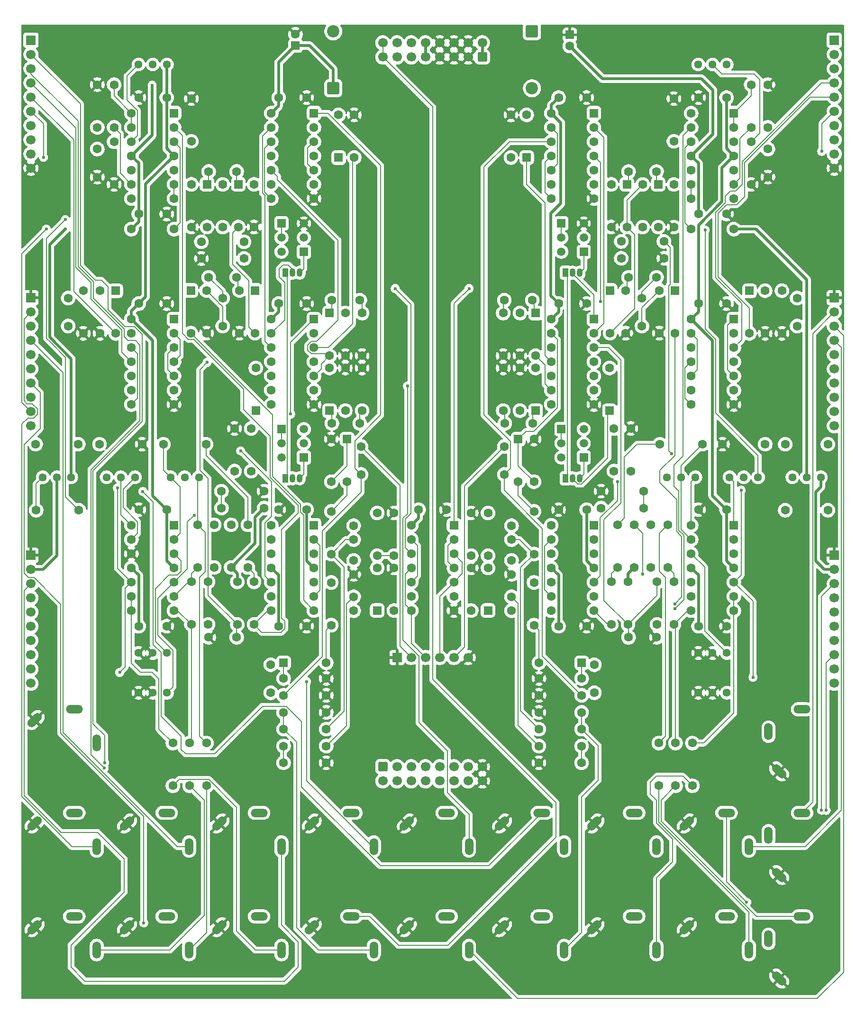
<source format=gbl>
%TF.GenerationSoftware,KiCad,Pcbnew,9.0.4*%
%TF.CreationDate,2025-10-03T19:29:25+02:00*%
%TF.ProjectId,DMH_VCEG_PCB_1,444d485f-5643-4454-975f-5043425f312e,1*%
%TF.SameCoordinates,Original*%
%TF.FileFunction,Copper,L2,Bot*%
%TF.FilePolarity,Positive*%
%FSLAX46Y46*%
G04 Gerber Fmt 4.6, Leading zero omitted, Abs format (unit mm)*
G04 Created by KiCad (PCBNEW 9.0.4) date 2025-10-03 19:29:25*
%MOMM*%
%LPD*%
G01*
G04 APERTURE LIST*
G04 Aperture macros list*
%AMRoundRect*
0 Rectangle with rounded corners*
0 $1 Rounding radius*
0 $2 $3 $4 $5 $6 $7 $8 $9 X,Y pos of 4 corners*
0 Add a 4 corners polygon primitive as box body*
4,1,4,$2,$3,$4,$5,$6,$7,$8,$9,$2,$3,0*
0 Add four circle primitives for the rounded corners*
1,1,$1+$1,$2,$3*
1,1,$1+$1,$4,$5*
1,1,$1+$1,$6,$7*
1,1,$1+$1,$8,$9*
0 Add four rect primitives between the rounded corners*
20,1,$1+$1,$2,$3,$4,$5,0*
20,1,$1+$1,$4,$5,$6,$7,0*
20,1,$1+$1,$6,$7,$8,$9,0*
20,1,$1+$1,$8,$9,$2,$3,0*%
%AMHorizOval*
0 Thick line with rounded ends*
0 $1 width*
0 $2 $3 position (X,Y) of the first rounded end (center of the circle)*
0 $4 $5 position (X,Y) of the second rounded end (center of the circle)*
0 Add line between two ends*
20,1,$1,$2,$3,$4,$5,0*
0 Add two circle primitives to create the rounded ends*
1,1,$1,$2,$3*
1,1,$1,$4,$5*%
G04 Aperture macros list end*
%TA.AperFunction,ComponentPad*%
%ADD10HorizOval,1.508000X-0.533159X-0.533159X0.533159X0.533159X0*%
%TD*%
%TA.AperFunction,ComponentPad*%
%ADD11O,1.508000X3.016000*%
%TD*%
%TA.AperFunction,ComponentPad*%
%ADD12O,3.016000X1.508000*%
%TD*%
%TA.AperFunction,ComponentPad*%
%ADD13R,1.700000X1.700000*%
%TD*%
%TA.AperFunction,ComponentPad*%
%ADD14C,1.700000*%
%TD*%
%TA.AperFunction,ComponentPad*%
%ADD15HorizOval,1.508000X-0.533159X0.533159X0.533159X-0.533159X0*%
%TD*%
%TA.AperFunction,ComponentPad*%
%ADD16C,1.600000*%
%TD*%
%TA.AperFunction,ComponentPad*%
%ADD17C,1.440000*%
%TD*%
%TA.AperFunction,ComponentPad*%
%ADD18RoundRect,0.250000X0.550000X0.550000X-0.550000X0.550000X-0.550000X-0.550000X0.550000X-0.550000X0*%
%TD*%
%TA.AperFunction,ComponentPad*%
%ADD19R,1.050000X1.500000*%
%TD*%
%TA.AperFunction,ComponentPad*%
%ADD20O,1.050000X1.500000*%
%TD*%
%TA.AperFunction,ComponentPad*%
%ADD21RoundRect,0.250000X0.550000X-0.550000X0.550000X0.550000X-0.550000X0.550000X-0.550000X-0.550000X0*%
%TD*%
%TA.AperFunction,ComponentPad*%
%ADD22RoundRect,0.250000X-0.550000X0.550000X-0.550000X-0.550000X0.550000X-0.550000X0.550000X0.550000X0*%
%TD*%
%TA.AperFunction,ComponentPad*%
%ADD23RoundRect,0.249999X-0.850001X0.850001X-0.850001X-0.850001X0.850001X-0.850001X0.850001X0.850001X0*%
%TD*%
%TA.AperFunction,ComponentPad*%
%ADD24C,2.200000*%
%TD*%
%TA.AperFunction,ComponentPad*%
%ADD25R,1.500000X1.500000*%
%TD*%
%TA.AperFunction,ComponentPad*%
%ADD26C,1.500000*%
%TD*%
%TA.AperFunction,ComponentPad*%
%ADD27RoundRect,0.250000X-0.600000X0.600000X-0.600000X-0.600000X0.600000X-0.600000X0.600000X0.600000X0*%
%TD*%
%TA.AperFunction,ComponentPad*%
%ADD28RoundRect,0.250000X0.600000X-0.600000X0.600000X0.600000X-0.600000X0.600000X-0.600000X-0.600000X0*%
%TD*%
%TA.AperFunction,ComponentPad*%
%ADD29RoundRect,0.249999X0.850001X-0.850001X0.850001X0.850001X-0.850001X0.850001X-0.850001X-0.850001X0*%
%TD*%
%TA.AperFunction,ComponentPad*%
%ADD30RoundRect,0.250000X-0.550000X-0.550000X0.550000X-0.550000X0.550000X0.550000X-0.550000X0.550000X0*%
%TD*%
%TA.AperFunction,ViaPad*%
%ADD31C,0.600000*%
%TD*%
%TA.AperFunction,Conductor*%
%ADD32C,0.200000*%
%TD*%
%TA.AperFunction,Conductor*%
%ADD33C,0.500000*%
%TD*%
G04 APERTURE END LIST*
D10*
%TO.P,J19,S*%
%TO.N,GND*%
X145403810Y-204153810D03*
D11*
%TO.P,J19,T*%
%TO.N,Net-(J19-PadT)*%
X156500000Y-208250000D03*
D12*
%TO.P,J19,TN*%
%TO.N,/Inputs and Outputs A/Out - B*%
X152500000Y-202250000D03*
%TD*%
D10*
%TO.P,J14,S*%
%TO.N,GND*%
X112403810Y-185653810D03*
D11*
%TO.P,J14,T*%
%TO.N,Net-(J27H-Pin_8)*%
X123500000Y-189750000D03*
D12*
%TO.P,J14,TN*%
%TO.N,/CV Processing A/Rel CV*%
X119500000Y-183750000D03*
%TD*%
D13*
%TO.P,J24,1,Pin_1*%
%TO.N,GND*%
X93650000Y-156000000D03*
D14*
%TO.P,J24,2,Pin_2*%
%TO.N,/Core Circuit A/ProcGate*%
X96190000Y-156000000D03*
%TO.P,J24,3,Pin_3*%
%TO.N,Net-(J24C-Pin_3)*%
X98730000Y-156000000D03*
%TO.P,J24,4,Pin_4*%
%TO.N,Net-(J24D-Pin_4)*%
X101270000Y-156000000D03*
%TO.P,J24,5,Pin_5*%
%TO.N,/Core Circuit B/ProcGate*%
X103810000Y-156000000D03*
%TO.P,J24,6,Pin_6*%
%TO.N,GND*%
X106350000Y-156000000D03*
%TD*%
D10*
%TO.P,J3,S*%
%TO.N,GND*%
X61903810Y-185653810D03*
D11*
%TO.P,J3,T*%
%TO.N,Net-(J23C-Pin_3)*%
X73000000Y-189750000D03*
D12*
%TO.P,J3,TN*%
%TO.N,Net-(J200-Pin_11)*%
X69000000Y-183750000D03*
%TD*%
D10*
%TO.P,J1,S*%
%TO.N,GND*%
X28903810Y-185653810D03*
D11*
%TO.P,J1,T*%
%TO.N,Net-(J22B-Pin_2)*%
X40000000Y-189750000D03*
D12*
%TO.P,J1,TN*%
%TO.N,Net-(J200-Pin_9)*%
X36000000Y-183750000D03*
%TD*%
D10*
%TO.P,J5,S*%
%TO.N,GND*%
X78403810Y-204153810D03*
D11*
%TO.P,J5,T*%
%TO.N,/Core Circuit A/Gate*%
X89500000Y-208250000D03*
D12*
%TO.P,J5,TN*%
%TO.N,/Inputs and Outputs A/Gate A TN*%
X85500000Y-202250000D03*
%TD*%
D15*
%TO.P,J20,S*%
%TO.N,GND*%
X161903810Y-213346190D03*
D12*
%TO.P,J20,T*%
%TO.N,Net-(J20-PadT)*%
X166000000Y-202250000D03*
D11*
%TO.P,J20,TN*%
%TO.N,/Inputs and Outputs A/Out + B*%
X160000000Y-206250000D03*
%TD*%
D10*
%TO.P,J4,S*%
%TO.N,GND*%
X78403810Y-185653810D03*
D11*
%TO.P,J4,T*%
%TO.N,Net-(J23H-Pin_8)*%
X89500000Y-189750000D03*
D12*
%TO.P,J4,TN*%
%TO.N,Net-(J200-Pin_12)*%
X85500000Y-183750000D03*
%TD*%
D10*
%TO.P,J18,S*%
%TO.N,GND*%
X128903810Y-204153810D03*
D11*
%TO.P,J18,T*%
%TO.N,/Core Circuit B/Out R*%
X140000000Y-208250000D03*
D12*
%TO.P,J18,TN*%
%TO.N,/Inputs and Outputs A/Out R B*%
X136000000Y-202250000D03*
%TD*%
D13*
%TO.P,J21,1,Pin_1*%
%TO.N,+12V*%
X28250000Y-45750000D03*
D14*
%TO.P,J21,2,Pin_2*%
%TO.N,/CV Processing A/Sus CV*%
X28250000Y-48290000D03*
%TO.P,J21,3,Pin_3*%
%TO.N,/CV Processing A/Att CV*%
X28250000Y-50830000D03*
%TO.P,J21,4,Pin_4*%
%TO.N,/Core Circuit A/Dec_State*%
X28250000Y-53370000D03*
%TO.P,J21,5,Pin_5*%
%TO.N,/Core Circuit A/Sus_State*%
X28250000Y-55910000D03*
%TO.P,J21,6,Pin_6*%
%TO.N,Net-(J21F-Pin_6)*%
X28250000Y-58450000D03*
%TO.P,J21,7,Pin_7*%
%TO.N,/CV Processing A/Max Level*%
X28250000Y-60990000D03*
%TO.P,J21,8,Pin_8*%
%TO.N,/Core Circuit A/Att_State*%
X28250000Y-63530000D03*
%TO.P,J21,9,Pin_9*%
%TO.N,/Core Circuit A/Rel_State*%
X28250000Y-66070000D03*
%TO.P,J21,10,Pin_10*%
%TO.N,GND*%
X28250000Y-68610000D03*
%TD*%
D10*
%TO.P,J7,S*%
%TO.N,GND*%
X95403810Y-185653810D03*
D11*
%TO.P,J7,T*%
%TO.N,Net-(J22C-Pin_3)*%
X106500000Y-189750000D03*
D12*
%TO.P,J7,TN*%
%TO.N,Net-(J200-Pin_2)*%
X102500000Y-183750000D03*
%TD*%
D10*
%TO.P,J8,S*%
%TO.N,GND*%
X61903810Y-204153810D03*
D11*
%TO.P,J8,T*%
%TO.N,/Core Circuit A/Out R*%
X73000000Y-208250000D03*
D12*
%TO.P,J8,TN*%
%TO.N,Net-(J200-Pin_3)*%
X69000000Y-202250000D03*
%TD*%
D13*
%TO.P,J27,1,Pin_1*%
%TO.N,GND*%
X171750000Y-137750000D03*
D14*
%TO.P,J27,2,Pin_2*%
%TO.N,-12V*%
X171750000Y-140290000D03*
%TO.P,J27,3,Pin_3*%
%TO.N,Net-(J27C-Pin_3)*%
X171750000Y-142830000D03*
%TO.P,J27,4,Pin_4*%
%TO.N,unconnected-(J27D-Pin_4-Pad4)*%
X171750000Y-145370000D03*
%TO.P,J27,5,Pin_5*%
%TO.N,unconnected-(J27E-Pin_5-Pad5)*%
X171750000Y-147910000D03*
%TO.P,J27,6,Pin_6*%
%TO.N,unconnected-(J27F-Pin_6-Pad6)*%
X171750000Y-150450000D03*
%TO.P,J27,7,Pin_7*%
%TO.N,unconnected-(J27G-Pin_7-Pad7)*%
X171750000Y-152990000D03*
%TO.P,J27,8,Pin_8*%
%TO.N,Net-(J27H-Pin_8)*%
X171750000Y-155530000D03*
%TO.P,J27,9,Pin_9*%
%TO.N,Net-(J27I-Pin_9)*%
X171750000Y-158070000D03*
%TO.P,J27,10,Pin_10*%
%TO.N,Net-(J27J-Pin_10)*%
X171750000Y-160610000D03*
%TD*%
D13*
%TO.P,J23,1,Pin_1*%
%TO.N,GND*%
X28250000Y-137750000D03*
D14*
%TO.P,J23,2,Pin_2*%
%TO.N,-12V*%
X28250000Y-140290000D03*
%TO.P,J23,3,Pin_3*%
%TO.N,Net-(J23C-Pin_3)*%
X28250000Y-142830000D03*
%TO.P,J23,4,Pin_4*%
%TO.N,unconnected-(J23D-Pin_4-Pad4)*%
X28250000Y-145370000D03*
%TO.P,J23,5,Pin_5*%
%TO.N,unconnected-(J23E-Pin_5-Pad5)*%
X28250000Y-147910000D03*
%TO.P,J23,6,Pin_6*%
%TO.N,unconnected-(J23F-Pin_6-Pad6)*%
X28250000Y-150450000D03*
%TO.P,J23,7,Pin_7*%
%TO.N,unconnected-(J23G-Pin_7-Pad7)*%
X28250000Y-152990000D03*
%TO.P,J23,8,Pin_8*%
%TO.N,Net-(J23H-Pin_8)*%
X28250000Y-155530000D03*
%TO.P,J23,9,Pin_9*%
%TO.N,Net-(J23I-Pin_9)*%
X28250000Y-158070000D03*
%TO.P,J23,10,Pin_10*%
%TO.N,Net-(J23J-Pin_10)*%
X28250000Y-160610000D03*
%TD*%
D10*
%TO.P,J10,S*%
%TO.N,GND*%
X28903810Y-204153810D03*
D11*
%TO.P,J10,T*%
%TO.N,Net-(J10-PadT)*%
X40000000Y-208250000D03*
D12*
%TO.P,J10,TN*%
%TO.N,Net-(J200-Pin_5)*%
X36000000Y-202250000D03*
%TD*%
D10*
%TO.P,J13,S*%
%TO.N,GND*%
X128903810Y-185653810D03*
D11*
%TO.P,J13,T*%
%TO.N,Net-(J27C-Pin_3)*%
X140000000Y-189750000D03*
D12*
%TO.P,J13,TN*%
%TO.N,/CV Processing A/Sus CV*%
X136000000Y-183750000D03*
%TD*%
D13*
%TO.P,J26,1,Pin_1*%
%TO.N,GND*%
X171750000Y-91750000D03*
D14*
%TO.P,J26,2,Pin_2*%
%TO.N,Net-(J26B-Pin_2)*%
X171750000Y-94290000D03*
%TO.P,J26,3,Pin_3*%
%TO.N,Net-(J26C-Pin_3)*%
X171750000Y-96830000D03*
%TO.P,J26,4,Pin_4*%
%TO.N,Net-(J26D-Pin_4)*%
X171750000Y-99370000D03*
%TO.P,J26,5,Pin_5*%
%TO.N,/Core Circuit B/Inv Sus State*%
X171750000Y-101910000D03*
%TO.P,J26,6,Pin_6*%
%TO.N,/Core Circuit B/Out*%
X171750000Y-104450000D03*
%TO.P,J26,7,Pin_7*%
%TO.N,/CV Processing B/Dec CV*%
X171750000Y-106990000D03*
%TO.P,J26,8,Pin_8*%
%TO.N,/CV Processing B/Rel CV*%
X171750000Y-109530000D03*
%TO.P,J26,9,Pin_9*%
%TO.N,/CV Processing B/Rel Proc CV*%
X171750000Y-112070000D03*
%TO.P,J26,10,Pin_10*%
%TO.N,/CV Processing B/Sus Level*%
X171750000Y-114610000D03*
%TD*%
D10*
%TO.P,J6,S*%
%TO.N,GND*%
X28903810Y-167153810D03*
D11*
%TO.P,J6,T*%
%TO.N,/Core Circuit A/Trig*%
X40000000Y-171250000D03*
D12*
%TO.P,J6,TN*%
%TO.N,Net-(J200-Pin_1)*%
X36000000Y-165250000D03*
%TD*%
D13*
%TO.P,J22,1,Pin_1*%
%TO.N,GND*%
X28250000Y-91750000D03*
D14*
%TO.P,J22,2,Pin_2*%
%TO.N,Net-(J22B-Pin_2)*%
X28250000Y-94290000D03*
%TO.P,J22,3,Pin_3*%
%TO.N,Net-(J22C-Pin_3)*%
X28250000Y-96830000D03*
%TO.P,J22,4,Pin_4*%
%TO.N,Net-(J22D-Pin_4)*%
X28250000Y-99370000D03*
%TO.P,J22,5,Pin_5*%
%TO.N,/Core Circuit A/Inv Sus State*%
X28250000Y-101910000D03*
%TO.P,J22,6,Pin_6*%
%TO.N,/Core Circuit A/Out*%
X28250000Y-104450000D03*
%TO.P,J22,7,Pin_7*%
%TO.N,/CV Processing A/Dec CV*%
X28250000Y-106990000D03*
%TO.P,J22,8,Pin_8*%
%TO.N,/CV Processing A/Rel CV*%
X28250000Y-109530000D03*
%TO.P,J22,9,Pin_9*%
%TO.N,/CV Processing A/Rel Proc CV*%
X28250000Y-112070000D03*
%TO.P,J22,10,Pin_10*%
%TO.N,/CV Processing A/Sus Level*%
X28250000Y-114610000D03*
%TD*%
D10*
%TO.P,J12,S*%
%TO.N,GND*%
X145403810Y-185653810D03*
D11*
%TO.P,J12,T*%
%TO.N,Net-(J26D-Pin_4)*%
X156500000Y-189750000D03*
D12*
%TO.P,J12,TN*%
%TO.N,/CV Processing A/Dec CV*%
X152500000Y-183750000D03*
%TD*%
D10*
%TO.P,J2,S*%
%TO.N,GND*%
X45403810Y-185653810D03*
D11*
%TO.P,J2,T*%
%TO.N,Net-(J22D-Pin_4)*%
X56500000Y-189750000D03*
D12*
%TO.P,J2,TN*%
%TO.N,Net-(J200-Pin_10)*%
X52500000Y-183750000D03*
%TD*%
D15*
%TO.P,J16,S*%
%TO.N,GND*%
X161903810Y-176346190D03*
D12*
%TO.P,J16,T*%
%TO.N,/Core Circuit B/Trig*%
X166000000Y-165250000D03*
D11*
%TO.P,J16,TN*%
%TO.N,/Core Circuit A/Trig*%
X160000000Y-169250000D03*
%TD*%
D13*
%TO.P,J25,1,Pin_1*%
%TO.N,+12V*%
X171750000Y-45750000D03*
D14*
%TO.P,J25,2,Pin_2*%
%TO.N,/CV Processing B/Sus CV*%
X171750000Y-48290000D03*
%TO.P,J25,3,Pin_3*%
%TO.N,/CV Processing B/Att CV*%
X171750000Y-50830000D03*
%TO.P,J25,4,Pin_4*%
%TO.N,/Core Circuit B/Dec_State*%
X171750000Y-53370000D03*
%TO.P,J25,5,Pin_5*%
%TO.N,/Core Circuit B/Sus_State*%
X171750000Y-55910000D03*
%TO.P,J25,6,Pin_6*%
%TO.N,Net-(J25F-Pin_6)*%
X171750000Y-58450000D03*
%TO.P,J25,7,Pin_7*%
%TO.N,/CV Processing B/Max Level*%
X171750000Y-60990000D03*
%TO.P,J25,8,Pin_8*%
%TO.N,/Core Circuit B/Att_State*%
X171750000Y-63530000D03*
%TO.P,J25,9,Pin_9*%
%TO.N,/Core Circuit B/Rel_State*%
X171750000Y-66070000D03*
%TO.P,J25,10,Pin_10*%
%TO.N,GND*%
X171750000Y-68610000D03*
%TD*%
D10*
%TO.P,J17,S*%
%TO.N,GND*%
X95403810Y-204153810D03*
D11*
%TO.P,J17,T*%
%TO.N,Net-(J26C-Pin_3)*%
X106500000Y-208250000D03*
D12*
%TO.P,J17,TN*%
%TO.N,/Inputs and Outputs A/SG Out B*%
X102500000Y-202250000D03*
%TD*%
D15*
%TO.P,J11,S*%
%TO.N,GND*%
X161903810Y-194846190D03*
D12*
%TO.P,J11,T*%
%TO.N,Net-(J26B-Pin_2)*%
X166000000Y-183750000D03*
D11*
%TO.P,J11,TN*%
%TO.N,/CV Processing A/Att CV*%
X160000000Y-187750000D03*
%TD*%
D10*
%TO.P,J15,S*%
%TO.N,GND*%
X112403810Y-204153810D03*
D11*
%TO.P,J15,T*%
%TO.N,/Core Circuit B/Gate*%
X123500000Y-208250000D03*
D12*
%TO.P,J15,TN*%
%TO.N,/Core Circuit A/Gate*%
X119500000Y-202250000D03*
%TD*%
D10*
%TO.P,J9,S*%
%TO.N,GND*%
X45403810Y-204153810D03*
D11*
%TO.P,J9,T*%
%TO.N,Net-(J9-PadT)*%
X56500000Y-208250000D03*
D12*
%TO.P,J9,TN*%
%TO.N,Net-(J200-Pin_4)*%
X52500000Y-202250000D03*
%TD*%
D16*
%TO.P,R110,1*%
%TO.N,GND*%
X119000000Y-159750000D03*
%TO.P,R110,2*%
%TO.N,Net-(D23-K)*%
X126620000Y-159750000D03*
%TD*%
D17*
%TO.P,RV20,1,1*%
%TO.N,Net-(U7A-+)*%
X52540000Y-155200000D03*
%TO.P,RV20,2,2*%
%TO.N,GND*%
X50000000Y-155200000D03*
%TO.P,RV20,3,3*%
X47460000Y-155200000D03*
%TD*%
D16*
%TO.P,R143,1*%
%TO.N,Net-(C71-Pad2)*%
X112600000Y-111910000D03*
%TO.P,R143,2*%
%TO.N,GND*%
X112600000Y-104290000D03*
%TD*%
%TO.P,R106,1*%
%TO.N,Net-(U11C-+)*%
X118990000Y-171800000D03*
%TO.P,R106,2*%
%TO.N,/Core Circuit B/Trig*%
X126610000Y-171800000D03*
%TD*%
%TO.P,R35,1*%
%TO.N,GND*%
X43100000Y-71510000D03*
%TO.P,R35,2*%
%TO.N,Net-(U5D-+)*%
X43100000Y-63890000D03*
%TD*%
%TO.P,R5,1*%
%TO.N,Net-(D4-A)*%
X81900000Y-150210000D03*
%TO.P,R5,2*%
%TO.N,Net-(U1B-+)*%
X81900000Y-142590000D03*
%TD*%
%TO.P,R131,1*%
%TO.N,+12V*%
X130090000Y-129300000D03*
%TO.P,R131,2*%
%TO.N,Net-(U11A-+)*%
X137710000Y-129300000D03*
%TD*%
D18*
%TO.P,U16,1*%
%TO.N,Net-(U13-Pad8)*%
X153810000Y-95585000D03*
D16*
%TO.P,U16,2*%
%TO.N,/Core Circuit B/Sus_State*%
X153810000Y-98125000D03*
%TO.P,U16,3*%
%TO.N,/Core Circuit B/Dec_State*%
X153810000Y-100665000D03*
%TO.P,U16,4*%
%TO.N,Net-(U16-Pad4)*%
X153810000Y-103205000D03*
%TO.P,U16,5*%
%TO.N,Net-(U13-Pad8)*%
X153810000Y-105745000D03*
%TO.P,U16,6*%
%TO.N,Net-(U13-Pad6)*%
X153810000Y-108285000D03*
%TO.P,U16,7,VSS*%
%TO.N,GND*%
X153810000Y-110825000D03*
%TO.P,U16,8*%
%TO.N,/Core Circuit B/Sus_State*%
X146190000Y-110825000D03*
%TO.P,U16,9*%
%TO.N,Net-(U16-Pad4)*%
X146190000Y-108285000D03*
%TO.P,U16,10*%
%TO.N,/Core Circuit B/Inv Sus State*%
X146190000Y-105745000D03*
%TO.P,U16,11*%
%TO.N,/Core Circuit B/Sus_State*%
X146190000Y-103205000D03*
%TO.P,U16,12*%
%TO.N,/Core Circuit B/Sus_Reset*%
X146190000Y-100665000D03*
%TO.P,U16,13*%
%TO.N,/Core Circuit B/Inv Sus State*%
X146190000Y-98125000D03*
%TO.P,U16,14,VDD*%
%TO.N,+12V*%
X146190000Y-95585000D03*
%TD*%
%TO.P,C27,1*%
%TO.N,+12V*%
X152500000Y-56000000D03*
%TO.P,C27,2*%
%TO.N,GND*%
X147500000Y-56000000D03*
%TD*%
%TO.P,C5,1*%
%TO.N,+12V*%
X72500000Y-56000000D03*
%TO.P,C5,2*%
%TO.N,GND*%
X77500000Y-56000000D03*
%TD*%
%TO.P,R39,1*%
%TO.N,/Core Circuit A/Sus_Reset*%
X87400000Y-94490000D03*
%TO.P,R39,2*%
%TO.N,GND*%
X87400000Y-102110000D03*
%TD*%
D19*
%TO.P,Q5,1,D*%
%TO.N,Net-(J23J-Pin_10)*%
X73730000Y-123990000D03*
D20*
%TO.P,Q5,2,G*%
%TO.N,/Core Circuit A/ProcGate*%
X75000000Y-123990000D03*
%TO.P,Q5,3,S*%
%TO.N,Net-(Q2-C)*%
X76270000Y-123990000D03*
%TD*%
D17*
%TO.P,RV41,1,1*%
%TO.N,Net-(U17D-+)*%
X152540000Y-155200000D03*
%TO.P,RV41,2,2*%
%TO.N,GND*%
X150000000Y-155200000D03*
%TO.P,RV41,3,3*%
X147460000Y-155200000D03*
%TD*%
D16*
%TO.P,R132,1*%
%TO.N,GND*%
X156900000Y-71510000D03*
%TO.P,R132,2*%
%TO.N,Net-(U15A-+)*%
X156900000Y-63890000D03*
%TD*%
%TO.P,C22,1*%
%TO.N,+12V*%
X127500000Y-129600000D03*
%TO.P,C22,2*%
%TO.N,GND*%
X122500000Y-129600000D03*
%TD*%
%TO.P,R91,1*%
%TO.N,Net-(R91-Pad1)*%
X59600000Y-171290000D03*
%TO.P,R91,2*%
%TO.N,Net-(J9-PadT)*%
X59600000Y-178910000D03*
%TD*%
D18*
%TO.P,U11,1*%
%TO.N,Net-(D32-A)*%
X128810000Y-132385000D03*
D16*
%TO.P,U11,2,-*%
%TO.N,/Core Circuit B/Out*%
X128810000Y-134925000D03*
%TO.P,U11,3,+*%
%TO.N,Net-(U11A-+)*%
X128810000Y-137465000D03*
%TO.P,U11,4,V+*%
%TO.N,+12V*%
X128810000Y-140005000D03*
%TO.P,U11,5,+*%
%TO.N,Net-(U11B-+)*%
X128810000Y-142545000D03*
%TO.P,U11,6,-*%
%TO.N,Net-(U11B--)*%
X128810000Y-145085000D03*
%TO.P,U11,7*%
%TO.N,Net-(U15D--)*%
X128810000Y-147625000D03*
%TO.P,U11,8*%
%TO.N,Net-(D23-A)*%
X121190000Y-147625000D03*
%TO.P,U11,9,-*%
%TO.N,Net-(U11C--)*%
X121190000Y-145085000D03*
%TO.P,U11,10,+*%
%TO.N,Net-(U11C-+)*%
X121190000Y-142545000D03*
%TO.P,U11,11,V-*%
%TO.N,-12V*%
X121190000Y-140005000D03*
%TO.P,U11,12,+*%
%TO.N,Net-(U11D-+)*%
X121190000Y-137465000D03*
%TO.P,U11,13,-*%
%TO.N,Net-(U11C--)*%
X121190000Y-134925000D03*
%TO.P,U11,14*%
%TO.N,Net-(D24-A)*%
X121190000Y-132385000D03*
%TD*%
%TO.P,R114,1*%
%TO.N,GND*%
X106900000Y-130190000D03*
%TO.P,R114,2*%
%TO.N,Net-(U11C--)*%
X106900000Y-137810000D03*
%TD*%
%TO.P,R25,1*%
%TO.N,GND*%
X56900000Y-79110000D03*
%TO.P,R25,2*%
%TO.N,Net-(D6-K)*%
X56900000Y-71490000D03*
%TD*%
%TO.P,R34,1*%
%TO.N,+12V*%
X69910000Y-129300000D03*
%TO.P,R34,2*%
%TO.N,Net-(U1D-+)*%
X62290000Y-129300000D03*
%TD*%
%TO.P,R193,1*%
%TO.N,Net-(U17D-+)*%
X139000000Y-132290000D03*
%TO.P,R193,2*%
%TO.N,+12V*%
X139000000Y-139910000D03*
%TD*%
%TO.P,C10,1*%
%TO.N,+12V*%
X47500000Y-92800000D03*
%TO.P,C10,2*%
%TO.N,GND*%
X52500000Y-92800000D03*
%TD*%
%TO.P,C68,1*%
%TO.N,Net-(D31-K)*%
X135000000Y-88100000D03*
%TO.P,C68,2*%
%TO.N,/Core Circuit B/Sus_Reset*%
X140000000Y-88100000D03*
%TD*%
%TO.P,C6,1*%
%TO.N,+12V*%
X72500000Y-92800000D03*
%TO.P,C6,2*%
%TO.N,GND*%
X77500000Y-92800000D03*
%TD*%
D18*
%TO.P,U1,1*%
%TO.N,Net-(D5-A)*%
X78810000Y-132385000D03*
D16*
%TO.P,U1,2,-*%
%TO.N,Net-(U1A--)*%
X78810000Y-134925000D03*
%TO.P,U1,3,+*%
%TO.N,Net-(U1A-+)*%
X78810000Y-137465000D03*
%TO.P,U1,4,V+*%
%TO.N,+12V*%
X78810000Y-140005000D03*
%TO.P,U1,5,+*%
%TO.N,Net-(U1B-+)*%
X78810000Y-142545000D03*
%TO.P,U1,6,-*%
%TO.N,Net-(U1A--)*%
X78810000Y-145085000D03*
%TO.P,U1,7*%
%TO.N,Net-(D4-A)*%
X78810000Y-147625000D03*
%TO.P,U1,8*%
%TO.N,Net-(U5A--)*%
X71190000Y-147625000D03*
%TO.P,U1,9,-*%
%TO.N,Net-(U1C--)*%
X71190000Y-145085000D03*
%TO.P,U1,10,+*%
%TO.N,Net-(U1C-+)*%
X71190000Y-142545000D03*
%TO.P,U1,11,V-*%
%TO.N,-12V*%
X71190000Y-140005000D03*
%TO.P,U1,12,+*%
%TO.N,Net-(U1D-+)*%
X71190000Y-137465000D03*
%TO.P,U1,13,-*%
%TO.N,/Core Circuit A/Out*%
X71190000Y-134925000D03*
%TO.P,U1,14*%
%TO.N,Net-(D13-A)*%
X71190000Y-132385000D03*
%TD*%
%TO.P,C25,1*%
%TO.N,+12V*%
X122500000Y-92800000D03*
%TO.P,C25,2*%
%TO.N,GND*%
X127500000Y-92800000D03*
%TD*%
%TO.P,R19,1*%
%TO.N,GND*%
X159900000Y-53690000D03*
%TO.P,R19,2*%
%TO.N,Net-(U15B--)*%
X159900000Y-61310000D03*
%TD*%
%TO.P,C11,1*%
%TO.N,+12V*%
X52500000Y-129600000D03*
%TO.P,C11,2*%
%TO.N,GND*%
X47500000Y-129600000D03*
%TD*%
%TO.P,R14,1*%
%TO.N,GND*%
X81010000Y-162750000D03*
%TO.P,R14,2*%
%TO.N,Net-(C43-Pad2)*%
X73390000Y-162750000D03*
%TD*%
%TO.P,R40,1*%
%TO.N,/CV Processing A/Sus Level*%
X29090000Y-117900000D03*
%TO.P,R40,2*%
%TO.N,Net-(U1C-+)*%
X36710000Y-117900000D03*
%TD*%
D19*
%TO.P,Q21,1,D*%
%TO.N,Net-(J27J-Pin_10)*%
X123730000Y-123990000D03*
D20*
%TO.P,Q21,2,G*%
%TO.N,/Core Circuit B/ProcGate*%
X125000000Y-123990000D03*
%TO.P,Q21,3,S*%
%TO.N,Net-(Q18-C)*%
X126270000Y-123990000D03*
%TD*%
D19*
%TO.P,Q6,1,D*%
%TO.N,Net-(J23J-Pin_10)*%
X73730000Y-87270000D03*
D20*
%TO.P,Q6,2,G*%
%TO.N,/Core Circuit A/InvGate*%
X75000000Y-87270000D03*
%TO.P,Q6,3,S*%
%TO.N,Net-(Q4-C)*%
X76270000Y-87270000D03*
%TD*%
D21*
%TO.P,C2,1*%
%TO.N,+12V*%
X75500000Y-46705113D03*
D16*
%TO.P,C2,2*%
%TO.N,GND*%
X75500000Y-44705113D03*
%TD*%
%TO.P,C8,1*%
%TO.N,+12V*%
X52500000Y-56000000D03*
%TO.P,C8,2*%
%TO.N,GND*%
X47500000Y-56000000D03*
%TD*%
%TO.P,R41,1*%
%TO.N,-12V*%
X46190000Y-79500000D03*
%TO.P,R41,2*%
%TO.N,Net-(U5A-+)*%
X53810000Y-79500000D03*
%TD*%
%TO.P,R118,1*%
%TO.N,GND*%
X118990000Y-165800000D03*
%TO.P,R118,2*%
%TO.N,/Core Circuit B/Gate*%
X126610000Y-165800000D03*
%TD*%
%TO.P,R108,1*%
%TO.N,GND*%
X59600000Y-98060000D03*
%TO.P,R108,2*%
%TO.N,Net-(D41-K)*%
X59600000Y-90440000D03*
%TD*%
%TO.P,C59,1*%
%TO.N,Net-(D23-K)*%
X128900000Y-157300000D03*
%TO.P,C59,2*%
%TO.N,Net-(C59-Pad2)*%
X128900000Y-162300000D03*
%TD*%
D22*
%TO.P,D33,1,K*%
%TO.N,Net-(D33-K)*%
X118400000Y-94490000D03*
D16*
%TO.P,D33,2,A*%
%TO.N,/Core Circuit B/Dec*%
X118400000Y-102110000D03*
%TD*%
%TO.P,C48,1*%
%TO.N,Net-(U1A-+)*%
X85900000Y-134950000D03*
%TO.P,C48,2*%
%TO.N,Net-(D5-A)*%
X85900000Y-132450000D03*
%TD*%
%TO.P,R1,1*%
%TO.N,Net-(Q2-E)*%
X67600000Y-115090000D03*
%TO.P,R1,2*%
%TO.N,Net-(Q1-E)*%
X67600000Y-122710000D03*
%TD*%
D23*
%TO.P,D1,1,K*%
%TO.N,Net-(D1-K)*%
X117750000Y-44170000D03*
D24*
%TO.P,D1,2,A*%
%TO.N,-12V*%
X117750000Y-54330000D03*
%TD*%
D16*
%TO.P,R45,1*%
%TO.N,Net-(D16-K)*%
X84400000Y-111910000D03*
%TO.P,R45,2*%
%TO.N,GND*%
X84400000Y-104290000D03*
%TD*%
D22*
%TO.P,D6,1,K*%
%TO.N,Net-(D6-K)*%
X65300000Y-71490000D03*
D16*
%TO.P,D6,2,A*%
%TO.N,/Core Circuit A/InvGate*%
X65300000Y-79110000D03*
%TD*%
%TO.P,R190,1*%
%TO.N,/Core Circuit B/Out*%
X140590000Y-117900000D03*
%TO.P,R190,2*%
%TO.N,Net-(U17D--)*%
X148210000Y-117900000D03*
%TD*%
%TO.P,R22,1*%
%TO.N,/Core Circuit A/Out R*%
X53600000Y-178910000D03*
%TO.P,R22,2*%
%TO.N,Net-(U7C--)*%
X53600000Y-171290000D03*
%TD*%
D21*
%TO.P,D3,1,K*%
%TO.N,/Core Circuit A/ProcGate*%
X68400000Y-111910000D03*
D16*
%TO.P,D3,2,A*%
%TO.N,Net-(D3-A)*%
X68400000Y-104290000D03*
%TD*%
%TO.P,C47,1*%
%TO.N,Net-(D6-K)*%
X65000000Y-69200000D03*
%TO.P,C47,2*%
%TO.N,Net-(D7-K)*%
X60000000Y-69200000D03*
%TD*%
D22*
%TO.P,D43,1,K*%
%TO.N,Net-(D43-K)*%
X43400000Y-90490000D03*
D16*
%TO.P,D43,2,A*%
%TO.N,/Core Circuit A/Sus_State*%
X43400000Y-98110000D03*
%TD*%
D22*
%TO.P,C1,1*%
%TO.N,GND*%
X124500000Y-44794888D03*
D16*
%TO.P,C1,2*%
%TO.N,-12V*%
X124500000Y-46794888D03*
%TD*%
%TO.P,R42,1*%
%TO.N,Net-(U1C-+)*%
X40490000Y-117900000D03*
%TO.P,R42,2*%
%TO.N,GND*%
X48110000Y-117900000D03*
%TD*%
%TO.P,R13,1*%
%TO.N,GND*%
X81010000Y-159750000D03*
%TO.P,R13,2*%
%TO.N,Net-(D4-K)*%
X73390000Y-159750000D03*
%TD*%
%TO.P,R101,1*%
%TO.N,+12V*%
X134900000Y-142490000D03*
%TO.P,R101,2*%
%TO.N,Net-(C58-Pad1)*%
X134900000Y-150110000D03*
%TD*%
%TO.P,R8,1*%
%TO.N,Net-(Q1-B)*%
X64600000Y-122710000D03*
%TO.P,R8,2*%
%TO.N,GND*%
X64600000Y-115090000D03*
%TD*%
D22*
%TO.P,D14,1,K*%
%TO.N,Net-(D14-K)*%
X81600000Y-94490000D03*
D16*
%TO.P,D14,2,A*%
%TO.N,/Core Circuit A/Dec*%
X81600000Y-102110000D03*
%TD*%
%TO.P,R4,1*%
%TO.N,+12V*%
X65100000Y-142490000D03*
%TO.P,R4,2*%
%TO.N,Net-(C42-Pad1)*%
X65100000Y-150110000D03*
%TD*%
%TO.P,R133,1*%
%TO.N,Net-(U11B--)*%
X133000000Y-139910000D03*
%TO.P,R133,2*%
%TO.N,/Core Circuit B/Out*%
X133000000Y-132290000D03*
%TD*%
%TO.P,R136,1*%
%TO.N,/Core Circuit B/Sus_Reset*%
X112600000Y-94490000D03*
%TO.P,R136,2*%
%TO.N,GND*%
X112600000Y-102110000D03*
%TD*%
%TO.P,R116,1*%
%TO.N,GND*%
X37600000Y-98110000D03*
%TO.P,R116,2*%
%TO.N,Net-(D43-K)*%
X37600000Y-90490000D03*
%TD*%
%TO.P,C28,1*%
%TO.N,GND*%
X152500000Y-76800000D03*
%TO.P,C28,2*%
%TO.N,-12V*%
X147500000Y-76800000D03*
%TD*%
%TO.P,C77,1*%
%TO.N,Net-(D41-K)*%
X62500000Y-96800000D03*
%TO.P,C77,2*%
%TO.N,/Core Circuit A/Sus_Reset*%
X62500000Y-91800000D03*
%TD*%
%TO.P,C53,1*%
%TO.N,GND*%
X40100000Y-70200000D03*
%TO.P,C53,2*%
%TO.N,Net-(U5D-+)*%
X40100000Y-65200000D03*
%TD*%
D17*
%TO.P,RV21,1,1*%
%TO.N,Net-(U7B-+)*%
X52540000Y-162305000D03*
%TO.P,RV21,2,2*%
%TO.N,GND*%
X50000000Y-162305000D03*
%TO.P,RV21,3,3*%
X47460000Y-162305000D03*
%TD*%
D22*
%TO.P,D26,1,K*%
%TO.N,Net-(D26-K)*%
X140300000Y-71500000D03*
D16*
%TO.P,D26,2,A*%
%TO.N,Net-(D26-A)*%
X140300000Y-79120000D03*
%TD*%
%TO.P,R92,1*%
%TO.N,Net-(U7B--)*%
X56900000Y-142490000D03*
%TO.P,R92,2*%
%TO.N,Net-(R92-Pad2)*%
X56900000Y-150110000D03*
%TD*%
%TO.P,R139,1*%
%TO.N,Net-(U11B-+)*%
X159410000Y-117900000D03*
%TO.P,R139,2*%
%TO.N,GND*%
X151790000Y-117900000D03*
%TD*%
%TO.P,R194,1*%
%TO.N,Net-(U17C-+)*%
X136000000Y-132290000D03*
%TO.P,R194,2*%
%TO.N,+12V*%
X136000000Y-139910000D03*
%TD*%
%TO.P,R97,1*%
%TO.N,Net-(U7B-+)*%
X64000000Y-132290000D03*
%TO.P,R97,2*%
%TO.N,+12V*%
X64000000Y-139910000D03*
%TD*%
D18*
%TO.P,U17,1*%
%TO.N,Net-(Q18-E)*%
X153810000Y-132385000D03*
D16*
%TO.P,U17,2,-*%
%TO.N,Net-(U17A--)*%
X153810000Y-134925000D03*
%TO.P,U17,3,+*%
%TO.N,GND*%
X153810000Y-137465000D03*
%TO.P,U17,4,V+*%
%TO.N,+12V*%
X153810000Y-140005000D03*
%TO.P,U17,5,+*%
%TO.N,Net-(J27J-Pin_10)*%
X153810000Y-142545000D03*
%TO.P,U17,6,-*%
%TO.N,Net-(U17B--)*%
X153810000Y-145085000D03*
%TO.P,U17,7*%
X153810000Y-147625000D03*
%TO.P,U17,8*%
%TO.N,Net-(R189-Pad2)*%
X146190000Y-147625000D03*
%TO.P,U17,9,-*%
%TO.N,Net-(U17C--)*%
X146190000Y-145085000D03*
%TO.P,U17,10,+*%
%TO.N,Net-(U17C-+)*%
X146190000Y-142545000D03*
%TO.P,U17,11,V-*%
%TO.N,-12V*%
X146190000Y-140005000D03*
%TO.P,U17,12,+*%
%TO.N,Net-(U17D-+)*%
X146190000Y-137465000D03*
%TO.P,U17,13,-*%
%TO.N,Net-(U17D--)*%
X146190000Y-134925000D03*
%TO.P,U17,14*%
%TO.N,Net-(R188-Pad1)*%
X146190000Y-132385000D03*
%TD*%
D21*
%TO.P,D34,1,K*%
%TO.N,Net-(D34-K)*%
X116800000Y-66710000D03*
D16*
%TO.P,D34,2,A*%
%TO.N,Net-(D34-A)*%
X116800000Y-59090000D03*
%TD*%
%TO.P,C12,1*%
%TO.N,GND*%
X52500000Y-150400000D03*
%TO.P,C12,2*%
%TO.N,-12V*%
X47500000Y-150400000D03*
%TD*%
%TO.P,R36,1*%
%TO.N,Net-(U1C--)*%
X67000000Y-139910000D03*
%TO.P,R36,2*%
%TO.N,/Core Circuit A/Out*%
X67000000Y-132290000D03*
%TD*%
%TO.P,R199,1*%
%TO.N,Net-(U15B--)*%
X156900000Y-61310000D03*
%TO.P,R199,2*%
%TO.N,/CV Processing B/Max Level*%
X156900000Y-53690000D03*
%TD*%
D17*
%TO.P,RV19,1,1*%
%TO.N,Net-(R91-Pad1)*%
X58240000Y-123805000D03*
%TO.P,RV19,2,2*%
%TO.N,Net-(U7A--)*%
X55700000Y-123805000D03*
%TO.P,RV19,3,3*%
X53160000Y-123805000D03*
%TD*%
D16*
%TO.P,C31,1*%
%TO.N,GND*%
X152500000Y-150400000D03*
%TO.P,C31,2*%
%TO.N,-12V*%
X147500000Y-150400000D03*
%TD*%
D22*
%TO.P,D12,1,K*%
%TO.N,Net-(D12-K)*%
X68250000Y-90440000D03*
D16*
%TO.P,D12,2,A*%
%TO.N,/Core Circuit A/InvGate*%
X68250000Y-98060000D03*
%TD*%
%TO.P,R16,1*%
%TO.N,Net-(U1A--)*%
X90100000Y-137810000D03*
%TO.P,R16,2*%
%TO.N,+12V*%
X90100000Y-130190000D03*
%TD*%
D17*
%TO.P,RV24,1,1*%
%TO.N,Net-(U15A-+)*%
X147460000Y-50095000D03*
%TO.P,RV24,2,2*%
X150000000Y-50095000D03*
%TO.P,RV24,3,3*%
%TO.N,+12V*%
X152540000Y-50095000D03*
%TD*%
D21*
%TO.P,D32,1,K*%
%TO.N,Net-(D32-K)*%
X109900000Y-147610000D03*
D16*
%TO.P,D32,2,A*%
%TO.N,Net-(D32-A)*%
X109900000Y-139990000D03*
%TD*%
D22*
%TO.P,D41,1,K*%
%TO.N,Net-(D41-K)*%
X56800000Y-90440000D03*
D16*
%TO.P,D41,2,A*%
%TO.N,Net-(D4-A)*%
X56800000Y-98060000D03*
%TD*%
%TO.P,R98,1*%
%TO.N,Net-(Q18-E)*%
X132400000Y-115090000D03*
%TO.P,R98,2*%
%TO.N,Net-(Q17-E)*%
X132400000Y-122710000D03*
%TD*%
%TO.P,C58,1*%
%TO.N,Net-(C58-Pad1)*%
X135000000Y-152400000D03*
%TO.P,C58,2*%
%TO.N,GND*%
X140000000Y-152400000D03*
%TD*%
%TO.P,R20,1*%
%TO.N,Net-(U1A-+)*%
X81010000Y-168800000D03*
%TO.P,R20,2*%
%TO.N,/Core Circuit A/Gate*%
X73390000Y-168800000D03*
%TD*%
%TO.P,C55,1*%
%TO.N,Net-(D16-K)*%
X82000000Y-114200000D03*
%TO.P,C55,2*%
%TO.N,Net-(C55-Pad2)*%
X87000000Y-114200000D03*
%TD*%
%TO.P,R7,1*%
%TO.N,Net-(J23I-Pin_9)*%
X59900000Y-150110000D03*
%TO.P,R7,2*%
%TO.N,Net-(C42-Pad1)*%
X59900000Y-142490000D03*
%TD*%
%TO.P,C42,1*%
%TO.N,Net-(C42-Pad1)*%
X65000000Y-152400000D03*
%TO.P,C42,2*%
%TO.N,GND*%
X60000000Y-152400000D03*
%TD*%
%TO.P,R9,1*%
%TO.N,Net-(U1B-+)*%
X81010000Y-171800000D03*
%TO.P,R9,2*%
%TO.N,/Core Circuit A/Trig*%
X73390000Y-171800000D03*
%TD*%
%TO.P,R141,1*%
%TO.N,Net-(U15D-+)*%
X143100000Y-63810000D03*
%TO.P,R141,2*%
%TO.N,GND*%
X143100000Y-56190000D03*
%TD*%
D22*
%TO.P,D5,1,K*%
%TO.N,/Core Circuit A/ProcGate*%
X84700000Y-116990000D03*
D16*
%TO.P,D5,2,A*%
%TO.N,Net-(D5-A)*%
X84700000Y-124610000D03*
%TD*%
%TO.P,C72,1*%
%TO.N,+12V*%
X97500000Y-129600000D03*
%TO.P,C72,2*%
%TO.N,GND*%
X102500000Y-129600000D03*
%TD*%
D18*
%TO.P,U7,1*%
%TO.N,Net-(R91-Pad1)*%
X53810000Y-132385000D03*
D16*
%TO.P,U7,2,-*%
%TO.N,Net-(U7A--)*%
X53810000Y-134925000D03*
%TO.P,U7,3,+*%
%TO.N,Net-(U7A-+)*%
X53810000Y-137465000D03*
%TO.P,U7,4,V+*%
%TO.N,+12V*%
X53810000Y-140005000D03*
%TO.P,U7,5,+*%
%TO.N,Net-(U7B-+)*%
X53810000Y-142545000D03*
%TO.P,U7,6,-*%
%TO.N,Net-(U7B--)*%
X53810000Y-145085000D03*
%TO.P,U7,7*%
%TO.N,Net-(R92-Pad2)*%
X53810000Y-147625000D03*
%TO.P,U7,8*%
%TO.N,Net-(U7C--)*%
X46190000Y-147625000D03*
%TO.P,U7,9,-*%
X46190000Y-145085000D03*
%TO.P,U7,10,+*%
%TO.N,Net-(J23J-Pin_10)*%
X46190000Y-142545000D03*
%TO.P,U7,11,V-*%
%TO.N,-12V*%
X46190000Y-140005000D03*
%TO.P,U7,12,+*%
%TO.N,GND*%
X46190000Y-137465000D03*
%TO.P,U7,13,-*%
%TO.N,Net-(U7D--)*%
X46190000Y-134925000D03*
%TO.P,U7,14*%
%TO.N,Net-(Q2-E)*%
X46190000Y-132385000D03*
%TD*%
%TO.P,R21,1*%
%TO.N,GND*%
X81010000Y-165800000D03*
%TO.P,R21,2*%
%TO.N,/Core Circuit A/Gate*%
X73390000Y-165800000D03*
%TD*%
%TO.P,R47,1*%
%TO.N,Net-(D15-K)*%
X86000000Y-66710000D03*
%TO.P,R47,2*%
%TO.N,GND*%
X86000000Y-59090000D03*
%TD*%
D22*
%TO.P,D44,1,K*%
%TO.N,Net-(D44-K)*%
X156600000Y-90490000D03*
D16*
%TO.P,D44,2,A*%
%TO.N,/Core Circuit B/Sus_State*%
X156600000Y-98110000D03*
%TD*%
%TO.P,C78,1*%
%TO.N,Net-(D42-K)*%
X137400000Y-96800000D03*
%TO.P,C78,2*%
%TO.N,/Core Circuit B/Sus_Reset*%
X137400000Y-91800000D03*
%TD*%
%TO.P,R32,1*%
%TO.N,GND*%
X93100000Y-139990000D03*
%TO.P,R32,2*%
%TO.N,Net-(D13-K)*%
X93100000Y-147610000D03*
%TD*%
%TO.P,C63,1*%
%TO.N,Net-(D25-K)*%
X135000000Y-69210000D03*
%TO.P,C63,2*%
%TO.N,Net-(D26-K)*%
X140000000Y-69210000D03*
%TD*%
%TO.P,C46,1*%
%TO.N,/Core Circuit A/ProcGate*%
X87200000Y-118300000D03*
%TO.P,C46,2*%
%TO.N,Net-(C43-Pad2)*%
X87200000Y-123300000D03*
%TD*%
%TO.P,R31,1*%
%TO.N,Net-(D12-K)*%
X65500000Y-90440000D03*
%TO.P,R31,2*%
%TO.N,GND*%
X65500000Y-98060000D03*
%TD*%
%TO.P,R100,1*%
%TO.N,/Core Circuit B/InvGate*%
X137500000Y-71500000D03*
%TO.P,R100,2*%
%TO.N,Net-(U17A--)*%
X137500000Y-79120000D03*
%TD*%
%TO.P,R2,1*%
%TO.N,/CV Processing A/Rel Proc CV*%
X58690000Y-81750000D03*
%TO.P,R2,2*%
%TO.N,Net-(Q3-B)*%
X66310000Y-81750000D03*
%TD*%
%TO.P,R120,1*%
%TO.N,Net-(D24-A)*%
X118100000Y-129890000D03*
%TO.P,R120,2*%
%TO.N,Net-(U11D-+)*%
X118100000Y-137510000D03*
%TD*%
D25*
%TO.P,Q20,1,C*%
%TO.N,Net-(Q20-C)*%
X127000000Y-83560000D03*
D26*
%TO.P,Q20,2,B*%
%TO.N,Net-(Q19-B)*%
X127000000Y-81020000D03*
%TO.P,Q20,3,E*%
%TO.N,GND*%
X127000000Y-78480000D03*
%TD*%
D16*
%TO.P,C30,1*%
%TO.N,+12V*%
X152500000Y-129600000D03*
%TO.P,C30,2*%
%TO.N,GND*%
X147500000Y-129600000D03*
%TD*%
%TO.P,R43,1*%
%TO.N,GND*%
X106900000Y-139990000D03*
%TO.P,R43,2*%
%TO.N,Net-(D32-K)*%
X106900000Y-147610000D03*
%TD*%
%TO.P,R122,1*%
%TO.N,GND*%
X143100000Y-79120000D03*
%TO.P,R122,2*%
%TO.N,Net-(D25-K)*%
X143100000Y-71500000D03*
%TD*%
D25*
%TO.P,Q17,1,C*%
%TO.N,Net-(Q17-B)*%
X123000000Y-115200000D03*
D26*
%TO.P,Q17,2,B*%
X123000000Y-117740000D03*
%TO.P,Q17,3,E*%
%TO.N,Net-(Q17-E)*%
X123000000Y-120280000D03*
%TD*%
D16*
%TO.P,R188,1*%
%TO.N,Net-(R188-Pad1)*%
X140400000Y-171290000D03*
%TO.P,R188,2*%
%TO.N,Net-(J19-PadT)*%
X140400000Y-178910000D03*
%TD*%
D25*
%TO.P,Q4,1,C*%
%TO.N,Net-(Q4-C)*%
X77000000Y-83560000D03*
D26*
%TO.P,Q4,2,B*%
%TO.N,Net-(Q3-B)*%
X77000000Y-81020000D03*
%TO.P,Q4,3,E*%
%TO.N,GND*%
X77000000Y-78480000D03*
%TD*%
D16*
%TO.P,R129,1*%
%TO.N,Net-(C56-Pad1)*%
X159400000Y-90490000D03*
%TO.P,R129,2*%
%TO.N,GND*%
X159400000Y-98110000D03*
%TD*%
D18*
%TO.P,U12,1*%
%TO.N,/Core Circuit B/Att_State*%
X128810000Y-58785000D03*
D16*
%TO.P,U12,2*%
%TO.N,Net-(U12-Pad2)*%
X128810000Y-61325000D03*
%TO.P,U12,3*%
%TO.N,/Core Circuit B/Rel_State*%
X128810000Y-63865000D03*
%TO.P,U12,4*%
%TO.N,/Core Circuit B/Dec*%
X128810000Y-66405000D03*
%TO.P,U12,5*%
%TO.N,/Core Circuit B/Att_State*%
X128810000Y-68945000D03*
%TO.P,U12,6*%
%TO.N,/Core Circuit B/InvGate*%
X128810000Y-71485000D03*
%TO.P,U12,7,VSS*%
%TO.N,GND*%
X128810000Y-74025000D03*
%TO.P,U12,8*%
%TO.N,Net-(U12-Pad11)*%
X121190000Y-74025000D03*
%TO.P,U12,9*%
%TO.N,Net-(D26-K)*%
X121190000Y-71485000D03*
%TO.P,U12,10*%
%TO.N,/Core Circuit B/Att_State*%
X121190000Y-68945000D03*
%TO.P,U12,11*%
%TO.N,Net-(U12-Pad11)*%
X121190000Y-66405000D03*
%TO.P,U12,12*%
%TO.N,Net-(C59-Pad2)*%
X121190000Y-63865000D03*
%TO.P,U12,13*%
%TO.N,/Core Circuit B/Att_State*%
X121190000Y-61325000D03*
%TO.P,U12,14,VDD*%
%TO.N,+12V*%
X121190000Y-58785000D03*
%TD*%
%TO.P,C44,1*%
%TO.N,GND*%
X85900000Y-141150000D03*
%TO.P,C44,2*%
%TO.N,Net-(U1A--)*%
X85900000Y-138650000D03*
%TD*%
%TO.P,R95,1*%
%TO.N,Net-(R92-Pad2)*%
X56600000Y-171290000D03*
%TO.P,R95,2*%
%TO.N,Net-(J10-PadT)*%
X56600000Y-178910000D03*
%TD*%
D27*
%TO.P,J200,1,Pin_1*%
%TO.N,Net-(J200-Pin_1)*%
X91110000Y-175497500D03*
D14*
%TO.P,J200,2,Pin_2*%
%TO.N,Net-(J200-Pin_2)*%
X93650000Y-175497500D03*
%TO.P,J200,3,Pin_3*%
%TO.N,Net-(J200-Pin_3)*%
X96190000Y-175497500D03*
%TO.P,J200,4,Pin_4*%
%TO.N,Net-(J200-Pin_4)*%
X98730000Y-175497500D03*
%TO.P,J200,5,Pin_5*%
%TO.N,Net-(J200-Pin_5)*%
X101270000Y-175497500D03*
%TO.P,J200,6,Pin_6*%
%TO.N,/Inputs and Outputs A/Out + B*%
X103810000Y-175497500D03*
%TO.P,J200,7,Pin_7*%
%TO.N,/Inputs and Outputs A/Out - B*%
X106350000Y-175497500D03*
%TO.P,J200,8,Pin_8*%
%TO.N,GND*%
X108890000Y-175497500D03*
%TO.P,J200,9,Pin_9*%
%TO.N,Net-(J200-Pin_9)*%
X91110000Y-178037500D03*
%TO.P,J200,10,Pin_10*%
%TO.N,Net-(J200-Pin_10)*%
X93650000Y-178037500D03*
%TO.P,J200,11,Pin_11*%
%TO.N,Net-(J200-Pin_11)*%
X96190000Y-178037500D03*
%TO.P,J200,12,Pin_12*%
%TO.N,Net-(J200-Pin_12)*%
X98730000Y-178037500D03*
%TO.P,J200,13,Pin_13*%
%TO.N,unconnected-(J200-Pin_13-Pad13)*%
X101270000Y-178037500D03*
%TO.P,J200,14,Pin_14*%
%TO.N,/Inputs and Outputs A/SG Out B*%
X103810000Y-178037500D03*
%TO.P,J200,15,Pin_15*%
%TO.N,/Inputs and Outputs A/Out R B*%
X106350000Y-178037500D03*
%TO.P,J200,16,Pin_16*%
%TO.N,GND*%
X108890000Y-178037500D03*
%TD*%
D16*
%TO.P,R117,1*%
%TO.N,Net-(U11D-+)*%
X118990000Y-168800000D03*
%TO.P,R117,2*%
%TO.N,/Core Circuit B/Gate*%
X126610000Y-168800000D03*
%TD*%
D28*
%TO.P,J100,1a,Pin_1a*%
%TO.N,Net-(D1-K)*%
X108890000Y-48752500D03*
D14*
%TO.P,J100,1b,Pin_1b*%
X108890000Y-46212500D03*
%TO.P,J100,2a,Pin_2a*%
%TO.N,GND*%
X106350000Y-48752500D03*
%TO.P,J100,2b,Pin_2b*%
X106350000Y-46212500D03*
%TO.P,J100,3a,Pin_3a*%
X103810000Y-48752500D03*
%TO.P,J100,3b,Pin_3b*%
X103810000Y-46212500D03*
%TO.P,J100,4a,Pin_4a*%
X101270000Y-48752500D03*
%TO.P,J100,4b,Pin_4b*%
X101270000Y-46212500D03*
%TO.P,J100,5a,Pin_5a*%
%TO.N,Net-(D2-A)*%
X98730000Y-48752500D03*
%TO.P,J100,5b,Pin_5b*%
X98730000Y-46212500D03*
%TO.P,J100,6a,Pin_6a*%
%TO.N,unconnected-(J100-Pin_6a-Pad6a)*%
X96190000Y-48752500D03*
%TO.P,J100,6b,Pin_6b*%
%TO.N,unconnected-(J100-Pin_6b-Pad6b)*%
X96190000Y-46212500D03*
%TO.P,J100,7a,Pin_7a*%
%TO.N,unconnected-(J100-Pin_7a-Pad7a)*%
X93650000Y-48752500D03*
%TO.P,J100,7b,Pin_7b*%
%TO.N,unconnected-(J100-Pin_7b-Pad7b)*%
X93650000Y-46212500D03*
%TO.P,J100,8a,Pin_8a*%
%TO.N,/Inputs and Outputs A/Gate A TN*%
X91110000Y-48752500D03*
%TO.P,J100,8b,Pin_8b*%
X91110000Y-46212500D03*
%TD*%
D16*
%TO.P,C80,1*%
%TO.N,Net-(C80-Pad1)*%
X34900000Y-96800000D03*
%TO.P,C80,2*%
%TO.N,Net-(D43-K)*%
X34900000Y-91800000D03*
%TD*%
D25*
%TO.P,Q18,1,C*%
%TO.N,Net-(Q18-C)*%
X127000000Y-120290000D03*
D26*
%TO.P,Q18,2,B*%
%TO.N,Net-(Q17-B)*%
X127000000Y-117750000D03*
%TO.P,Q18,3,E*%
%TO.N,Net-(Q18-E)*%
X127000000Y-115210000D03*
%TD*%
D17*
%TO.P,RV40,1,1*%
%TO.N,Net-(R188-Pad1)*%
X146940000Y-123805000D03*
%TO.P,RV40,2,2*%
%TO.N,Net-(U17D--)*%
X144400000Y-123805000D03*
%TO.P,RV40,3,3*%
X141860000Y-123805000D03*
%TD*%
D16*
%TO.P,R140,1*%
%TO.N,GND*%
X162400000Y-98110000D03*
%TO.P,R140,2*%
%TO.N,Net-(D44-K)*%
X162400000Y-90490000D03*
%TD*%
%TO.P,C69,1*%
%TO.N,GND*%
X159900000Y-70200000D03*
%TO.P,C69,2*%
%TO.N,Net-(U15A-+)*%
X159900000Y-65200000D03*
%TD*%
%TO.P,R128,1*%
%TO.N,Net-(D31-K)*%
X134500000Y-90440000D03*
%TO.P,R128,2*%
%TO.N,GND*%
X134500000Y-98060000D03*
%TD*%
%TO.P,R142,1*%
%TO.N,Net-(D35-K)*%
X115600000Y-111910000D03*
%TO.P,R142,2*%
%TO.N,GND*%
X115600000Y-104290000D03*
%TD*%
%TO.P,C56,1*%
%TO.N,Net-(C56-Pad1)*%
X165100000Y-96800000D03*
%TO.P,C56,2*%
%TO.N,Net-(D44-K)*%
X165100000Y-91800000D03*
%TD*%
%TO.P,R137,1*%
%TO.N,/CV Processing B/Sus Level*%
X170610000Y-117900000D03*
%TO.P,R137,2*%
%TO.N,Net-(U11B-+)*%
X162990000Y-117900000D03*
%TD*%
%TO.P,C60,1*%
%TO.N,GND*%
X114100000Y-141150000D03*
%TO.P,C60,2*%
%TO.N,Net-(U11C--)*%
X114100000Y-138650000D03*
%TD*%
D25*
%TO.P,Q1,1,C*%
%TO.N,Net-(Q1-B)*%
X73000000Y-115200000D03*
D26*
%TO.P,Q1,2,B*%
X73000000Y-117740000D03*
%TO.P,Q1,3,E*%
%TO.N,Net-(Q1-E)*%
X73000000Y-120280000D03*
%TD*%
D21*
%TO.P,D22,1,K*%
%TO.N,/Core Circuit B/ProcGate*%
X131600000Y-111910000D03*
D16*
%TO.P,D22,2,A*%
%TO.N,Net-(D22-A)*%
X131600000Y-104290000D03*
%TD*%
%TO.P,R138,1*%
%TO.N,Net-(U15D-+)*%
X146190000Y-79500000D03*
%TO.P,R138,2*%
%TO.N,-12V*%
X153810000Y-79500000D03*
%TD*%
%TO.P,R123,1*%
%TO.N,GND*%
X131900000Y-79110000D03*
%TO.P,R123,2*%
%TO.N,Net-(D26-K)*%
X131900000Y-71490000D03*
%TD*%
%TO.P,C64,1*%
%TO.N,Net-(U11D-+)*%
X114100000Y-134950000D03*
%TO.P,C64,2*%
%TO.N,Net-(D24-A)*%
X114100000Y-132450000D03*
%TD*%
%TO.P,R135,1*%
%TO.N,Net-(D33-K)*%
X115600000Y-94490000D03*
%TO.P,R135,2*%
%TO.N,GND*%
X115600000Y-102110000D03*
%TD*%
%TO.P,R102,1*%
%TO.N,Net-(D23-A)*%
X118100000Y-150210000D03*
%TO.P,R102,2*%
%TO.N,Net-(U11C-+)*%
X118100000Y-142590000D03*
%TD*%
D22*
%TO.P,D42,1,K*%
%TO.N,Net-(D42-K)*%
X143300000Y-90440000D03*
D16*
%TO.P,D42,2,A*%
%TO.N,Net-(D23-A)*%
X143300000Y-98060000D03*
%TD*%
%TO.P,R23,1*%
%TO.N,Net-(D5-A)*%
X81900000Y-129890000D03*
%TO.P,R23,2*%
%TO.N,Net-(U1A-+)*%
X81900000Y-137510000D03*
%TD*%
%TO.P,C54,1*%
%TO.N,Net-(D14-K)*%
X82000000Y-92200000D03*
%TO.P,C54,2*%
%TO.N,/Core Circuit A/Sus_Reset*%
X87000000Y-92200000D03*
%TD*%
D18*
%TO.P,U25,1*%
%TO.N,Net-(C56-Pad1)*%
X103810000Y-132385000D03*
D16*
%TO.P,U25,2*%
%TO.N,Net-(U25-Pad2)*%
X103810000Y-134925000D03*
%TO.P,U25,3*%
%TO.N,Net-(J24D-Pin_4)*%
X103810000Y-137465000D03*
%TO.P,U25,4*%
%TO.N,Net-(U25-Pad2)*%
X103810000Y-140005000D03*
%TO.P,U25,5*%
%TO.N,Net-(J24D-Pin_4)*%
X103810000Y-142545000D03*
%TO.P,U25,6*%
%TO.N,Net-(D32-K)*%
X103810000Y-145085000D03*
%TO.P,U25,7,VSS*%
%TO.N,GND*%
X103810000Y-147625000D03*
%TO.P,U25,8*%
%TO.N,Net-(J24C-Pin_3)*%
X96190000Y-147625000D03*
%TO.P,U25,9*%
%TO.N,Net-(D13-K)*%
X96190000Y-145085000D03*
%TO.P,U25,10*%
%TO.N,Net-(U25-Pad10)*%
X96190000Y-142545000D03*
%TO.P,U25,11*%
%TO.N,Net-(J24C-Pin_3)*%
X96190000Y-140005000D03*
%TO.P,U25,12*%
%TO.N,Net-(C80-Pad1)*%
X96190000Y-137465000D03*
%TO.P,U25,13*%
%TO.N,Net-(U25-Pad10)*%
X96190000Y-134925000D03*
%TO.P,U25,14,VDD*%
%TO.N,+12V*%
X96190000Y-132385000D03*
%TD*%
D18*
%TO.P,U13,1*%
%TO.N,/Core Circuit B/InvGate*%
X128810000Y-95585000D03*
D16*
%TO.P,U13,2*%
%TO.N,Net-(U12-Pad2)*%
X128810000Y-98125000D03*
%TO.P,U13,3*%
%TO.N,Net-(C58-Pad1)*%
X128810000Y-100665000D03*
%TO.P,U13,4*%
%TO.N,Net-(D22-A)*%
X128810000Y-103205000D03*
%TO.P,U13,5*%
%TO.N,Net-(C71-Pad2)*%
X128810000Y-105745000D03*
%TO.P,U13,6*%
%TO.N,Net-(U13-Pad6)*%
X128810000Y-108285000D03*
%TO.P,U13,7,VSS*%
%TO.N,GND*%
X128810000Y-110825000D03*
%TO.P,U13,8*%
%TO.N,Net-(U13-Pad8)*%
X121190000Y-110825000D03*
%TO.P,U13,9*%
%TO.N,/Core Circuit B/Dec*%
X121190000Y-108285000D03*
%TO.P,U13,10*%
%TO.N,Net-(D35-A)*%
X121190000Y-105745000D03*
%TO.P,U13,11*%
%TO.N,Net-(D34-K)*%
X121190000Y-103205000D03*
%TO.P,U13,12*%
%TO.N,/Core Circuit B/InvGate*%
X121190000Y-100665000D03*
%TO.P,U13,13*%
%TO.N,/Core Circuit B/ProcGate*%
X121190000Y-98125000D03*
%TO.P,U13,14,VDD*%
%TO.N,+12V*%
X121190000Y-95585000D03*
%TD*%
%TO.P,C29,1*%
%TO.N,+12V*%
X147500000Y-92800000D03*
%TO.P,C29,2*%
%TO.N,GND*%
X152500000Y-92800000D03*
%TD*%
%TO.P,R96,1*%
%TO.N,Net-(U7A-+)*%
X61000000Y-132290000D03*
%TO.P,R96,2*%
%TO.N,+12V*%
X61000000Y-139910000D03*
%TD*%
%TO.P,R189,1*%
%TO.N,Net-(U17C--)*%
X143100000Y-142490000D03*
%TO.P,R189,2*%
%TO.N,Net-(R189-Pad2)*%
X143100000Y-150110000D03*
%TD*%
%TO.P,R191,1*%
%TO.N,Net-(R188-Pad1)*%
X142000000Y-132290000D03*
%TO.P,R191,2*%
%TO.N,Net-(U17C--)*%
X142000000Y-139910000D03*
%TD*%
D25*
%TO.P,Q19,1,C*%
%TO.N,Net-(Q19-B)*%
X123000000Y-78460000D03*
D26*
%TO.P,Q19,2,B*%
X123000000Y-81000000D03*
%TO.P,Q19,3,E*%
%TO.N,Net-(Q19-E)*%
X123000000Y-83540000D03*
%TD*%
D16*
%TO.P,R93,1*%
%TO.N,/Core Circuit A/Out*%
X59510000Y-117900000D03*
%TO.P,R93,2*%
%TO.N,Net-(U7A--)*%
X51890000Y-117900000D03*
%TD*%
D17*
%TO.P,RV3,1,1*%
%TO.N,Net-(U5D-+)*%
X47460000Y-50095000D03*
%TO.P,RV3,2,2*%
X50000000Y-50095000D03*
%TO.P,RV3,3,3*%
%TO.N,+12V*%
X52540000Y-50095000D03*
%TD*%
D16*
%TO.P,C70,1*%
%TO.N,Net-(D33-K)*%
X117800000Y-92200000D03*
%TO.P,C70,2*%
%TO.N,/Core Circuit B/Sus_Reset*%
X112800000Y-92200000D03*
%TD*%
%TO.P,R12,1*%
%TO.N,GND*%
X81000000Y-174800000D03*
%TO.P,R12,2*%
%TO.N,/Core Circuit A/Trig*%
X73380000Y-174800000D03*
%TD*%
%TO.P,R99,1*%
%TO.N,/CV Processing B/Rel Proc CV*%
X141310000Y-81700000D03*
%TO.P,R99,2*%
%TO.N,Net-(Q19-B)*%
X133690000Y-81700000D03*
%TD*%
%TO.P,R201,1*%
%TO.N,Net-(C80-Pad1)*%
X40600000Y-90490000D03*
%TO.P,R201,2*%
%TO.N,GND*%
X40600000Y-98110000D03*
%TD*%
D21*
%TO.P,D15,1,K*%
%TO.N,Net-(D15-K)*%
X83200000Y-66710000D03*
D16*
%TO.P,D15,2,A*%
%TO.N,Net-(D15-A)*%
X83200000Y-59090000D03*
%TD*%
D29*
%TO.P,D2,1,K*%
%TO.N,+12V*%
X82250000Y-54330000D03*
D24*
%TO.P,D2,2,A*%
%TO.N,Net-(D2-A)*%
X82250000Y-44170000D03*
%TD*%
D16*
%TO.P,R3,1*%
%TO.N,/Core Circuit A/InvGate*%
X62500000Y-71500000D03*
%TO.P,R3,2*%
%TO.N,Net-(U7D--)*%
X62500000Y-79120000D03*
%TD*%
D18*
%TO.P,U3,1*%
%TO.N,/Core Circuit A/ProcGate*%
X78810000Y-95585000D03*
D16*
%TO.P,U3,2*%
%TO.N,/Core Circuit A/InvGate*%
X78810000Y-98125000D03*
%TO.P,U3,3*%
%TO.N,Net-(D15-K)*%
X78810000Y-100665000D03*
%TO.P,U3,4*%
%TO.N,Net-(D16-A)*%
X78810000Y-103205000D03*
%TO.P,U3,5*%
%TO.N,/Core Circuit A/Dec*%
X78810000Y-105745000D03*
%TO.P,U3,6*%
%TO.N,Net-(U3-Pad6)*%
X78810000Y-108285000D03*
%TO.P,U3,7,VSS*%
%TO.N,GND*%
X78810000Y-110825000D03*
%TO.P,U3,8*%
%TO.N,Net-(U3-Pad8)*%
X71190000Y-110825000D03*
%TO.P,U3,9*%
%TO.N,Net-(C55-Pad2)*%
X71190000Y-108285000D03*
%TO.P,U3,10*%
%TO.N,Net-(D3-A)*%
X71190000Y-105745000D03*
%TO.P,U3,11*%
%TO.N,Net-(C42-Pad1)*%
X71190000Y-103205000D03*
%TO.P,U3,12*%
%TO.N,Net-(U2-Pad13)*%
X71190000Y-100665000D03*
%TO.P,U3,13*%
%TO.N,/Core Circuit A/InvGate*%
X71190000Y-98125000D03*
%TO.P,U3,14,VDD*%
%TO.N,+12V*%
X71190000Y-95585000D03*
%TD*%
%TO.P,R10,1*%
%TO.N,GND*%
X58690000Y-84750000D03*
%TO.P,R10,2*%
%TO.N,Net-(Q3-E)*%
X66310000Y-84750000D03*
%TD*%
%TO.P,C3,1*%
%TO.N,+12V*%
X77500000Y-129600000D03*
%TO.P,C3,2*%
%TO.N,GND*%
X72500000Y-129600000D03*
%TD*%
%TO.P,C52,1*%
%TO.N,Net-(D12-K)*%
X65000000Y-88100000D03*
%TO.P,C52,2*%
%TO.N,/Core Circuit A/Sus_Reset*%
X60000000Y-88100000D03*
%TD*%
%TO.P,R121,1*%
%TO.N,GND*%
X118100000Y-116990000D03*
%TO.P,R121,2*%
%TO.N,/Core Circuit B/ProcGate*%
X118100000Y-124610000D03*
%TD*%
%TO.P,R24,1*%
%TO.N,GND*%
X81900000Y-116990000D03*
%TO.P,R24,2*%
%TO.N,/Core Circuit A/ProcGate*%
X81900000Y-124610000D03*
%TD*%
%TO.P,R109,1*%
%TO.N,GND*%
X118990000Y-174800000D03*
%TO.P,R109,2*%
%TO.N,/Core Circuit B/Trig*%
X126610000Y-174800000D03*
%TD*%
D22*
%TO.P,D25,1,K*%
%TO.N,Net-(D25-K)*%
X134700000Y-71500000D03*
D16*
%TO.P,D25,2,A*%
%TO.N,/Core Circuit B/InvGate*%
X134700000Y-79120000D03*
%TD*%
D21*
%TO.P,D35,1,K*%
%TO.N,Net-(D35-K)*%
X118400000Y-111910000D03*
D16*
%TO.P,D35,2,A*%
%TO.N,Net-(D35-A)*%
X118400000Y-104290000D03*
%TD*%
%TO.P,C57,1*%
%TO.N,Net-(U11C-+)*%
X114100000Y-145140000D03*
%TO.P,C57,2*%
%TO.N,Net-(D23-A)*%
X114100000Y-147640000D03*
%TD*%
D21*
%TO.P,D13,1,K*%
%TO.N,Net-(D13-K)*%
X90100000Y-147610000D03*
D16*
%TO.P,D13,2,A*%
%TO.N,Net-(D13-A)*%
X90100000Y-139990000D03*
%TD*%
%TO.P,C4,1*%
%TO.N,GND*%
X77500000Y-150400000D03*
%TO.P,C4,2*%
%TO.N,-12V*%
X72500000Y-150400000D03*
%TD*%
D21*
%TO.P,D16,1,K*%
%TO.N,Net-(D16-K)*%
X81600000Y-111910000D03*
D16*
%TO.P,D16,2,A*%
%TO.N,Net-(D16-A)*%
X81600000Y-104290000D03*
%TD*%
%TO.P,R17,1*%
%TO.N,Net-(U1A--)*%
X93100000Y-137810000D03*
%TO.P,R17,2*%
%TO.N,GND*%
X93100000Y-130190000D03*
%TD*%
%TO.P,R38,1*%
%TO.N,Net-(D14-K)*%
X84400000Y-94490000D03*
%TO.P,R38,2*%
%TO.N,GND*%
X84400000Y-102110000D03*
%TD*%
D18*
%TO.P,U6,1*%
%TO.N,/Core Circuit A/Sus_Reset*%
X53810000Y-95585000D03*
D16*
%TO.P,U6,2*%
%TO.N,/Core Circuit A/Inv Sus State*%
X53810000Y-98125000D03*
%TO.P,U6,3*%
%TO.N,/Core Circuit A/Sus_State*%
X53810000Y-100665000D03*
%TO.P,U6,4*%
%TO.N,/Core Circuit A/Inv Sus State*%
X53810000Y-103205000D03*
%TO.P,U6,5*%
%TO.N,/Core Circuit A/Sus_State*%
X53810000Y-105745000D03*
%TO.P,U6,6*%
%TO.N,Net-(U6-Pad10)*%
X53810000Y-108285000D03*
%TO.P,U6,7,VSS*%
%TO.N,GND*%
X53810000Y-110825000D03*
%TO.P,U6,8*%
%TO.N,Net-(U3-Pad6)*%
X46190000Y-110825000D03*
%TO.P,U6,9*%
%TO.N,Net-(U3-Pad8)*%
X46190000Y-108285000D03*
%TO.P,U6,10*%
%TO.N,Net-(U6-Pad10)*%
X46190000Y-105745000D03*
%TO.P,U6,11*%
%TO.N,/Core Circuit A/Dec_State*%
X46190000Y-103205000D03*
%TO.P,U6,12*%
%TO.N,Net-(U3-Pad6)*%
X46190000Y-100665000D03*
%TO.P,U6,13*%
%TO.N,/Core Circuit A/Sus_State*%
X46190000Y-98125000D03*
%TO.P,U6,14,VDD*%
%TO.N,+12V*%
X46190000Y-95585000D03*
%TD*%
D30*
%TO.P,D4,1,K*%
%TO.N,Net-(D4-K)*%
X73390000Y-156950000D03*
D16*
%TO.P,D4,2,A*%
%TO.N,Net-(D4-A)*%
X81010000Y-156950000D03*
%TD*%
%TO.P,R134,1*%
%TO.N,Net-(U15D--)*%
X131900000Y-150110000D03*
%TO.P,R134,2*%
%TO.N,Net-(U11B--)*%
X131900000Y-142490000D03*
%TD*%
D19*
%TO.P,Q22,1,D*%
%TO.N,Net-(J27J-Pin_10)*%
X123730000Y-87270000D03*
D20*
%TO.P,Q22,2,G*%
%TO.N,/Core Circuit B/InvGate*%
X125000000Y-87270000D03*
%TO.P,Q22,3,S*%
%TO.N,Net-(Q20-C)*%
X126270000Y-87270000D03*
%TD*%
D16*
%TO.P,R196,1*%
%TO.N,GND*%
X40100000Y-53690000D03*
%TO.P,R196,2*%
%TO.N,Net-(U5C--)*%
X40100000Y-61310000D03*
%TD*%
%TO.P,R44,1*%
%TO.N,GND*%
X56900000Y-56190000D03*
%TO.P,R44,2*%
%TO.N,Net-(U5A-+)*%
X56900000Y-63810000D03*
%TD*%
%TO.P,R103,1*%
%TO.N,Net-(R103-Pad1)*%
X170610000Y-129700000D03*
%TO.P,R103,2*%
%TO.N,Net-(U17A--)*%
X162990000Y-129700000D03*
%TD*%
D22*
%TO.P,D7,1,K*%
%TO.N,Net-(D7-K)*%
X59700000Y-71490000D03*
D16*
%TO.P,D7,2,A*%
%TO.N,Net-(D7-A)*%
X59700000Y-79110000D03*
%TD*%
%TO.P,R33,1*%
%TO.N,Net-(U1D-+)*%
X62290000Y-126300000D03*
%TO.P,R33,2*%
%TO.N,GND*%
X69910000Y-126300000D03*
%TD*%
D25*
%TO.P,Q3,1,C*%
%TO.N,Net-(Q3-B)*%
X73000000Y-78460000D03*
D26*
%TO.P,Q3,2,B*%
X73000000Y-81000000D03*
%TO.P,Q3,3,E*%
%TO.N,Net-(Q3-E)*%
X73000000Y-83540000D03*
%TD*%
D16*
%TO.P,R119,1*%
%TO.N,/Core Circuit B/Out R*%
X146400000Y-178910000D03*
%TO.P,R119,2*%
%TO.N,Net-(U17B--)*%
X146400000Y-171290000D03*
%TD*%
%TO.P,C71,1*%
%TO.N,Net-(D35-K)*%
X117900000Y-114200000D03*
%TO.P,C71,2*%
%TO.N,Net-(C71-Pad2)*%
X112900000Y-114200000D03*
%TD*%
D25*
%TO.P,Q2,1,C*%
%TO.N,Net-(Q2-C)*%
X77000000Y-120290000D03*
D26*
%TO.P,Q2,2,B*%
%TO.N,Net-(Q1-B)*%
X77000000Y-117750000D03*
%TO.P,Q2,3,E*%
%TO.N,Net-(Q2-E)*%
X77000000Y-115210000D03*
%TD*%
D22*
%TO.P,D31,1,K*%
%TO.N,Net-(D31-K)*%
X131700000Y-90440000D03*
D16*
%TO.P,D31,2,A*%
%TO.N,/Core Circuit B/InvGate*%
X131700000Y-98060000D03*
%TD*%
D18*
%TO.P,U2,1*%
%TO.N,Net-(C43-Pad2)*%
X78810000Y-58785000D03*
D16*
%TO.P,U2,2*%
%TO.N,/Core Circuit A/Att_State*%
X78810000Y-61325000D03*
%TO.P,U2,3*%
%TO.N,Net-(U2-Pad3)*%
X78810000Y-63865000D03*
%TO.P,U2,4*%
%TO.N,/Core Circuit A/Att_State*%
X78810000Y-66405000D03*
%TO.P,U2,5*%
%TO.N,Net-(U2-Pad3)*%
X78810000Y-68945000D03*
%TO.P,U2,6*%
%TO.N,Net-(D7-K)*%
X78810000Y-71485000D03*
%TO.P,U2,7,VSS*%
%TO.N,GND*%
X78810000Y-74025000D03*
%TO.P,U2,8*%
%TO.N,/Core Circuit A/Att_State*%
X71190000Y-74025000D03*
%TO.P,U2,9*%
%TO.N,/Core Circuit A/InvGate*%
X71190000Y-71485000D03*
%TO.P,U2,10*%
%TO.N,/Core Circuit A/Dec*%
X71190000Y-68945000D03*
%TO.P,U2,11*%
%TO.N,/Core Circuit A/Rel_State*%
X71190000Y-66405000D03*
%TO.P,U2,12*%
%TO.N,/Core Circuit A/Att_State*%
X71190000Y-63865000D03*
%TO.P,U2,13*%
%TO.N,Net-(U2-Pad13)*%
X71190000Y-61325000D03*
%TO.P,U2,14,VDD*%
%TO.N,+12V*%
X71190000Y-58785000D03*
%TD*%
D17*
%TO.P,RV42,1,1*%
%TO.N,Net-(U17C-+)*%
X152540000Y-162305000D03*
%TO.P,RV42,2,2*%
%TO.N,GND*%
X150000000Y-162305000D03*
%TO.P,RV42,3,3*%
X147460000Y-162305000D03*
%TD*%
D16*
%TO.P,C9,1*%
%TO.N,GND*%
X52500000Y-76800000D03*
%TO.P,C9,2*%
%TO.N,-12V*%
X47500000Y-76800000D03*
%TD*%
D17*
%TO.P,RV1,1,1*%
%TO.N,Net-(U7D--)*%
X46840000Y-123805000D03*
%TO.P,RV1,2,2*%
%TO.N,Net-(Q2-E)*%
X44300000Y-123805000D03*
%TO.P,RV1,3,3*%
X41760000Y-123805000D03*
%TD*%
D16*
%TO.P,R104,1*%
%TO.N,Net-(J27I-Pin_9)*%
X140100000Y-150110000D03*
%TO.P,R104,2*%
%TO.N,Net-(C58-Pad1)*%
X140100000Y-142490000D03*
%TD*%
D17*
%TO.P,RV2,1,1*%
%TO.N,-12V*%
X35440000Y-123805000D03*
%TO.P,RV2,2,2*%
X32900000Y-123805000D03*
%TO.P,RV2,3,3*%
%TO.N,Net-(R6-Pad1)*%
X30360000Y-123805000D03*
%TD*%
%TO.P,RV23,1,1*%
%TO.N,-12V*%
X169340000Y-123800000D03*
%TO.P,RV23,2,2*%
X166800000Y-123800000D03*
%TO.P,RV23,3,3*%
%TO.N,Net-(R103-Pad1)*%
X164260000Y-123800000D03*
%TD*%
D16*
%TO.P,R37,1*%
%TO.N,Net-(U5A--)*%
X68100000Y-150110000D03*
%TO.P,R37,2*%
%TO.N,Net-(U1C--)*%
X68100000Y-142490000D03*
%TD*%
%TO.P,R115,1*%
%TO.N,GND*%
X140500000Y-98060000D03*
%TO.P,R115,2*%
%TO.N,Net-(D42-K)*%
X140500000Y-90440000D03*
%TD*%
%TO.P,R144,1*%
%TO.N,Net-(D34-K)*%
X113990000Y-66710000D03*
%TO.P,R144,2*%
%TO.N,GND*%
X113990000Y-59090000D03*
%TD*%
D18*
%TO.P,U15,1*%
%TO.N,/CV Processing B/Max Level*%
X153810000Y-58785000D03*
D16*
%TO.P,U15,2,-*%
X153810000Y-61325000D03*
%TO.P,U15,3,+*%
%TO.N,Net-(U15A-+)*%
X153810000Y-63865000D03*
%TO.P,U15,4,V+*%
%TO.N,+12V*%
X153810000Y-66405000D03*
%TO.P,U15,5,+*%
%TO.N,/Core Circuit B/Out*%
X153810000Y-68945000D03*
%TO.P,U15,6,-*%
%TO.N,Net-(U15B--)*%
X153810000Y-71485000D03*
%TO.P,U15,7*%
%TO.N,Net-(D26-A)*%
X153810000Y-74025000D03*
%TO.P,U15,8*%
%TO.N,/Core Circuit B/Out*%
X146190000Y-74025000D03*
%TO.P,U15,9,-*%
X146190000Y-71485000D03*
%TO.P,U15,10,+*%
%TO.N,Net-(J25F-Pin_6)*%
X146190000Y-68945000D03*
%TO.P,U15,11,V-*%
%TO.N,-12V*%
X146190000Y-66405000D03*
%TO.P,U15,12,+*%
%TO.N,Net-(U15D-+)*%
X146190000Y-63865000D03*
%TO.P,U15,13,-*%
%TO.N,Net-(U15D--)*%
X146190000Y-61325000D03*
%TO.P,U15,14*%
%TO.N,Net-(D34-A)*%
X146190000Y-58785000D03*
%TD*%
D22*
%TO.P,D24,1,K*%
%TO.N,/Core Circuit B/ProcGate*%
X115300000Y-116990000D03*
D16*
%TO.P,D24,2,A*%
%TO.N,Net-(D24-A)*%
X115300000Y-124610000D03*
%TD*%
%TO.P,C41,1*%
%TO.N,Net-(U1B-+)*%
X85900000Y-145150000D03*
%TO.P,C41,2*%
%TO.N,Net-(D4-A)*%
X85900000Y-147650000D03*
%TD*%
%TO.P,C24,1*%
%TO.N,+12V*%
X122500000Y-56000000D03*
%TO.P,C24,2*%
%TO.N,GND*%
X127500000Y-56000000D03*
%TD*%
D18*
%TO.P,D23,1,K*%
%TO.N,Net-(D23-K)*%
X126620000Y-156950000D03*
D16*
%TO.P,D23,2,A*%
%TO.N,Net-(D23-A)*%
X119000000Y-156950000D03*
%TD*%
%TO.P,R6,1*%
%TO.N,Net-(R6-Pad1)*%
X29190000Y-129700000D03*
%TO.P,R6,2*%
%TO.N,Net-(U7D--)*%
X36810000Y-129700000D03*
%TD*%
%TO.P,C62,1*%
%TO.N,/Core Circuit B/ProcGate*%
X112800000Y-118300000D03*
%TO.P,C62,2*%
%TO.N,Net-(C59-Pad2)*%
X112800000Y-123300000D03*
%TD*%
D17*
%TO.P,RV22,1,1*%
%TO.N,Net-(U17A--)*%
X158140000Y-123805000D03*
%TO.P,RV22,2,2*%
%TO.N,Net-(Q18-E)*%
X155600000Y-123805000D03*
%TO.P,RV22,3,3*%
X153060000Y-123805000D03*
%TD*%
D16*
%TO.P,R113,1*%
%TO.N,Net-(U11C--)*%
X109900000Y-137810000D03*
%TO.P,R113,2*%
%TO.N,+12V*%
X109900000Y-130190000D03*
%TD*%
%TO.P,R107,1*%
%TO.N,GND*%
X141310000Y-84700000D03*
%TO.P,R107,2*%
%TO.N,Net-(Q19-E)*%
X133690000Y-84700000D03*
%TD*%
%TO.P,R130,1*%
%TO.N,Net-(U11A-+)*%
X137710000Y-126300000D03*
%TO.P,R130,2*%
%TO.N,GND*%
X130090000Y-126300000D03*
%TD*%
%TO.P,R105,1*%
%TO.N,Net-(Q17-B)*%
X135400000Y-122710000D03*
%TO.P,R105,2*%
%TO.N,GND*%
X135400000Y-115090000D03*
%TD*%
%TO.P,R192,1*%
%TO.N,Net-(R189-Pad2)*%
X143400000Y-171290000D03*
%TO.P,R192,2*%
%TO.N,Net-(J20-PadT)*%
X143400000Y-178910000D03*
%TD*%
%TO.P,R94,1*%
%TO.N,Net-(R91-Pad1)*%
X58000000Y-132290000D03*
%TO.P,R94,2*%
%TO.N,Net-(U7B--)*%
X58000000Y-139910000D03*
%TD*%
%TO.P,C43,1*%
%TO.N,Net-(D4-K)*%
X71100000Y-157300000D03*
%TO.P,C43,2*%
%TO.N,Net-(C43-Pad2)*%
X71100000Y-162300000D03*
%TD*%
%TO.P,R111,1*%
%TO.N,GND*%
X119000000Y-162750000D03*
%TO.P,R111,2*%
%TO.N,Net-(C59-Pad2)*%
X126620000Y-162750000D03*
%TD*%
%TO.P,R195,1*%
%TO.N,Net-(U5C--)*%
X43100000Y-61310000D03*
%TO.P,R195,2*%
%TO.N,/CV Processing A/Max Level*%
X43100000Y-53690000D03*
%TD*%
D18*
%TO.P,U5,1*%
%TO.N,Net-(D15-A)*%
X53810000Y-58785000D03*
D16*
%TO.P,U5,2,-*%
%TO.N,Net-(U5A--)*%
X53810000Y-61325000D03*
%TO.P,U5,3,+*%
%TO.N,Net-(U5A-+)*%
X53810000Y-63865000D03*
%TO.P,U5,4,V+*%
%TO.N,+12V*%
X53810000Y-66405000D03*
%TO.P,U5,5,+*%
%TO.N,Net-(J21F-Pin_6)*%
X53810000Y-68945000D03*
%TO.P,U5,6,-*%
%TO.N,/Core Circuit A/Out*%
X53810000Y-71485000D03*
%TO.P,U5,7*%
X53810000Y-74025000D03*
%TO.P,U5,8*%
%TO.N,Net-(D7-A)*%
X46190000Y-74025000D03*
%TO.P,U5,9,-*%
%TO.N,Net-(U5C--)*%
X46190000Y-71485000D03*
%TO.P,U5,10,+*%
%TO.N,/Core Circuit A/Out*%
X46190000Y-68945000D03*
%TO.P,U5,11,V-*%
%TO.N,-12V*%
X46190000Y-66405000D03*
%TO.P,U5,12,+*%
%TO.N,Net-(U5D-+)*%
X46190000Y-63865000D03*
%TO.P,U5,13,-*%
%TO.N,/CV Processing A/Max Level*%
X46190000Y-61325000D03*
%TO.P,U5,14*%
X46190000Y-58785000D03*
%TD*%
%TO.P,R46,1*%
%TO.N,Net-(C55-Pad2)*%
X87400000Y-111910000D03*
%TO.P,R46,2*%
%TO.N,GND*%
X87400000Y-104290000D03*
%TD*%
%TO.P,R26,1*%
%TO.N,GND*%
X68100000Y-79110000D03*
%TO.P,R26,2*%
%TO.N,Net-(D7-K)*%
X68100000Y-71490000D03*
%TD*%
%TO.P,C23,1*%
%TO.N,GND*%
X127500000Y-150400000D03*
%TO.P,C23,2*%
%TO.N,-12V*%
X122500000Y-150400000D03*
%TD*%
D31*
%TO.N,Net-(J21F-Pin_6)*%
X30500000Y-66670000D03*
%TO.N,/Core Circuit A/ProcGate*%
X74651000Y-112526000D03*
%TO.N,-12V*%
X49900000Y-53800000D03*
X34400000Y-79500000D03*
%TO.N,Net-(U11B-+)*%
X133000000Y-124599000D03*
%TO.N,Net-(D23-A)*%
X143300000Y-146400000D03*
%TO.N,Net-(J25F-Pin_6)*%
X169500000Y-65600000D03*
%TO.N,Net-(C56-Pad1)*%
X106500000Y-90100000D03*
%TO.N,/Core Circuit B/Dec*%
X130000000Y-92400000D03*
%TO.N,Net-(U7D--)*%
X34400000Y-77800000D03*
%TO.N,/CV Processing A/Att CV*%
X41350000Y-175750000D03*
%TO.N,/CV Processing A/Dec CV*%
X156107815Y-199692185D03*
X48400000Y-203400000D03*
%TO.N,Net-(J27H-Pin_8)*%
X170300000Y-183300000D03*
%TO.N,/CV Processing A/Sus CV*%
X41400000Y-174800000D03*
%TO.N,/CV Processing A/Rel CV*%
X48246765Y-126346765D03*
%TO.N,/CV Processing A/Rel Proc CV*%
X31000000Y-79500000D03*
%TO.N,Net-(J22C-Pin_3)*%
X95500000Y-107500000D03*
%TO.N,Net-(J27C-Pin_3)*%
X169475734Y-183275737D03*
%TO.N,Net-(J23H-Pin_8)*%
X77500000Y-160300000D03*
%TO.N,/CV Processing B/Rel Proc CV*%
X142700000Y-119600000D03*
%TO.N,Net-(J23J-Pin_10)*%
X44100000Y-158670000D03*
X43700000Y-125700000D03*
%TO.N,Net-(U1C-+)*%
X65700000Y-119100000D03*
%TO.N,Net-(U7B-+)*%
X57400000Y-130600000D03*
%TO.N,Net-(U17A--)*%
X148700000Y-79650000D03*
%TO.N,Net-(U15D--)*%
X143300000Y-147300000D03*
%TO.N,Net-(U17C-+)*%
X137500000Y-141100000D03*
%TO.N,Net-(C42-Pad1)*%
X59700000Y-103300000D03*
%TO.N,Net-(J27J-Pin_10)*%
X157224265Y-159524265D03*
X155100000Y-126100000D03*
%TO.N,Net-(C80-Pad1)*%
X93300000Y-90100000D03*
%TD*%
D32*
%TO.N,Net-(C58-Pad1)*%
X133600000Y-102800000D02*
X131465000Y-100665000D01*
X130600000Y-131400000D02*
X133600000Y-128400000D01*
X133600000Y-128400000D02*
X133600000Y-102800000D01*
X130600000Y-145810000D02*
X130600000Y-131400000D01*
X131465000Y-100665000D02*
X128810000Y-100665000D01*
X134900000Y-150110000D02*
X130600000Y-145810000D01*
D33*
%TO.N,-12V*%
X150100000Y-62495000D02*
X146190000Y-66405000D01*
X150100000Y-54700000D02*
X150100000Y-62495000D01*
X148000000Y-52600000D02*
X150100000Y-54700000D01*
X124500000Y-46794888D02*
X130305112Y-52600000D01*
X130305112Y-52600000D02*
X148000000Y-52600000D01*
X47500000Y-78190000D02*
X47500000Y-76800000D01*
X46190000Y-79500000D02*
X47500000Y-78190000D01*
D32*
%TO.N,Net-(D4-A)*%
X71412000Y-123662000D02*
X76399000Y-128649000D01*
X81010000Y-156800000D02*
X81010000Y-151100000D01*
X76399000Y-128649000D02*
X76399000Y-130056050D01*
X76949000Y-145764000D02*
X78810000Y-147625000D01*
X81010000Y-151100000D02*
X81900000Y-150210000D01*
X76949000Y-130606050D02*
X76949000Y-145764000D01*
X56800000Y-98060000D02*
X71412000Y-112672000D01*
X76399000Y-130056050D02*
X76949000Y-130606050D01*
X71412000Y-112672000D02*
X71412000Y-123662000D01*
%TO.N,Net-(C43-Pad2)*%
X90700000Y-112700000D02*
X86099000Y-117301000D01*
X80312000Y-155828000D02*
X73540000Y-162600000D01*
X86099000Y-122199000D02*
X87200000Y-123300000D01*
X87200000Y-126500000D02*
X80312000Y-133388000D01*
X81337950Y-58785000D02*
X90700000Y-68147050D01*
X86099000Y-117301000D02*
X86099000Y-122199000D01*
X87200000Y-123300000D02*
X87200000Y-126500000D01*
X90700000Y-68147050D02*
X90700000Y-112700000D01*
X78810000Y-58785000D02*
X81337950Y-58785000D01*
X73540000Y-162600000D02*
X73390000Y-162600000D01*
X80312000Y-133388000D02*
X80312000Y-155828000D01*
%TO.N,Net-(D4-K)*%
X73390000Y-159600000D02*
X73390000Y-156800000D01*
%TO.N,Net-(J21F-Pin_6)*%
X30500000Y-60700000D02*
X30500000Y-66670000D01*
X28250000Y-58450000D02*
X30500000Y-60700000D01*
%TO.N,Net-(D6-K)*%
X65000000Y-71190000D02*
X65300000Y-71490000D01*
X65000000Y-69200000D02*
X65000000Y-71190000D01*
%TO.N,Net-(D15-K)*%
X85700000Y-67010000D02*
X85700000Y-96400000D01*
X86000000Y-66710000D02*
X85700000Y-67010000D01*
X81435000Y-100665000D02*
X78810000Y-100665000D01*
X85700000Y-96400000D02*
X81435000Y-100665000D01*
%TO.N,/Core Circuit A/ProcGate*%
X84700000Y-121810000D02*
X84700000Y-116990000D01*
X87200000Y-118300000D02*
X94201000Y-125301000D01*
X94201000Y-154011000D02*
X96190000Y-156000000D01*
X94201000Y-125301000D02*
X94201000Y-154011000D01*
X74651000Y-99744000D02*
X74651000Y-112526000D01*
X81900000Y-124610000D02*
X84700000Y-121810000D01*
X78810000Y-95585000D02*
X74651000Y-99744000D01*
D33*
%TO.N,+12V*%
X82250000Y-50950000D02*
X82250000Y-54330000D01*
X127500000Y-138695000D02*
X127500000Y-129600000D01*
X52540000Y-55860000D02*
X52540000Y-50095000D01*
X77500000Y-129600000D02*
X77500000Y-138695000D01*
X153810000Y-66405000D02*
X151700000Y-68515000D01*
X68300000Y-135610000D02*
X68300000Y-130910000D01*
X77500000Y-138695000D02*
X78810000Y-140005000D01*
X121100000Y-76700000D02*
X121100000Y-91400000D01*
X122500000Y-92800000D02*
X122500000Y-94275000D01*
X136000000Y-139910000D02*
X134900000Y-141010000D01*
X147500000Y-92800000D02*
X147500000Y-94275000D01*
X72500000Y-92800000D02*
X72500000Y-94275000D01*
X151700000Y-68515000D02*
X151700000Y-74600000D01*
X72500000Y-57475000D02*
X71190000Y-58785000D01*
X150000000Y-99395000D02*
X150000000Y-127100000D01*
X46190000Y-94110000D02*
X46190000Y-95585000D01*
X146190000Y-95585000D02*
X150000000Y-99395000D01*
X150000000Y-127100000D02*
X152500000Y-129600000D01*
X48751000Y-91549000D02*
X47500000Y-92800000D01*
X152500000Y-138695000D02*
X153810000Y-140005000D01*
X147500000Y-78800000D02*
X147500000Y-92800000D01*
X121190000Y-57310000D02*
X122500000Y-56000000D01*
X52500000Y-129600000D02*
X50000000Y-127100000D01*
X128810000Y-140005000D02*
X127500000Y-138695000D01*
X151700000Y-74600000D02*
X147500000Y-78800000D01*
X53810000Y-66405000D02*
X48751000Y-71464000D01*
X147500000Y-94275000D02*
X146190000Y-95585000D01*
X65100000Y-141010000D02*
X64000000Y-139910000D01*
X97500000Y-129600000D02*
X97500000Y-131075000D01*
X121190000Y-58785000D02*
X122900000Y-60495000D01*
X47500000Y-92800000D02*
X46190000Y-94110000D01*
X134900000Y-141010000D02*
X134900000Y-142490000D01*
X72500000Y-56000000D02*
X72500000Y-49705113D01*
X52500000Y-65095000D02*
X53810000Y-66405000D01*
X52500000Y-56000000D02*
X52500000Y-55900000D01*
X122900000Y-60495000D02*
X122900000Y-74900000D01*
X68300000Y-130910000D02*
X69910000Y-129300000D01*
X72500000Y-49705113D02*
X75500000Y-46705113D01*
X152500000Y-129600000D02*
X152500000Y-138695000D01*
X72500000Y-94275000D02*
X71190000Y-95585000D01*
X50000000Y-127100000D02*
X50000000Y-99395000D01*
X152500000Y-65095000D02*
X152500000Y-56000000D01*
X97500000Y-131075000D02*
X96190000Y-132385000D01*
X75500000Y-46705113D02*
X78005113Y-46705113D01*
X50000000Y-99395000D02*
X46190000Y-95585000D01*
X52500000Y-55900000D02*
X52540000Y-55860000D01*
X153810000Y-66405000D02*
X152500000Y-65095000D01*
X122500000Y-94275000D02*
X121190000Y-95585000D01*
X48751000Y-71464000D02*
X48751000Y-91549000D01*
X121100000Y-91400000D02*
X122500000Y-92800000D01*
X65100000Y-142490000D02*
X65100000Y-141010000D01*
X78005113Y-46705113D02*
X82250000Y-50950000D01*
X64000000Y-139910000D02*
X68300000Y-135610000D01*
X53810000Y-140005000D02*
X52500000Y-138695000D01*
X72500000Y-56000000D02*
X72500000Y-57475000D01*
X52500000Y-138695000D02*
X52500000Y-129600000D01*
X121190000Y-58785000D02*
X121190000Y-57310000D01*
X122900000Y-74900000D02*
X121100000Y-76700000D01*
X52500000Y-56000000D02*
X52500000Y-65095000D01*
%TO.N,-12V*%
X153810000Y-79500000D02*
X157800000Y-79500000D01*
X147500000Y-150400000D02*
X147500000Y-141315000D01*
X35440000Y-102640000D02*
X31600000Y-98800000D01*
X28250000Y-140290000D02*
X30410000Y-140290000D01*
X47500000Y-141315000D02*
X47500000Y-150400000D01*
X147500000Y-76800000D02*
X147500000Y-67715000D01*
X32900000Y-137800000D02*
X32900000Y-123805000D01*
X30410000Y-140290000D02*
X32900000Y-137800000D01*
X31600000Y-82300000D02*
X34400000Y-79500000D01*
X31600000Y-98800000D02*
X31600000Y-82300000D01*
X72500000Y-141315000D02*
X72500000Y-150400000D01*
X169340000Y-123800000D02*
X169340000Y-125560000D01*
X147500000Y-67715000D02*
X146190000Y-66405000D01*
X35440000Y-123805000D02*
X35440000Y-102640000D01*
X166800000Y-88500000D02*
X166800000Y-123800000D01*
X122500000Y-141315000D02*
X122500000Y-150400000D01*
X46190000Y-140005000D02*
X47500000Y-141315000D01*
X47500000Y-67715000D02*
X46190000Y-66405000D01*
X169990000Y-140290000D02*
X171750000Y-140290000D01*
X168451000Y-126449000D02*
X168451000Y-138751000D01*
X147500000Y-141315000D02*
X146190000Y-140005000D01*
X47500000Y-76800000D02*
X47500000Y-67715000D01*
X71190000Y-140005000D02*
X72500000Y-141315000D01*
X121190000Y-140005000D02*
X122500000Y-141315000D01*
X169340000Y-125560000D02*
X168451000Y-126449000D01*
X49900000Y-62695000D02*
X46190000Y-66405000D01*
X157800000Y-79500000D02*
X166800000Y-88500000D01*
X49900000Y-53800000D02*
X49900000Y-62695000D01*
X168451000Y-138751000D02*
X169990000Y-140290000D01*
%TO.N,Net-(D1-K)*%
X108890000Y-48752500D02*
X108890000Y-46212500D01*
%TO.N,Net-(D2-A)*%
X98730000Y-48752500D02*
X98730000Y-46212500D01*
D32*
%TO.N,Net-(J22B-Pin_2)*%
X27581000Y-110681000D02*
X27002000Y-110102000D01*
X26601000Y-114299000D02*
X27679000Y-113221000D01*
X27679000Y-113221000D02*
X28726760Y-113221000D01*
X26601000Y-180792686D02*
X26601000Y-114299000D01*
X29401000Y-112546760D02*
X29401000Y-111593240D01*
X27002000Y-110102000D02*
X27002000Y-95538000D01*
X29401000Y-111593240D02*
X28488760Y-110681000D01*
X28488760Y-110681000D02*
X27581000Y-110681000D01*
X27002000Y-95538000D02*
X28250000Y-94290000D01*
X28726760Y-113221000D02*
X29401000Y-112546760D01*
X35558314Y-189750000D02*
X26601000Y-180792686D01*
X40000000Y-189750000D02*
X35558314Y-189750000D01*
%TO.N,Net-(D7-K)*%
X60000000Y-69200000D02*
X60000000Y-71190000D01*
X60000000Y-71190000D02*
X59700000Y-71490000D01*
%TO.N,/Core Circuit A/Sus_Reset*%
X60000000Y-88100000D02*
X62500000Y-90600000D01*
X87400000Y-92600000D02*
X87000000Y-92200000D01*
X87400000Y-94490000D02*
X87400000Y-92600000D01*
X62500000Y-90600000D02*
X62500000Y-91800000D01*
%TO.N,/Inputs and Outputs A/Gate A TN*%
X91110000Y-48752500D02*
X91110000Y-46212500D01*
X100000000Y-159900000D02*
X122000000Y-181900000D01*
X122000000Y-181900000D02*
X122000000Y-188100000D01*
X100000000Y-57642500D02*
X100000000Y-159900000D01*
X93900000Y-207400000D02*
X88750000Y-202250000D01*
X88750000Y-202250000D02*
X85500000Y-202250000D01*
X122000000Y-188100000D02*
X102700000Y-207400000D01*
X102700000Y-207400000D02*
X93900000Y-207400000D01*
X91110000Y-48752500D02*
X100000000Y-57642500D01*
%TO.N,/Core Circuit A/Gate*%
X75700000Y-204300000D02*
X75700000Y-171110000D01*
X73390000Y-168800000D02*
X73390000Y-165600000D01*
X79650000Y-208250000D02*
X75700000Y-204300000D01*
X75700000Y-171110000D02*
X73390000Y-168800000D01*
X89500000Y-208250000D02*
X79650000Y-208250000D01*
%TO.N,/Core Circuit A/Trig*%
X73380000Y-171610000D02*
X73390000Y-171600000D01*
X73380000Y-174600000D02*
X73380000Y-171610000D01*
%TO.N,Net-(D12-K)*%
X65200000Y-88300000D02*
X65200000Y-90140000D01*
X65000000Y-88100000D02*
X65200000Y-88300000D01*
X65200000Y-90140000D02*
X65500000Y-90440000D01*
%TO.N,Net-(D14-K)*%
X82000000Y-94090000D02*
X81600000Y-94490000D01*
X82000000Y-92200000D02*
X82000000Y-94090000D01*
%TO.N,Net-(U5D-+)*%
X47291000Y-62764000D02*
X46190000Y-63865000D01*
X47460000Y-50095000D02*
X45400000Y-52155000D01*
X47291000Y-58328950D02*
X47291000Y-62764000D01*
X45400000Y-52155000D02*
X45400000Y-56437950D01*
X45400000Y-56437950D02*
X47291000Y-58328950D01*
%TO.N,/Core Circuit A/Out*%
X59510000Y-119910000D02*
X67000000Y-127400000D01*
X67000000Y-127400000D02*
X67000000Y-132290000D01*
X59510000Y-117900000D02*
X59510000Y-119910000D01*
X53810000Y-74025000D02*
X53810000Y-71485000D01*
%TO.N,Net-(C55-Pad2)*%
X87000000Y-114200000D02*
X87000000Y-112310000D01*
X87000000Y-112310000D02*
X87400000Y-111910000D01*
%TO.N,Net-(D16-K)*%
X82000000Y-112310000D02*
X81600000Y-111910000D01*
X82000000Y-114200000D02*
X82000000Y-112310000D01*
%TO.N,Net-(U11B-+)*%
X129911000Y-131036050D02*
X129911000Y-141444000D01*
X133000000Y-124599000D02*
X133000000Y-127947050D01*
X129911000Y-141444000D02*
X128810000Y-142545000D01*
X133000000Y-127947050D02*
X129911000Y-131036050D01*
%TO.N,/Core Circuit B/Gate*%
X129600000Y-177900000D02*
X129600000Y-171790000D01*
X126600000Y-180900000D02*
X129600000Y-177900000D01*
X126600000Y-205150000D02*
X126600000Y-180900000D01*
X126610000Y-168800000D02*
X126610000Y-165800000D01*
X123500000Y-208250000D02*
X126600000Y-205150000D01*
X129600000Y-171790000D02*
X126610000Y-168800000D01*
%TO.N,/Core Circuit B/Trig*%
X126610000Y-174800000D02*
X126610000Y-171800000D01*
%TO.N,Net-(D23-A)*%
X144499000Y-145201000D02*
X144499000Y-134399000D01*
X119000000Y-156950000D02*
X119000000Y-151110000D01*
X140600000Y-122600000D02*
X143300000Y-119900000D01*
X143300000Y-119900000D02*
X143300000Y-98060000D01*
X143598000Y-127798000D02*
X140600000Y-124800000D01*
X143598000Y-133467200D02*
X143598000Y-127798000D01*
X144499000Y-134399000D02*
X143900000Y-133800000D01*
X143300000Y-146400000D02*
X144499000Y-145201000D01*
X119000000Y-151110000D02*
X118100000Y-150210000D01*
X140600000Y-124800000D02*
X140600000Y-122600000D01*
X143900000Y-133800000D02*
X143900000Y-133769200D01*
X143900000Y-133769200D02*
X143598000Y-133467200D01*
%TO.N,Net-(J25F-Pin_6)*%
X169500000Y-65600000D02*
X169500000Y-60700000D01*
X169500000Y-60700000D02*
X171750000Y-58450000D01*
%TO.N,/Core Circuit B/Out*%
X133000000Y-132290000D02*
X134200000Y-131090000D01*
X134200000Y-120200000D02*
X136500000Y-117900000D01*
X136500000Y-117900000D02*
X140590000Y-117900000D01*
X134200000Y-131090000D02*
X134200000Y-120200000D01*
X146190000Y-74025000D02*
X146190000Y-71485000D01*
%TO.N,Net-(D23-K)*%
X126620000Y-159750000D02*
X126620000Y-156950000D01*
%TO.N,Net-(Q1-B)*%
X73000000Y-117740000D02*
X73000000Y-115200000D01*
%TO.N,Net-(C59-Pad2)*%
X109200000Y-68400000D02*
X113735000Y-63865000D01*
X113901000Y-117401000D02*
X109200000Y-112700000D01*
X126620000Y-162750000D02*
X119602000Y-155732000D01*
X119602000Y-155732000D02*
X119602000Y-132949050D01*
X113735000Y-63865000D02*
X121190000Y-63865000D01*
X112800000Y-126147050D02*
X112800000Y-123300000D01*
X109200000Y-112700000D02*
X109200000Y-68400000D01*
X112800000Y-123300000D02*
X113901000Y-122199000D01*
X113901000Y-122199000D02*
X113901000Y-117401000D01*
X119602000Y-132949050D02*
X112800000Y-126147050D01*
%TO.N,Net-(U15B--)*%
X154911000Y-70384000D02*
X154911000Y-63299000D01*
X153810000Y-71485000D02*
X154911000Y-70384000D01*
X154911000Y-63299000D02*
X156900000Y-61310000D01*
%TO.N,Net-(Q2-C)*%
X77000000Y-120290000D02*
X77000000Y-123260000D01*
X77000000Y-123260000D02*
X76270000Y-123990000D01*
%TO.N,Net-(Q2-E)*%
X44300000Y-130495000D02*
X46190000Y-132385000D01*
X44300000Y-123805000D02*
X44300000Y-130495000D01*
%TO.N,Net-(D5-A)*%
X84700000Y-127090000D02*
X84700000Y-124610000D01*
X81900000Y-129890000D02*
X84700000Y-127090000D01*
%TO.N,Net-(Q3-B)*%
X73000000Y-78460000D02*
X73000000Y-81000000D01*
%TO.N,Net-(D25-K)*%
X135000000Y-69210000D02*
X135000000Y-71200000D01*
X135000000Y-71200000D02*
X134700000Y-71500000D01*
%TO.N,Net-(D26-K)*%
X140000000Y-69210000D02*
X140000000Y-71200000D01*
X140000000Y-71200000D02*
X140300000Y-71500000D01*
%TO.N,/Core Circuit B/ProcGate*%
X122291000Y-111366050D02*
X122291000Y-99226000D01*
X115300000Y-116990000D02*
X116690000Y-115600000D01*
X131299000Y-112211000D02*
X131600000Y-111910000D01*
X118057050Y-115600000D02*
X122291000Y-111366050D01*
X103810000Y-156000000D02*
X105700000Y-154110000D01*
X126612140Y-125041000D02*
X131299000Y-120354140D01*
X125000000Y-124113140D02*
X125927860Y-125041000D01*
X115300000Y-116990000D02*
X115300000Y-121810000D01*
X125000000Y-123990000D02*
X125000000Y-124113140D01*
X105700000Y-125400000D02*
X112800000Y-118300000D01*
X105700000Y-154110000D02*
X105700000Y-125400000D01*
X116690000Y-115600000D02*
X118057050Y-115600000D01*
X131299000Y-120354140D02*
X131299000Y-112211000D01*
X125927860Y-125041000D02*
X126612140Y-125041000D01*
X115300000Y-121810000D02*
X118100000Y-124610000D01*
X122291000Y-99226000D02*
X121190000Y-98125000D01*
%TO.N,Net-(U11A-+)*%
X137710000Y-129300000D02*
X137710000Y-126300000D01*
%TO.N,Net-(D31-K)*%
X134500000Y-90440000D02*
X134700000Y-90240000D01*
X134700000Y-88400000D02*
X135000000Y-88100000D01*
X134700000Y-90240000D02*
X134700000Y-88400000D01*
%TO.N,Net-(C56-Pad1)*%
X103810000Y-132385000D02*
X103810000Y-92790000D01*
X103810000Y-92790000D02*
X106500000Y-90100000D01*
%TO.N,Net-(U15D-+)*%
X145089000Y-78399000D02*
X145089000Y-64966000D01*
X146190000Y-79500000D02*
X145089000Y-78399000D01*
X145089000Y-64966000D02*
X146190000Y-63865000D01*
%TO.N,Net-(D33-K)*%
X118400000Y-94490000D02*
X118100000Y-94190000D01*
X118100000Y-92500000D02*
X117800000Y-92200000D01*
X118100000Y-94190000D02*
X118100000Y-92500000D01*
%TO.N,Net-(C71-Pad2)*%
X112900000Y-114200000D02*
X112900000Y-112210000D01*
X112900000Y-112210000D02*
X112600000Y-111910000D01*
%TO.N,Net-(D35-K)*%
X117900000Y-112410000D02*
X118400000Y-111910000D01*
X117900000Y-114200000D02*
X117900000Y-112410000D01*
%TO.N,/Core Circuit B/Sus_Reset*%
X140000000Y-88100000D02*
X137400000Y-90700000D01*
X112600000Y-94490000D02*
X112600000Y-92400000D01*
X112600000Y-92400000D02*
X112800000Y-92200000D01*
X137400000Y-90700000D02*
X137400000Y-91800000D01*
%TO.N,/Core Circuit A/InvGate*%
X74237000Y-85900000D02*
X73300000Y-85900000D01*
X73300000Y-85900000D02*
X72600000Y-86600000D01*
X72600000Y-86600000D02*
X72600000Y-88017000D01*
X64300000Y-85842950D02*
X67149000Y-88691950D01*
X64300000Y-80110000D02*
X64300000Y-85842950D01*
X67149000Y-88691950D02*
X67149000Y-96959000D01*
X72600000Y-88017000D02*
X73601000Y-89018000D01*
X65300000Y-79110000D02*
X64300000Y-80110000D01*
X75000000Y-87270000D02*
X75000000Y-86663000D01*
X75000000Y-86663000D02*
X74237000Y-85900000D01*
X67149000Y-96959000D02*
X68250000Y-98060000D01*
X73601000Y-89018000D02*
X73601000Y-95714000D01*
X73601000Y-95714000D02*
X71190000Y-98125000D01*
%TO.N,/Core Circuit A/Dec*%
X77709000Y-100208950D02*
X78353950Y-99564000D01*
X78353950Y-101766000D02*
X77709000Y-101121050D01*
X77709000Y-101121050D02*
X77709000Y-100208950D01*
X80100000Y-104455000D02*
X80100000Y-103610000D01*
X81600000Y-102110000D02*
X81256000Y-101766000D01*
X72291000Y-70046000D02*
X71190000Y-68945000D01*
X83100000Y-81500000D02*
X72291000Y-70691000D01*
X78810000Y-105745000D02*
X80100000Y-104455000D01*
X83100000Y-95730050D02*
X83100000Y-81500000D01*
X81256000Y-101766000D02*
X78353950Y-101766000D01*
X80100000Y-103610000D02*
X81600000Y-102110000D01*
X79266050Y-99564000D02*
X83100000Y-95730050D01*
X78353950Y-99564000D02*
X79266050Y-99564000D01*
X72291000Y-70691000D02*
X72291000Y-70046000D01*
%TO.N,/Core Circuit B/InvGate*%
X131700000Y-98060000D02*
X136101000Y-93659000D01*
X125000000Y-87393140D02*
X128810000Y-91203140D01*
X134700000Y-74300000D02*
X137500000Y-71500000D01*
X134700000Y-79120000D02*
X134700000Y-74300000D01*
X136101000Y-80521000D02*
X134700000Y-79120000D01*
X128810000Y-91203140D02*
X128810000Y-95585000D01*
X125000000Y-87270000D02*
X125000000Y-87393140D01*
X136101000Y-93659000D02*
X136101000Y-80521000D01*
%TO.N,/Core Circuit B/Dec*%
X120089000Y-107184000D02*
X121190000Y-108285000D01*
X118400000Y-102110000D02*
X120089000Y-103799000D01*
X130000000Y-67595000D02*
X128810000Y-66405000D01*
X120089000Y-103799000D02*
X120089000Y-107184000D01*
X130000000Y-92400000D02*
X130000000Y-67595000D01*
%TO.N,Net-(D34-K)*%
X116800000Y-66710000D02*
X116800000Y-71500000D01*
X120089000Y-74789000D02*
X120089000Y-102104000D01*
X116800000Y-71500000D02*
X120089000Y-74789000D01*
X120089000Y-102104000D02*
X121190000Y-103205000D01*
%TO.N,Net-(U5A--)*%
X73051000Y-148950000D02*
X73051000Y-133149000D01*
X57333900Y-99161000D02*
X56343950Y-99161000D01*
X70585000Y-147625000D02*
X71190000Y-147625000D01*
X73051000Y-133149000D02*
X75998000Y-130202000D01*
X71011000Y-123828100D02*
X71011000Y-116462665D01*
X73601000Y-150856050D02*
X73601000Y-149500000D01*
X56343950Y-99161000D02*
X55312000Y-98129050D01*
X72956050Y-151501000D02*
X73601000Y-150856050D01*
X71011000Y-116462665D02*
X66236450Y-111688115D01*
X68100000Y-150110000D02*
X70585000Y-147625000D01*
X55312000Y-62827000D02*
X53810000Y-61325000D01*
X69491000Y-151501000D02*
X72956050Y-151501000D01*
X55312000Y-98129050D02*
X55312000Y-62827000D01*
X66236450Y-111688115D02*
X66236450Y-108063550D01*
X66236450Y-108063550D02*
X57333900Y-99161000D01*
X68100000Y-150110000D02*
X69491000Y-151501000D01*
X75998000Y-128815100D02*
X71011000Y-123828100D01*
X75998000Y-130202000D02*
X75998000Y-128815100D01*
X73601000Y-149500000D02*
X73051000Y-148950000D01*
%TO.N,Net-(U7A--)*%
X53160000Y-123805000D02*
X54911000Y-125556000D01*
X54911000Y-133824000D02*
X53810000Y-134925000D01*
X54911000Y-125556000D02*
X54911000Y-133824000D01*
X51890000Y-117900000D02*
X51890000Y-122535000D01*
X51890000Y-122535000D02*
X53160000Y-123805000D01*
%TO.N,Net-(U7C--)*%
X46190000Y-147625000D02*
X46190000Y-145085000D01*
X46190000Y-157051087D02*
X47738913Y-158600000D01*
X47738913Y-158600000D02*
X49900000Y-158600000D01*
X51100000Y-159800000D02*
X51100000Y-168790000D01*
X46190000Y-147625000D02*
X46190000Y-157051087D01*
X51100000Y-168790000D02*
X53600000Y-171290000D01*
X49900000Y-158600000D02*
X51100000Y-159800000D01*
%TO.N,Net-(U7B--)*%
X56405000Y-142490000D02*
X56900000Y-142490000D01*
X56900000Y-141010000D02*
X58000000Y-139910000D01*
X53810000Y-145085000D02*
X56405000Y-142490000D01*
X56900000Y-142490000D02*
X56900000Y-141010000D01*
%TO.N,Net-(U7D--)*%
X31049000Y-81151000D02*
X34400000Y-77800000D01*
X31049000Y-99028232D02*
X31049000Y-81151000D01*
X47291000Y-131791000D02*
X44701000Y-129201000D01*
X36810000Y-129700000D02*
X34419000Y-127309000D01*
X46190000Y-134925000D02*
X47291000Y-133824000D01*
X34419000Y-102398232D02*
X31760384Y-99739616D01*
X34419000Y-127309000D02*
X34419000Y-102398232D01*
X44701000Y-125944000D02*
X46840000Y-123805000D01*
X31760384Y-99739616D02*
X31049000Y-99028232D01*
X47291000Y-133824000D02*
X47291000Y-131791000D01*
X44701000Y-129201000D02*
X44701000Y-125944000D01*
%TO.N,/Core Circuit A/Out R*%
X65000000Y-182752950D02*
X65000000Y-204900000D01*
X53600000Y-178910000D02*
X54701000Y-177809000D01*
X68350000Y-208250000D02*
X73000000Y-208250000D01*
X54701000Y-177809000D02*
X60056050Y-177809000D01*
X60056050Y-177809000D02*
X65000000Y-182752950D01*
X65000000Y-204900000D02*
X68350000Y-208250000D01*
%TO.N,Net-(J9-PadT)*%
X59600000Y-205150000D02*
X56500000Y-208250000D01*
X59600000Y-178910000D02*
X59600000Y-205150000D01*
%TO.N,Net-(J10-PadT)*%
X59199000Y-181509000D02*
X56600000Y-178910000D01*
X59199000Y-202101000D02*
X59199000Y-181509000D01*
X53050000Y-208250000D02*
X59199000Y-202101000D01*
X40000000Y-208250000D02*
X53050000Y-208250000D01*
%TO.N,/CV Processing A/Att CV*%
X38945000Y-173345000D02*
X38945000Y-122455000D01*
X44901000Y-98701000D02*
X44901000Y-97309277D01*
X44901000Y-97309277D02*
X39401000Y-91809277D01*
X36702000Y-86134900D02*
X36702000Y-60194240D01*
X47700000Y-113700000D02*
X47700000Y-100200000D01*
X47700000Y-100200000D02*
X46900000Y-99400000D01*
X41350000Y-175750000D02*
X38945000Y-173345000D01*
X45600000Y-99400000D02*
X44901000Y-98701000D01*
X38945000Y-122455000D02*
X47700000Y-113700000D01*
X28250000Y-51742240D02*
X28250000Y-50830000D01*
X39401000Y-91809277D02*
X39401000Y-88833900D01*
X36702000Y-60194240D02*
X28250000Y-51742240D01*
X46900000Y-99400000D02*
X45600000Y-99400000D01*
X39401000Y-88833900D02*
X36702000Y-86134900D01*
%TO.N,/CV Processing A/Dec CV*%
X33599000Y-169566100D02*
X33599000Y-146500000D01*
X156107815Y-199692185D02*
X152500000Y-196084370D01*
X29900000Y-108640000D02*
X28250000Y-106990000D01*
X27002000Y-140907760D02*
X27002000Y-117998000D01*
X48400000Y-203400000D02*
X48400000Y-184367100D01*
X27773240Y-141679000D02*
X27002000Y-140907760D01*
X28778000Y-141679000D02*
X27773240Y-141679000D01*
X48400000Y-184367100D02*
X33599000Y-169566100D01*
X27002000Y-117998000D02*
X29900000Y-115100000D01*
X152500000Y-196084370D02*
X152500000Y-183750000D01*
X33599000Y-146500000D02*
X28778000Y-141679000D01*
X29900000Y-115100000D02*
X29900000Y-108640000D01*
%TO.N,Net-(J22D-Pin_4)*%
X54350000Y-189750000D02*
X56500000Y-189750000D01*
X34000000Y-169400000D02*
X54350000Y-189750000D01*
X28250000Y-99370000D02*
X34000000Y-105120000D01*
X34000000Y-105120000D02*
X34000000Y-169400000D01*
%TO.N,Net-(U2-Pad3)*%
X77709000Y-67844000D02*
X77709000Y-64966000D01*
X77709000Y-64966000D02*
X78810000Y-63865000D01*
X78810000Y-68945000D02*
X77709000Y-67844000D01*
%TO.N,Net-(U2-Pad13)*%
X69600000Y-62915000D02*
X71190000Y-61325000D01*
X70089000Y-99564000D02*
X70089000Y-73491100D01*
X71190000Y-100665000D02*
X70089000Y-99564000D01*
X69600000Y-73002100D02*
X69600000Y-62915000D01*
X70089000Y-73491100D02*
X69600000Y-73002100D01*
%TO.N,Net-(J27H-Pin_8)*%
X170300000Y-156980000D02*
X171750000Y-155530000D01*
X170300000Y-183300000D02*
X170300000Y-156980000D01*
%TO.N,Net-(D24-A)*%
X115300000Y-124610000D02*
X115300000Y-127090000D01*
X115300000Y-127090000D02*
X118100000Y-129890000D01*
%TO.N,/CV Processing A/Sus CV*%
X46725768Y-96900000D02*
X45058823Y-96900000D01*
X39734200Y-88600000D02*
X37103000Y-85968800D01*
X40800000Y-88600000D02*
X39734200Y-88600000D01*
X41400000Y-174800000D02*
X41400000Y-169900000D01*
X42000000Y-93841177D02*
X42000000Y-89800000D01*
X39346000Y-122621100D02*
X48101000Y-113866100D01*
X48101000Y-98275232D02*
X46725768Y-96900000D01*
X39346000Y-167846000D02*
X39346000Y-122621100D01*
X37103000Y-57143000D02*
X28250000Y-48290000D01*
X41400000Y-169900000D02*
X39346000Y-167846000D01*
X42000000Y-89800000D02*
X40800000Y-88600000D01*
X45058823Y-96900000D02*
X42000000Y-93841177D01*
X48101000Y-113866100D02*
X48101000Y-98275232D01*
X37103000Y-85968800D02*
X37103000Y-57143000D01*
%TO.N,/CV Processing A/Rel CV*%
X48246765Y-126346765D02*
X50099000Y-128199000D01*
X50099000Y-153680000D02*
X51519000Y-155100000D01*
X51519000Y-166519000D02*
X55100000Y-170100000D01*
X55100000Y-170100000D02*
X55100000Y-172400000D01*
X90704005Y-193200000D02*
X110050000Y-193200000D01*
X76600000Y-179095995D02*
X90704005Y-193200000D01*
X73846050Y-164699000D02*
X76600000Y-167452950D01*
X61100000Y-173200000D02*
X69601000Y-164699000D01*
X69601000Y-164699000D02*
X73846050Y-164699000D01*
X55900000Y-173200000D02*
X61100000Y-173200000D01*
X110050000Y-193200000D02*
X119500000Y-183750000D01*
X55100000Y-172400000D02*
X55900000Y-173200000D01*
X76600000Y-167452950D02*
X76600000Y-179095995D01*
X51519000Y-155100000D02*
X51519000Y-166519000D01*
X50099000Y-128199000D02*
X50099000Y-153680000D01*
%TO.N,Net-(J26C-Pin_3)*%
X168701000Y-216899000D02*
X115149000Y-216899000D01*
X173399000Y-98479000D02*
X173399000Y-212201000D01*
X115149000Y-216899000D02*
X106500000Y-208250000D01*
X171750000Y-96830000D02*
X173399000Y-98479000D01*
X173399000Y-212201000D02*
X168701000Y-216899000D01*
%TO.N,/Core Circuit B/Out R*%
X142900000Y-192500000D02*
X140000000Y-195400000D01*
X139999000Y-185566100D02*
X142900000Y-188467100D01*
X138900000Y-180401000D02*
X139999000Y-181500000D01*
X146400000Y-178910000D02*
X144690000Y-177200000D01*
X144690000Y-177200000D02*
X140000000Y-177200000D01*
X139999000Y-181500000D02*
X139999000Y-185566100D01*
X138900000Y-178300000D02*
X138900000Y-180401000D01*
X142900000Y-188467100D02*
X142900000Y-192500000D01*
X140000000Y-195400000D02*
X140000000Y-208250000D01*
X140000000Y-177200000D02*
X138900000Y-178300000D01*
%TO.N,Net-(J23C-Pin_3)*%
X73000000Y-203800000D02*
X76000000Y-206800000D01*
X37900000Y-213800000D02*
X35400000Y-211300000D01*
X76000000Y-211300000D02*
X73500000Y-213800000D01*
X27002000Y-144078000D02*
X28250000Y-142830000D01*
X27002000Y-180626586D02*
X27002000Y-144078000D01*
X33617383Y-187241969D02*
X27002000Y-180626586D01*
X44900000Y-192000000D02*
X40141969Y-187241969D01*
X76000000Y-206800000D02*
X76000000Y-211300000D01*
X35400000Y-207400000D02*
X44900000Y-197900000D01*
X40141969Y-187241969D02*
X33617383Y-187241969D01*
X44900000Y-197900000D02*
X44900000Y-192000000D01*
X73000000Y-189750000D02*
X73000000Y-203800000D01*
X35400000Y-211300000D02*
X35400000Y-207400000D01*
X73500000Y-213800000D02*
X37900000Y-213800000D01*
%TO.N,Net-(J19-PadT)*%
X156500000Y-201500000D02*
X156500000Y-208250000D01*
X140400000Y-185400000D02*
X156500000Y-201500000D01*
X140400000Y-178910000D02*
X140400000Y-185400000D01*
%TO.N,Net-(J20-PadT)*%
X157817100Y-202250000D02*
X166000000Y-202250000D01*
X140801000Y-181509000D02*
X140801000Y-185233900D01*
X143400000Y-178910000D02*
X140801000Y-181509000D01*
X140801000Y-185233900D02*
X157817100Y-202250000D01*
%TO.N,/Core Circuit A/Dec_State*%
X39000000Y-91975377D02*
X39000000Y-89000000D01*
X39000000Y-89000000D02*
X36301000Y-86301000D01*
X36301000Y-86301000D02*
X36301000Y-61421000D01*
X36301000Y-61421000D02*
X28250000Y-53370000D01*
X44500000Y-101515000D02*
X44500000Y-97475377D01*
X46190000Y-103205000D02*
X44500000Y-101515000D01*
X44500000Y-97475377D02*
X39000000Y-91975377D01*
%TO.N,Net-(J26B-Pin_2)*%
X167900000Y-181850000D02*
X167900000Y-98140000D01*
X167900000Y-98140000D02*
X171750000Y-94290000D01*
X166000000Y-183750000D02*
X167900000Y-181850000D01*
%TO.N,/Core Circuit A/Att_State*%
X71190000Y-63865000D02*
X70000000Y-65055000D01*
X70000000Y-65055000D02*
X70000000Y-72835000D01*
X70000000Y-72835000D02*
X71190000Y-74025000D01*
%TO.N,Net-(J26D-Pin_4)*%
X172998000Y-183300000D02*
X166548000Y-189750000D01*
X171750000Y-99370000D02*
X172998000Y-100618000D01*
X166548000Y-189750000D02*
X156500000Y-189750000D01*
X172998000Y-100618000D02*
X172998000Y-183300000D01*
%TO.N,/CV Processing A/Rel Proc CV*%
X26601000Y-110421000D02*
X28250000Y-112070000D01*
X31000000Y-79500000D02*
X26601000Y-83899000D01*
X26601000Y-83899000D02*
X26601000Y-110421000D01*
%TO.N,/Core Circuit A/Sus_State*%
X53810000Y-100665000D02*
X52709000Y-101766000D01*
X28250000Y-55910000D02*
X35900000Y-63560000D01*
X52709000Y-104644000D02*
X53810000Y-105745000D01*
X52709000Y-101766000D02*
X52709000Y-104644000D01*
X35900000Y-90610000D02*
X43400000Y-98110000D01*
X35900000Y-63560000D02*
X35900000Y-90610000D01*
%TO.N,/CV Processing A/Max Level*%
X46190000Y-58785000D02*
X43100000Y-55695000D01*
X46190000Y-58785000D02*
X46190000Y-61325000D01*
X43100000Y-55695000D02*
X43100000Y-53690000D01*
%TO.N,/Core Circuit A/Inv Sus State*%
X53810000Y-98125000D02*
X54911000Y-99226000D01*
X54911000Y-99226000D02*
X54911000Y-102104000D01*
X54911000Y-102104000D02*
X53810000Y-103205000D01*
%TO.N,/Core Circuit B/Att_State*%
X122300000Y-67835000D02*
X121190000Y-68945000D01*
X122300000Y-62435000D02*
X122300000Y-67835000D01*
X121190000Y-61325000D02*
X122300000Y-62435000D01*
%TO.N,Net-(J22C-Pin_3)*%
X106500000Y-184000000D02*
X106500000Y-189750000D01*
X97579000Y-155761240D02*
X97579000Y-167638740D01*
X102659000Y-180159000D02*
X106500000Y-184000000D01*
X97579000Y-167638740D02*
X102659000Y-172718740D01*
X102659000Y-172718740D02*
X102659000Y-180159000D01*
X94688000Y-152870240D02*
X97579000Y-155761240D01*
X95500000Y-107500000D02*
X95500000Y-130332900D01*
X94688000Y-131144900D02*
X94688000Y-152870240D01*
X95500000Y-130332900D02*
X94688000Y-131144900D01*
%TO.N,/Core Circuit B/Dec_State*%
X155200000Y-99275000D02*
X155200000Y-92767100D01*
X152251000Y-73649000D02*
X153200000Y-72700000D01*
X150600000Y-88167100D02*
X150600000Y-76479232D01*
X169430000Y-53370000D02*
X171750000Y-53370000D01*
X155200000Y-92767100D02*
X150600000Y-88167100D01*
X155312000Y-67488000D02*
X169430000Y-53370000D01*
X154152050Y-72700000D02*
X155312000Y-71540050D01*
X153810000Y-100665000D02*
X155200000Y-99275000D01*
X150600000Y-76479232D02*
X152251000Y-74828232D01*
X155312000Y-71540050D02*
X155312000Y-67488000D01*
X152251000Y-74828232D02*
X152251000Y-73649000D01*
X153200000Y-72700000D02*
X154152050Y-72700000D01*
%TO.N,Net-(J27C-Pin_3)*%
X169475734Y-183275737D02*
X169475734Y-145104266D01*
X169475734Y-145104266D02*
X171750000Y-142830000D01*
%TO.N,Net-(J23H-Pin_8)*%
X77500000Y-160300000D02*
X77500000Y-177995995D01*
X89254005Y-189750000D02*
X89500000Y-189750000D01*
X77500000Y-177995995D02*
X89254005Y-189750000D01*
%TO.N,/CV Processing B/Rel Proc CV*%
X141310000Y-81700000D02*
X142411000Y-82801000D01*
X142199000Y-119099000D02*
X142700000Y-119600000D01*
X142199000Y-89601000D02*
X142199000Y-119099000D01*
X142411000Y-89389000D02*
X142199000Y-89601000D01*
X142411000Y-82801000D02*
X142411000Y-89389000D01*
%TO.N,Net-(U1A--)*%
X78810000Y-134925000D02*
X79911000Y-136026000D01*
X79911000Y-136026000D02*
X79911000Y-143984000D01*
X93100000Y-137810000D02*
X90100000Y-137810000D01*
X79911000Y-143984000D02*
X78810000Y-145085000D01*
%TO.N,Net-(U1B-+)*%
X84600000Y-146450000D02*
X84600000Y-168210000D01*
X85900000Y-145150000D02*
X84600000Y-146450000D01*
X81010000Y-171800000D02*
X84600000Y-168210000D01*
%TO.N,Net-(U1A-+)*%
X81010000Y-168800000D02*
X84199000Y-165611000D01*
X84199000Y-165611000D02*
X84199000Y-139809000D01*
X84460000Y-134950000D02*
X85900000Y-134950000D01*
X84199000Y-139809000D02*
X81900000Y-137510000D01*
X81900000Y-137510000D02*
X84460000Y-134950000D01*
%TO.N,/CV Processing B/Max Level*%
X153810000Y-58785000D02*
X156900000Y-55695000D01*
X156900000Y-55695000D02*
X156900000Y-53690000D01*
X153810000Y-61325000D02*
X153810000Y-58785000D01*
%TO.N,Net-(J23J-Pin_10)*%
X74051000Y-123669000D02*
X74051000Y-87591000D01*
X43700000Y-125700000D02*
X43700000Y-140055000D01*
X73730000Y-123990000D02*
X74051000Y-123669000D01*
X44100000Y-158670000D02*
X45089000Y-157681000D01*
X45089000Y-143646000D02*
X46190000Y-142545000D01*
X43700000Y-140055000D02*
X46190000Y-142545000D01*
X74051000Y-87591000D02*
X73730000Y-87270000D01*
X45089000Y-157681000D02*
X45089000Y-143646000D01*
%TO.N,Net-(Q4-C)*%
X77000000Y-86540000D02*
X76270000Y-87270000D01*
X77000000Y-83560000D02*
X77000000Y-86540000D01*
%TO.N,Net-(U1C--)*%
X68100000Y-141010000D02*
X67000000Y-139910000D01*
X68100000Y-142490000D02*
X68100000Y-141010000D01*
%TO.N,Net-(Q17-B)*%
X123000000Y-117740000D02*
X123000000Y-115200000D01*
%TO.N,Net-(Q18-C)*%
X127000000Y-120290000D02*
X127000000Y-123260000D01*
X127000000Y-123260000D02*
X126270000Y-123990000D01*
%TO.N,Net-(Q18-E)*%
X153060000Y-123805000D02*
X153810000Y-124555000D01*
X153810000Y-124555000D02*
X153810000Y-132385000D01*
%TO.N,Net-(Q19-B)*%
X123000000Y-81000000D02*
X123000000Y-78460000D01*
%TO.N,Net-(Q20-C)*%
X127000000Y-83560000D02*
X127000000Y-86540000D01*
X127000000Y-86540000D02*
X126270000Y-87270000D01*
%TO.N,Net-(R6-Pad1)*%
X29190000Y-124975000D02*
X30360000Y-123805000D01*
X29190000Y-129700000D02*
X29190000Y-124975000D01*
%TO.N,Net-(U1D-+)*%
X62290000Y-129300000D02*
X62290000Y-126300000D01*
%TO.N,Net-(U5A-+)*%
X54911000Y-78399000D02*
X53810000Y-79500000D01*
X53810000Y-63865000D02*
X54911000Y-64966000D01*
X54911000Y-64966000D02*
X54911000Y-78399000D01*
%TO.N,Net-(U1C-+)*%
X70089000Y-141444000D02*
X71190000Y-142545000D01*
X71200000Y-130817950D02*
X70089000Y-131928950D01*
X70089000Y-131928950D02*
X70089000Y-141444000D01*
X71200000Y-124600000D02*
X71200000Y-130817950D01*
X65700000Y-119100000D02*
X71200000Y-124600000D01*
%TO.N,Net-(R91-Pad1)*%
X59400000Y-133690000D02*
X58000000Y-132290000D01*
X58000000Y-124045000D02*
X58240000Y-123805000D01*
X58400000Y-141700000D02*
X59400000Y-140700000D01*
X59600000Y-171290000D02*
X58400000Y-170090000D01*
X58400000Y-170090000D02*
X58400000Y-141700000D01*
X59400000Y-140700000D02*
X59400000Y-133690000D01*
X58000000Y-132290000D02*
X58000000Y-124045000D01*
%TO.N,Net-(R92-Pad2)*%
X54415000Y-147625000D02*
X53810000Y-147625000D01*
X56900000Y-150110000D02*
X56900000Y-170990000D01*
X56900000Y-150110000D02*
X54415000Y-147625000D01*
X56900000Y-170990000D02*
X56600000Y-171290000D01*
%TO.N,Net-(U7A-+)*%
X50500000Y-153160000D02*
X52540000Y-155200000D01*
X55100000Y-138755000D02*
X55100000Y-140600000D01*
X54400000Y-141300000D02*
X52900000Y-141300000D01*
X55100000Y-140600000D02*
X54400000Y-141300000D01*
X53810000Y-137465000D02*
X55100000Y-138755000D01*
X52900000Y-141300000D02*
X50500000Y-143700000D01*
X50500000Y-143700000D02*
X50500000Y-153160000D01*
%TO.N,Net-(U7B-+)*%
X56200000Y-131800000D02*
X56200000Y-140155000D01*
X53600000Y-161245000D02*
X52540000Y-162305000D01*
X50901000Y-152001000D02*
X53600000Y-154700000D01*
X53810000Y-142545000D02*
X50901000Y-145454000D01*
X53600000Y-154700000D02*
X53600000Y-161245000D01*
X57400000Y-130600000D02*
X56200000Y-131800000D01*
X50901000Y-145454000D02*
X50901000Y-152001000D01*
X56200000Y-140155000D02*
X53810000Y-142545000D01*
%TO.N,Net-(U17D--)*%
X144400000Y-121710000D02*
X148210000Y-117900000D01*
X144400000Y-133135000D02*
X144400000Y-123805000D01*
X144400000Y-123805000D02*
X144400000Y-121710000D01*
X146190000Y-134925000D02*
X144400000Y-133135000D01*
%TO.N,Net-(U17C--)*%
X143100000Y-142490000D02*
X143100000Y-141010000D01*
X143100000Y-141010000D02*
X142000000Y-139910000D01*
%TO.N,Net-(U11D-+)*%
X118100000Y-137510000D02*
X115701000Y-139909000D01*
X114100000Y-134950000D02*
X115540000Y-134950000D01*
X115540000Y-134950000D02*
X118100000Y-137510000D01*
X115701000Y-139909000D02*
X115701000Y-165511000D01*
X115701000Y-165511000D02*
X118990000Y-168800000D01*
%TO.N,Net-(U11C--)*%
X120003000Y-143898000D02*
X120003000Y-136112000D01*
X120003000Y-136112000D02*
X121190000Y-134925000D01*
X121190000Y-145085000D02*
X120003000Y-143898000D01*
%TO.N,Net-(U15A-+)*%
X158400000Y-52800000D02*
X158400000Y-62390000D01*
X157400000Y-51800000D02*
X158400000Y-52800000D01*
X158400000Y-62390000D02*
X156900000Y-63890000D01*
X150000000Y-50095000D02*
X151705000Y-51800000D01*
X151705000Y-51800000D02*
X157400000Y-51800000D01*
%TO.N,Net-(U11C-+)*%
X115300000Y-146340000D02*
X115300000Y-168110000D01*
X114100000Y-145140000D02*
X115300000Y-146340000D01*
X115300000Y-168110000D02*
X118990000Y-171800000D01*
%TO.N,Net-(U11B--)*%
X131900000Y-142490000D02*
X131900000Y-141010000D01*
X131900000Y-141010000D02*
X133000000Y-139910000D01*
%TO.N,Net-(R188-Pad1)*%
X140500000Y-133790000D02*
X142000000Y-132290000D01*
X140400000Y-171290000D02*
X141600000Y-170090000D01*
X146190000Y-124555000D02*
X146940000Y-123805000D01*
X141600000Y-170090000D02*
X141600000Y-141700000D01*
X141600000Y-141700000D02*
X140500000Y-140600000D01*
X146190000Y-132385000D02*
X146190000Y-124555000D01*
X140500000Y-140600000D02*
X140500000Y-133790000D01*
%TO.N,Net-(R189-Pad2)*%
X143400000Y-150410000D02*
X143100000Y-150110000D01*
X145585000Y-147625000D02*
X146190000Y-147625000D01*
X143400000Y-171290000D02*
X143400000Y-150410000D01*
X143100000Y-150110000D02*
X145585000Y-147625000D01*
%TO.N,Net-(U17B--)*%
X153810000Y-165890000D02*
X153810000Y-147625000D01*
X148410000Y-171290000D02*
X153810000Y-165890000D01*
X146400000Y-171290000D02*
X148410000Y-171290000D01*
X153810000Y-145085000D02*
X153810000Y-147625000D01*
%TO.N,Net-(U17A--)*%
X158140000Y-119940000D02*
X158140000Y-123805000D01*
X150551000Y-99166768D02*
X150551000Y-112351000D01*
X148700000Y-97315768D02*
X150551000Y-99166768D01*
X150551000Y-112351000D02*
X158140000Y-119940000D01*
X148700000Y-79650000D02*
X148700000Y-97315768D01*
%TO.N,Net-(U15D--)*%
X144900000Y-145700000D02*
X143300000Y-147300000D01*
X146190000Y-61325000D02*
X144688000Y-62827000D01*
X144900000Y-134202100D02*
X144900000Y-145700000D01*
X143100000Y-125401000D02*
X143999000Y-126300000D01*
X143999000Y-133301100D02*
X144900000Y-134202100D01*
X131295000Y-150110000D02*
X131900000Y-150110000D01*
X144688000Y-120012000D02*
X143100000Y-121600000D01*
X128810000Y-147625000D02*
X131295000Y-150110000D01*
X143100000Y-121600000D02*
X143100000Y-125401000D01*
X143999000Y-126300000D02*
X143999000Y-133301100D01*
X144688000Y-62827000D02*
X144688000Y-120012000D01*
%TO.N,Net-(U17D-+)*%
X148601000Y-151261000D02*
X152540000Y-155200000D01*
X148601000Y-139876000D02*
X148601000Y-151261000D01*
X146190000Y-137465000D02*
X148601000Y-139876000D01*
%TO.N,Net-(U3-Pad6)*%
X47291000Y-101766000D02*
X46190000Y-100665000D01*
X46190000Y-110825000D02*
X47291000Y-109724000D01*
X47291000Y-109724000D02*
X47291000Y-101766000D01*
%TO.N,Net-(U17C-+)*%
X137500000Y-141100000D02*
X137500000Y-133790000D01*
X137500000Y-133790000D02*
X136000000Y-132290000D01*
%TO.N,Net-(U12-Pad11)*%
X121190000Y-66405000D02*
X120089000Y-67506000D01*
X120089000Y-67506000D02*
X120089000Y-72924000D01*
X120089000Y-72924000D02*
X121190000Y-74025000D01*
%TO.N,Net-(J24C-Pin_3)*%
X95089000Y-146524000D02*
X95089000Y-141106000D01*
X96190000Y-147625000D02*
X96190000Y-153460000D01*
X96190000Y-147625000D02*
X95089000Y-146524000D01*
X95089000Y-141106000D02*
X96190000Y-140005000D01*
X96190000Y-153460000D02*
X98730000Y-156000000D01*
%TO.N,/Core Circuit B/Sus_State*%
X152520332Y-75126000D02*
X154274000Y-75126000D01*
X167457100Y-55910000D02*
X171750000Y-55910000D01*
X156600000Y-93600000D02*
X151001000Y-88001000D01*
X155713000Y-73687000D02*
X155713000Y-67654100D01*
X151001000Y-88001000D02*
X151001000Y-76645332D01*
X145089000Y-109724000D02*
X145089000Y-104306000D01*
X145089000Y-104306000D02*
X146190000Y-103205000D01*
X151001000Y-76645332D02*
X152520332Y-75126000D01*
X156600000Y-98110000D02*
X156600000Y-93600000D01*
X155713000Y-67654100D02*
X167457100Y-55910000D01*
X146190000Y-110825000D02*
X145089000Y-109724000D01*
X154274000Y-75126000D02*
X155713000Y-73687000D01*
%TO.N,/Core Circuit B/Inv Sus State*%
X146190000Y-105745000D02*
X147291000Y-104644000D01*
X147291000Y-104644000D02*
X147291000Y-99226000D01*
X147291000Y-99226000D02*
X146190000Y-98125000D01*
%TO.N,Net-(C42-Pad1)*%
X58409000Y-122530087D02*
X59900000Y-124021087D01*
X59900000Y-144910000D02*
X65100000Y-150110000D01*
X65000000Y-150210000D02*
X65100000Y-150110000D01*
X58409000Y-104591000D02*
X58409000Y-122530087D01*
X59700000Y-103300000D02*
X58409000Y-104591000D01*
X59900000Y-142490000D02*
X59900000Y-144910000D01*
X59900000Y-124021087D02*
X59900000Y-142490000D01*
X65000000Y-152400000D02*
X65000000Y-150210000D01*
%TO.N,Net-(C58-Pad1)*%
X140100000Y-142490000D02*
X140100000Y-144910000D01*
X135000000Y-150210000D02*
X134900000Y-150110000D01*
X140100000Y-144910000D02*
X134900000Y-150110000D01*
X135000000Y-152400000D02*
X135000000Y-150210000D01*
%TO.N,Net-(J27J-Pin_10)*%
X157224265Y-145959265D02*
X153810000Y-142545000D01*
X157224265Y-159524265D02*
X157224265Y-145959265D01*
X124100000Y-87640000D02*
X124100000Y-123620000D01*
X155100000Y-126100000D02*
X155100000Y-141255000D01*
X155100000Y-141255000D02*
X153810000Y-142545000D01*
X124100000Y-123620000D02*
X123730000Y-123990000D01*
X123730000Y-87270000D02*
X124100000Y-87640000D01*
%TO.N,Net-(U12-Pad2)*%
X128810000Y-98125000D02*
X130600000Y-96335000D01*
X130600000Y-63115000D02*
X128810000Y-61325000D01*
X130600000Y-96335000D02*
X130600000Y-63115000D01*
%TO.N,Net-(U5C--)*%
X43100000Y-61310000D02*
X44201000Y-62411000D01*
X44201000Y-62411000D02*
X44201000Y-69496000D01*
X44201000Y-69496000D02*
X46190000Y-71485000D01*
%TO.N,Net-(U13-Pad8)*%
X153810000Y-105745000D02*
X152709000Y-104644000D01*
X152709000Y-96686000D02*
X153810000Y-95585000D01*
X152709000Y-104644000D02*
X152709000Y-96686000D01*
%TO.N,Net-(D41-K)*%
X61399000Y-92256050D02*
X62043950Y-92901000D01*
X61399000Y-92239000D02*
X61399000Y-92256050D01*
X62061000Y-92901000D02*
X62500000Y-93340000D01*
X59600000Y-90440000D02*
X61399000Y-92239000D01*
X62500000Y-93340000D02*
X62500000Y-96800000D01*
X62043950Y-92901000D02*
X62061000Y-92901000D01*
%TO.N,Net-(D42-K)*%
X137400000Y-93540000D02*
X140500000Y-90440000D01*
X137400000Y-96800000D02*
X137400000Y-93540000D01*
%TO.N,Net-(C80-Pad1)*%
X96100000Y-92900000D02*
X93300000Y-90100000D01*
X95089000Y-131311000D02*
X96100000Y-130300000D01*
X95089000Y-136364000D02*
X95089000Y-131311000D01*
X96190000Y-137465000D02*
X95089000Y-136364000D01*
X96100000Y-130300000D02*
X96100000Y-92900000D01*
%TO.N,Net-(J24D-Pin_4)*%
X101270000Y-145085000D02*
X103810000Y-142545000D01*
X105299000Y-138954000D02*
X103810000Y-137465000D01*
X101270000Y-156000000D02*
X101270000Y-145085000D01*
X103810000Y-142545000D02*
X105299000Y-141056000D01*
X105299000Y-141056000D02*
X105299000Y-138954000D01*
%TO.N,Net-(U25-Pad10)*%
X97291000Y-141444000D02*
X97291000Y-136026000D01*
X97291000Y-136026000D02*
X96190000Y-134925000D01*
X96190000Y-142545000D02*
X97291000Y-141444000D01*
%TO.N,Net-(U25-Pad2)*%
X102709000Y-138904000D02*
X102709000Y-136026000D01*
X102709000Y-136026000D02*
X103810000Y-134925000D01*
X103810000Y-140005000D02*
X102709000Y-138904000D01*
%TD*%
%TA.AperFunction,Conductor*%
%TO.N,GND*%
G36*
X80945039Y-43020185D02*
G01*
X80990794Y-43072989D01*
X81000738Y-43142147D01*
X80978318Y-43197385D01*
X80881132Y-43331150D01*
X80766760Y-43555616D01*
X80694977Y-43776542D01*
X80688910Y-43795215D01*
X80649500Y-44044038D01*
X80649500Y-44295962D01*
X80665899Y-44399500D01*
X80688910Y-44544785D01*
X80766760Y-44784383D01*
X80881132Y-45008848D01*
X81029201Y-45212649D01*
X81029205Y-45212654D01*
X81207345Y-45390794D01*
X81207350Y-45390798D01*
X81364471Y-45504952D01*
X81411155Y-45538870D01*
X81510852Y-45589668D01*
X81635616Y-45653239D01*
X81635618Y-45653239D01*
X81635621Y-45653241D01*
X81875215Y-45731090D01*
X82124038Y-45770500D01*
X82124039Y-45770500D01*
X82375961Y-45770500D01*
X82375962Y-45770500D01*
X82624785Y-45731090D01*
X82864379Y-45653241D01*
X83088845Y-45538870D01*
X83292656Y-45390793D01*
X83470793Y-45212656D01*
X83618870Y-45008845D01*
X83733241Y-44784379D01*
X83811090Y-44544785D01*
X83850500Y-44295962D01*
X83850500Y-44044038D01*
X83811090Y-43795215D01*
X83733241Y-43555621D01*
X83733239Y-43555618D01*
X83733239Y-43555616D01*
X83618867Y-43331150D01*
X83521682Y-43197385D01*
X83498202Y-43131578D01*
X83514028Y-43063525D01*
X83564134Y-43014830D01*
X83622000Y-43000500D01*
X116043521Y-43000500D01*
X116110560Y-43020185D01*
X116156315Y-43072989D01*
X116166259Y-43142147D01*
X116161226Y-43163506D01*
X116160001Y-43167201D01*
X116160000Y-43167203D01*
X116149500Y-43269982D01*
X116149500Y-45070017D01*
X116160000Y-45172796D01*
X116212990Y-45332708D01*
X116215186Y-45339335D01*
X116307288Y-45488656D01*
X116431344Y-45612712D01*
X116580665Y-45704814D01*
X116747202Y-45759999D01*
X116849990Y-45770500D01*
X116849995Y-45770500D01*
X118650005Y-45770500D01*
X118650010Y-45770500D01*
X118752798Y-45759999D01*
X118919335Y-45704814D01*
X119068656Y-45612712D01*
X119192712Y-45488656D01*
X119284814Y-45339335D01*
X119339999Y-45172798D01*
X119350500Y-45070010D01*
X119350500Y-43269990D01*
X119339999Y-43167202D01*
X119338773Y-43163505D01*
X119338690Y-43161094D01*
X119338582Y-43160585D01*
X119338672Y-43160565D01*
X119336371Y-43093678D01*
X119372101Y-43033635D01*
X119434621Y-43002442D01*
X119456479Y-43000500D01*
X173375500Y-43000500D01*
X173442539Y-43020185D01*
X173488294Y-43072989D01*
X173499500Y-43124500D01*
X173499500Y-97430903D01*
X173479815Y-97497942D01*
X173427011Y-97543697D01*
X173357853Y-97553641D01*
X173294297Y-97524616D01*
X173287819Y-97518584D01*
X173083757Y-97314522D01*
X173050272Y-97253199D01*
X173053507Y-97188523D01*
X173067246Y-97146243D01*
X173100500Y-96936287D01*
X173100500Y-96723713D01*
X173067246Y-96513757D01*
X173001557Y-96311588D01*
X172905051Y-96122184D01*
X172905049Y-96122181D01*
X172905048Y-96122179D01*
X172780109Y-95950213D01*
X172629786Y-95799890D01*
X172457820Y-95674951D01*
X172452303Y-95672140D01*
X172449054Y-95670485D01*
X172398259Y-95622512D01*
X172381463Y-95554692D01*
X172403999Y-95488556D01*
X172449054Y-95449515D01*
X172457816Y-95445051D01*
X172511140Y-95406309D01*
X172629786Y-95320109D01*
X172629788Y-95320106D01*
X172629792Y-95320104D01*
X172780104Y-95169792D01*
X172780106Y-95169788D01*
X172780109Y-95169786D01*
X172905048Y-94997820D01*
X172905047Y-94997820D01*
X172905051Y-94997816D01*
X173001557Y-94808412D01*
X173067246Y-94606243D01*
X173100500Y-94396287D01*
X173100500Y-94183713D01*
X173067246Y-93973757D01*
X173001557Y-93771588D01*
X172905051Y-93582184D01*
X172905049Y-93582181D01*
X172905048Y-93582179D01*
X172780109Y-93410213D01*
X172666181Y-93296285D01*
X172632696Y-93234962D01*
X172637680Y-93165270D01*
X172679552Y-93109337D01*
X172710529Y-93092422D01*
X172842086Y-93043354D01*
X172842093Y-93043350D01*
X172957187Y-92957190D01*
X172957190Y-92957187D01*
X173043350Y-92842093D01*
X173043354Y-92842086D01*
X173093596Y-92707379D01*
X173093598Y-92707372D01*
X173099999Y-92647844D01*
X173100000Y-92647827D01*
X173100000Y-92000000D01*
X172183012Y-92000000D01*
X172215925Y-91942993D01*
X172250000Y-91815826D01*
X172250000Y-91684174D01*
X172215925Y-91557007D01*
X172183012Y-91500000D01*
X173100000Y-91500000D01*
X173100000Y-90852172D01*
X173099999Y-90852155D01*
X173093598Y-90792627D01*
X173093596Y-90792620D01*
X173043354Y-90657913D01*
X173043350Y-90657906D01*
X172957190Y-90542812D01*
X172957187Y-90542809D01*
X172842093Y-90456649D01*
X172842086Y-90456645D01*
X172707379Y-90406403D01*
X172707372Y-90406401D01*
X172647844Y-90400000D01*
X172000000Y-90400000D01*
X172000000Y-91316988D01*
X171942993Y-91284075D01*
X171815826Y-91250000D01*
X171684174Y-91250000D01*
X171557007Y-91284075D01*
X171500000Y-91316988D01*
X171500000Y-90400000D01*
X170852155Y-90400000D01*
X170792627Y-90406401D01*
X170792620Y-90406403D01*
X170657913Y-90456645D01*
X170657906Y-90456649D01*
X170542812Y-90542809D01*
X170542809Y-90542812D01*
X170456649Y-90657906D01*
X170456645Y-90657913D01*
X170406403Y-90792620D01*
X170406401Y-90792627D01*
X170400000Y-90852155D01*
X170400000Y-91500000D01*
X171316988Y-91500000D01*
X171284075Y-91557007D01*
X171250000Y-91684174D01*
X171250000Y-91815826D01*
X171284075Y-91942993D01*
X171316988Y-92000000D01*
X170400000Y-92000000D01*
X170400000Y-92647844D01*
X170406401Y-92707372D01*
X170406403Y-92707379D01*
X170456645Y-92842086D01*
X170456649Y-92842093D01*
X170542809Y-92957187D01*
X170542812Y-92957190D01*
X170657906Y-93043350D01*
X170657913Y-93043354D01*
X170789470Y-93092422D01*
X170845404Y-93134293D01*
X170869821Y-93199758D01*
X170854969Y-93268031D01*
X170833819Y-93296285D01*
X170719889Y-93410215D01*
X170594951Y-93582179D01*
X170498444Y-93771585D01*
X170432753Y-93973760D01*
X170399500Y-94183713D01*
X170399500Y-94396286D01*
X170432754Y-94606244D01*
X170432754Y-94606247D01*
X170446491Y-94648523D01*
X170448486Y-94718364D01*
X170416241Y-94774522D01*
X167762181Y-97428583D01*
X167700858Y-97462068D01*
X167631166Y-97457084D01*
X167575233Y-97415212D01*
X167550816Y-97349748D01*
X167550500Y-97340902D01*
X167550500Y-88426079D01*
X167521659Y-88281092D01*
X167521658Y-88281091D01*
X167521658Y-88281087D01*
X167492805Y-88211430D01*
X167465086Y-88144509D01*
X167465085Y-88144507D01*
X167427357Y-88088043D01*
X167382952Y-88021584D01*
X162842890Y-83481522D01*
X158278421Y-78917052D01*
X158278414Y-78917046D01*
X158189046Y-78857333D01*
X158189045Y-78857333D01*
X158155500Y-78834919D01*
X158155488Y-78834912D01*
X158018917Y-78778343D01*
X158018907Y-78778340D01*
X157873920Y-78749500D01*
X157873918Y-78749500D01*
X154935418Y-78749500D01*
X154868379Y-78729815D01*
X154835100Y-78698385D01*
X154801971Y-78652787D01*
X154801967Y-78652782D01*
X154657213Y-78508028D01*
X154491613Y-78387715D01*
X154491612Y-78387714D01*
X154491610Y-78387713D01*
X154397631Y-78339828D01*
X154309223Y-78294781D01*
X154114534Y-78231522D01*
X153939995Y-78203878D01*
X153912352Y-78199500D01*
X153707648Y-78199500D01*
X153683329Y-78203351D01*
X153505465Y-78231522D01*
X153310776Y-78294781D01*
X153128386Y-78387715D01*
X152962786Y-78508028D01*
X152818028Y-78652786D01*
X152697715Y-78818386D01*
X152604781Y-79000776D01*
X152541522Y-79195465D01*
X152509500Y-79397648D01*
X152509500Y-79602351D01*
X152541522Y-79804534D01*
X152604781Y-79999223D01*
X152662228Y-80111967D01*
X152694728Y-80175752D01*
X152697715Y-80181613D01*
X152818028Y-80347213D01*
X152962786Y-80491971D01*
X153108940Y-80598156D01*
X153128390Y-80612287D01*
X153242596Y-80670478D01*
X153310776Y-80705218D01*
X153310778Y-80705218D01*
X153310781Y-80705220D01*
X153406679Y-80736379D01*
X153505465Y-80768477D01*
X153606557Y-80784488D01*
X153707648Y-80800500D01*
X153707649Y-80800500D01*
X153912351Y-80800500D01*
X153912352Y-80800500D01*
X154114534Y-80768477D01*
X154309219Y-80705220D01*
X154491610Y-80612287D01*
X154618668Y-80519975D01*
X154657213Y-80491971D01*
X154657215Y-80491968D01*
X154657219Y-80491966D01*
X154801966Y-80347219D01*
X154804650Y-80343524D01*
X154835100Y-80301615D01*
X154890429Y-80258949D01*
X154935418Y-80250500D01*
X157437770Y-80250500D01*
X157504809Y-80270185D01*
X157525451Y-80286819D01*
X166013181Y-88774549D01*
X166046666Y-88835872D01*
X166049500Y-88862230D01*
X166049500Y-90638981D01*
X166029815Y-90706020D01*
X165977011Y-90751775D01*
X165907853Y-90761719D01*
X165852616Y-90739300D01*
X165781612Y-90687714D01*
X165599223Y-90594781D01*
X165404534Y-90531522D01*
X165229995Y-90503878D01*
X165202352Y-90499500D01*
X164997648Y-90499500D01*
X164973329Y-90503351D01*
X164795465Y-90531522D01*
X164600776Y-90594781D01*
X164418386Y-90687715D01*
X164252786Y-90808028D01*
X164108028Y-90952786D01*
X163987715Y-91118386D01*
X163894781Y-91300776D01*
X163831522Y-91495465D01*
X163803038Y-91675308D01*
X163799500Y-91697648D01*
X163799500Y-91902352D01*
X163800305Y-91907433D01*
X163831522Y-92104534D01*
X163894781Y-92299223D01*
X163987715Y-92481613D01*
X164108028Y-92647213D01*
X164252786Y-92791971D01*
X164405817Y-92903152D01*
X164418390Y-92912287D01*
X164514030Y-92961018D01*
X164600776Y-93005218D01*
X164600778Y-93005218D01*
X164600781Y-93005220D01*
X164655681Y-93023058D01*
X164795465Y-93068477D01*
X164856298Y-93078112D01*
X164997648Y-93100500D01*
X164997649Y-93100500D01*
X165202351Y-93100500D01*
X165202352Y-93100500D01*
X165404534Y-93068477D01*
X165599219Y-93005220D01*
X165781610Y-92912287D01*
X165819150Y-92885012D01*
X165852615Y-92860700D01*
X165918421Y-92837220D01*
X165986475Y-92853046D01*
X166035170Y-92903152D01*
X166049500Y-92961018D01*
X166049500Y-95638981D01*
X166029815Y-95706020D01*
X165977011Y-95751775D01*
X165907853Y-95761719D01*
X165852616Y-95739300D01*
X165781612Y-95687714D01*
X165599223Y-95594781D01*
X165404534Y-95531522D01*
X165215503Y-95501583D01*
X165202352Y-95499500D01*
X164997648Y-95499500D01*
X164984497Y-95501583D01*
X164795465Y-95531522D01*
X164600776Y-95594781D01*
X164418386Y-95687715D01*
X164252786Y-95808028D01*
X164108028Y-95952786D01*
X163987715Y-96118386D01*
X163894781Y-96300776D01*
X163831522Y-96495465D01*
X163799500Y-96697648D01*
X163799500Y-96902351D01*
X163831522Y-97104534D01*
X163894781Y-97299223D01*
X163935249Y-97378644D01*
X163975216Y-97457084D01*
X163987715Y-97481613D01*
X164108028Y-97647213D01*
X164252786Y-97791971D01*
X164404914Y-97902496D01*
X164418390Y-97912287D01*
X164534607Y-97971503D01*
X164600776Y-98005218D01*
X164600778Y-98005218D01*
X164600781Y-98005220D01*
X164633291Y-98015783D01*
X164795465Y-98068477D01*
X164896557Y-98084488D01*
X164997648Y-98100500D01*
X164997649Y-98100500D01*
X165202351Y-98100500D01*
X165202352Y-98100500D01*
X165404534Y-98068477D01*
X165599219Y-98005220D01*
X165781610Y-97912287D01*
X165847530Y-97864394D01*
X165852615Y-97860700D01*
X165918421Y-97837220D01*
X165986475Y-97853046D01*
X166035170Y-97903152D01*
X166049500Y-97961018D01*
X166049500Y-122773796D01*
X166029815Y-122840835D01*
X166008263Y-122865530D01*
X166008343Y-122865610D01*
X166007179Y-122866773D01*
X166006042Y-122868077D01*
X166004902Y-122869050D01*
X165869057Y-123004895D01*
X165869057Y-123004896D01*
X165869055Y-123004898D01*
X165820560Y-123071645D01*
X165756135Y-123160318D01*
X165668916Y-123331493D01*
X165647931Y-123396081D01*
X165608494Y-123453756D01*
X165544135Y-123480955D01*
X165475289Y-123469041D01*
X165423813Y-123421797D01*
X165412069Y-123396081D01*
X165391083Y-123331493D01*
X165358193Y-123266944D01*
X165303865Y-123160319D01*
X165190945Y-123004898D01*
X165055102Y-122869055D01*
X164899681Y-122756135D01*
X164886671Y-122749506D01*
X164728506Y-122668916D01*
X164545802Y-122609553D01*
X164450928Y-122594526D01*
X164356055Y-122579500D01*
X164163945Y-122579500D01*
X164100696Y-122589517D01*
X163974197Y-122609553D01*
X163791493Y-122668916D01*
X163620318Y-122756135D01*
X163565166Y-122796206D01*
X163464898Y-122869055D01*
X163464896Y-122869057D01*
X163464895Y-122869057D01*
X163329057Y-123004895D01*
X163329057Y-123004896D01*
X163329055Y-123004898D01*
X163280560Y-123071645D01*
X163216135Y-123160318D01*
X163128916Y-123331493D01*
X163069553Y-123514197D01*
X163047668Y-123652373D01*
X163039500Y-123703945D01*
X163039500Y-123896055D01*
X163043086Y-123918697D01*
X163069553Y-124085802D01*
X163128916Y-124268506D01*
X163178339Y-124365503D01*
X163216135Y-124439681D01*
X163329055Y-124595102D01*
X163464898Y-124730945D01*
X163620319Y-124843865D01*
X163730680Y-124900097D01*
X163791493Y-124931083D01*
X163865319Y-124955070D01*
X163974199Y-124990447D01*
X164163945Y-125020500D01*
X164163946Y-125020500D01*
X164356054Y-125020500D01*
X164356055Y-125020500D01*
X164545801Y-124990447D01*
X164728509Y-124931082D01*
X164899681Y-124843865D01*
X165055102Y-124730945D01*
X165190945Y-124595102D01*
X165303865Y-124439681D01*
X165391082Y-124268509D01*
X165391084Y-124268504D01*
X165412069Y-124203919D01*
X165451506Y-124146243D01*
X165515864Y-124119044D01*
X165584711Y-124130958D01*
X165636187Y-124178202D01*
X165647931Y-124203919D01*
X165668915Y-124268504D01*
X165718339Y-124365503D01*
X165756135Y-124439681D01*
X165869055Y-124595102D01*
X166004898Y-124730945D01*
X166160319Y-124843865D01*
X166270680Y-124900097D01*
X166331493Y-124931083D01*
X166405319Y-124955070D01*
X166514199Y-124990447D01*
X166703945Y-125020500D01*
X166703946Y-125020500D01*
X166896054Y-125020500D01*
X166896055Y-125020500D01*
X167085801Y-124990447D01*
X167137183Y-124973751D01*
X167207022Y-124971756D01*
X167266855Y-125007836D01*
X167297684Y-125070537D01*
X167299500Y-125091683D01*
X167299500Y-163937512D01*
X167279815Y-164004551D01*
X167227011Y-164050306D01*
X167157853Y-164060250D01*
X167137183Y-164055443D01*
X167047765Y-164026390D01*
X167047766Y-164026390D01*
X166852736Y-163995500D01*
X166852731Y-163995500D01*
X165147269Y-163995500D01*
X165147264Y-163995500D01*
X164952236Y-164026389D01*
X164764441Y-164087408D01*
X164588495Y-164177058D01*
X164428753Y-164293115D01*
X164289115Y-164432753D01*
X164173058Y-164592495D01*
X164083408Y-164768441D01*
X164022389Y-164956236D01*
X163991500Y-165151263D01*
X163991500Y-165348736D01*
X164022389Y-165543763D01*
X164059164Y-165656942D01*
X164083409Y-165731561D01*
X164173056Y-165907501D01*
X164173058Y-165907504D01*
X164289115Y-166067246D01*
X164428753Y-166206884D01*
X164565980Y-166306583D01*
X164588499Y-166322944D01*
X164764439Y-166412591D01*
X164856678Y-166442561D01*
X164952236Y-166473610D01*
X165147264Y-166504500D01*
X165147269Y-166504500D01*
X166852736Y-166504500D01*
X167047763Y-166473610D01*
X167099985Y-166456642D01*
X167137182Y-166444555D01*
X167207023Y-166442561D01*
X167266856Y-166478641D01*
X167297684Y-166541342D01*
X167299500Y-166562487D01*
X167299500Y-181549902D01*
X167279815Y-181616941D01*
X167263181Y-181637583D01*
X166441584Y-182459181D01*
X166380261Y-182492666D01*
X166353903Y-182495500D01*
X165147264Y-182495500D01*
X164952236Y-182526389D01*
X164764441Y-182587408D01*
X164588495Y-182677058D01*
X164428753Y-182793115D01*
X164289115Y-182932753D01*
X164173058Y-183092495D01*
X164083408Y-183268441D01*
X164022389Y-183456236D01*
X163991500Y-183651263D01*
X163991500Y-183848736D01*
X164022389Y-184043763D01*
X164061507Y-184164153D01*
X164083409Y-184231561D01*
X164173056Y-184407501D01*
X164173058Y-184407504D01*
X164289115Y-184567246D01*
X164428753Y-184706884D01*
X164578234Y-184815486D01*
X164588499Y-184822944D01*
X164764439Y-184912591D01*
X164860719Y-184943874D01*
X164952236Y-184973610D01*
X165147264Y-185004500D01*
X165147269Y-185004500D01*
X166852736Y-185004500D01*
X167047763Y-184973610D01*
X167235561Y-184912591D01*
X167411501Y-184822944D01*
X167501192Y-184757779D01*
X167571246Y-184706884D01*
X167571248Y-184706881D01*
X167571252Y-184706879D01*
X167710879Y-184567252D01*
X167710881Y-184567248D01*
X167710884Y-184567246D01*
X167784389Y-184466073D01*
X167826944Y-184407501D01*
X167916591Y-184231561D01*
X167977610Y-184043763D01*
X167986896Y-183985134D01*
X168008500Y-183848736D01*
X168008500Y-183651263D01*
X167977610Y-183456236D01*
X167944579Y-183354579D01*
X167916591Y-183268439D01*
X167826944Y-183092499D01*
X167790429Y-183042240D01*
X167754448Y-182992715D01*
X167730968Y-182926909D01*
X167746794Y-182858855D01*
X167767081Y-182832153D01*
X168380520Y-182218716D01*
X168459577Y-182081784D01*
X168500501Y-181929057D01*
X168500501Y-181770942D01*
X168500501Y-181763347D01*
X168500500Y-181763329D01*
X168500500Y-140161229D01*
X168520185Y-140094190D01*
X168572989Y-140048435D01*
X168642147Y-140038491D01*
X168705703Y-140067516D01*
X168712181Y-140073548D01*
X169511585Y-140872952D01*
X169513477Y-140874216D01*
X169634505Y-140955084D01*
X169667416Y-140968716D01*
X169771088Y-141011659D01*
X169887241Y-141034763D01*
X169906468Y-141038587D01*
X169916081Y-141040500D01*
X169916082Y-141040500D01*
X169916083Y-141040500D01*
X170063918Y-141040500D01*
X170562779Y-141040500D01*
X170629818Y-141060185D01*
X170663097Y-141091615D01*
X170719892Y-141169788D01*
X170870213Y-141320109D01*
X171042182Y-141445050D01*
X171050946Y-141449516D01*
X171101742Y-141497491D01*
X171118536Y-141565312D01*
X171095998Y-141631447D01*
X171050946Y-141670484D01*
X171042182Y-141674949D01*
X170870213Y-141799890D01*
X170719890Y-141950213D01*
X170594951Y-142122179D01*
X170498444Y-142311585D01*
X170432753Y-142513760D01*
X170399500Y-142723713D01*
X170399500Y-142936286D01*
X170432754Y-143146244D01*
X170432754Y-143146247D01*
X170446491Y-143188523D01*
X170448486Y-143258364D01*
X170416241Y-143314522D01*
X169110242Y-144620521D01*
X169110235Y-144620528D01*
X169107020Y-144623744D01*
X169107018Y-144623746D01*
X168995214Y-144735550D01*
X168969282Y-144780466D01*
X168963421Y-144790615D01*
X168963421Y-144790617D01*
X168927280Y-144853215D01*
X168916157Y-144872481D01*
X168875233Y-145025209D01*
X168875233Y-145025211D01*
X168875233Y-145193312D01*
X168875234Y-145193325D01*
X168875234Y-182695971D01*
X168855549Y-182763010D01*
X168854336Y-182764862D01*
X168766343Y-182896551D01*
X168766336Y-182896564D01*
X168705998Y-183042235D01*
X168705995Y-183042247D01*
X168675234Y-183196890D01*
X168675234Y-183354583D01*
X168705995Y-183509226D01*
X168705998Y-183509238D01*
X168766336Y-183654909D01*
X168766343Y-183654922D01*
X168853944Y-183786025D01*
X168853947Y-183786029D01*
X168965441Y-183897523D01*
X168965445Y-183897526D01*
X169096548Y-183985127D01*
X169096561Y-183985134D01*
X169242232Y-184045472D01*
X169242237Y-184045474D01*
X169364215Y-184069737D01*
X169396887Y-184076236D01*
X169396890Y-184076237D01*
X169396892Y-184076237D01*
X169554578Y-184076237D01*
X169554579Y-184076236D01*
X169709231Y-184045474D01*
X169812290Y-184002785D01*
X169881756Y-183995317D01*
X169918197Y-184007991D01*
X169920812Y-184009388D01*
X169920821Y-184009394D01*
X170066503Y-184069737D01*
X170221153Y-184100499D01*
X170221156Y-184100500D01*
X170221158Y-184100500D01*
X170378844Y-184100500D01*
X170378845Y-184100499D01*
X170533497Y-184069737D01*
X170679179Y-184009394D01*
X170810289Y-183921789D01*
X170921789Y-183810289D01*
X171009394Y-183679179D01*
X171069737Y-183533497D01*
X171100500Y-183378842D01*
X171100500Y-183221158D01*
X171100500Y-183221155D01*
X171100499Y-183221153D01*
X171075735Y-183096656D01*
X171069737Y-183066503D01*
X171042151Y-182999903D01*
X171009397Y-182920827D01*
X171009390Y-182920814D01*
X170921398Y-182789125D01*
X170900520Y-182722447D01*
X170900500Y-182720234D01*
X170900500Y-161895209D01*
X170920185Y-161828170D01*
X170972989Y-161782415D01*
X171042147Y-161772471D01*
X171080793Y-161784723D01*
X171231588Y-161861557D01*
X171433757Y-161927246D01*
X171643713Y-161960500D01*
X171643714Y-161960500D01*
X171856286Y-161960500D01*
X171856287Y-161960500D01*
X172066243Y-161927246D01*
X172235185Y-161872352D01*
X172305022Y-161870358D01*
X172364855Y-161906438D01*
X172395684Y-161969139D01*
X172397500Y-161990284D01*
X172397500Y-182999903D01*
X172377815Y-183066942D01*
X172361181Y-183087584D01*
X166335584Y-189113181D01*
X166274261Y-189146666D01*
X166247903Y-189149500D01*
X161279995Y-189149500D01*
X161212956Y-189129815D01*
X161167201Y-189077011D01*
X161157257Y-189007853D01*
X161162064Y-188987182D01*
X161191281Y-188897263D01*
X161223610Y-188797763D01*
X161238740Y-188702236D01*
X161254500Y-188602736D01*
X161254500Y-186897263D01*
X161223610Y-186702236D01*
X161197469Y-186621784D01*
X161162591Y-186514439D01*
X161072944Y-186338499D01*
X161008622Y-186249966D01*
X160956884Y-186178753D01*
X160817246Y-186039115D01*
X160657504Y-185923058D01*
X160657503Y-185923057D01*
X160657501Y-185923056D01*
X160481561Y-185833409D01*
X160481555Y-185833407D01*
X160293763Y-185772389D01*
X160098736Y-185741500D01*
X160098731Y-185741500D01*
X159901269Y-185741500D01*
X159901264Y-185741500D01*
X159706236Y-185772389D01*
X159518441Y-185833408D01*
X159342495Y-185923058D01*
X159182753Y-186039115D01*
X159043115Y-186178753D01*
X158927058Y-186338495D01*
X158837408Y-186514441D01*
X158776389Y-186702236D01*
X158745500Y-186897263D01*
X158745500Y-188602736D01*
X158776389Y-188797763D01*
X158837936Y-188987182D01*
X158839931Y-189057023D01*
X158803851Y-189116856D01*
X158741150Y-189147684D01*
X158720005Y-189149500D01*
X157878500Y-189149500D01*
X157811461Y-189129815D01*
X157765706Y-189077011D01*
X157754500Y-189025500D01*
X157754500Y-188897263D01*
X157723610Y-188702236D01*
X157691280Y-188602736D01*
X157662591Y-188514439D01*
X157572944Y-188338499D01*
X157565486Y-188328234D01*
X157456884Y-188178753D01*
X157317246Y-188039115D01*
X157157504Y-187923058D01*
X157157503Y-187923057D01*
X157157501Y-187923056D01*
X156981561Y-187833409D01*
X156981558Y-187833408D01*
X156793763Y-187772389D01*
X156598736Y-187741500D01*
X156598731Y-187741500D01*
X156401269Y-187741500D01*
X156401264Y-187741500D01*
X156206236Y-187772389D01*
X156018441Y-187833408D01*
X155842495Y-187923058D01*
X155682753Y-188039115D01*
X155543115Y-188178753D01*
X155427058Y-188338495D01*
X155337408Y-188514441D01*
X155276389Y-188702236D01*
X155245500Y-188897263D01*
X155245500Y-190602736D01*
X155276389Y-190797763D01*
X155337408Y-190985558D01*
X155337409Y-190985561D01*
X155427056Y-191161501D01*
X155427058Y-191161504D01*
X155543115Y-191321246D01*
X155682753Y-191460884D01*
X155832234Y-191569486D01*
X155842499Y-191576944D01*
X156018439Y-191666591D01*
X156143637Y-191707270D01*
X156206236Y-191727610D01*
X156401264Y-191758500D01*
X156401269Y-191758500D01*
X156598736Y-191758500D01*
X156793763Y-191727610D01*
X156981561Y-191666591D01*
X157157501Y-191576944D01*
X157247192Y-191511779D01*
X157317246Y-191460884D01*
X157317248Y-191460881D01*
X157317252Y-191460879D01*
X157456879Y-191321252D01*
X157456881Y-191321248D01*
X157456884Y-191321246D01*
X157507779Y-191251192D01*
X157572944Y-191161501D01*
X157662591Y-190985561D01*
X157723610Y-190797763D01*
X157754500Y-190602736D01*
X157754500Y-190474500D01*
X157774185Y-190407461D01*
X157826989Y-190361706D01*
X157878500Y-190350500D01*
X166461331Y-190350500D01*
X166461347Y-190350501D01*
X166468943Y-190350501D01*
X166627054Y-190350501D01*
X166627057Y-190350501D01*
X166779785Y-190309577D01*
X166829904Y-190280639D01*
X166916716Y-190230520D01*
X167028520Y-190118716D01*
X167028520Y-190118714D01*
X167038728Y-190108507D01*
X167038729Y-190108504D01*
X172586821Y-184560413D01*
X172648142Y-184526930D01*
X172717834Y-184531914D01*
X172773767Y-184573786D01*
X172798184Y-184639250D01*
X172798500Y-184648096D01*
X172798500Y-211900903D01*
X172778815Y-211967942D01*
X172762181Y-211988584D01*
X168488584Y-216262181D01*
X168427261Y-216295666D01*
X168400903Y-216298500D01*
X115449097Y-216298500D01*
X115382058Y-216278815D01*
X115361416Y-216262181D01*
X111813574Y-212714339D01*
X160116651Y-212714339D01*
X160116651Y-212911722D01*
X160147529Y-213106678D01*
X160208521Y-213294397D01*
X160208522Y-213294400D01*
X160298133Y-213470270D01*
X160414155Y-213629958D01*
X160414155Y-213629959D01*
X160840321Y-214056125D01*
X161373479Y-213522966D01*
X161727032Y-213876519D01*
X161193874Y-214409678D01*
X161620039Y-214835842D01*
X161620041Y-214835843D01*
X161779730Y-214951865D01*
X161779736Y-214951869D01*
X161955598Y-215041477D01*
X161955604Y-215041479D01*
X162143320Y-215102470D01*
X162143319Y-215102470D01*
X162338277Y-215133349D01*
X162535660Y-215133349D01*
X162730616Y-215102470D01*
X162918335Y-215041478D01*
X162918338Y-215041477D01*
X163094210Y-214951865D01*
X163129957Y-214925892D01*
X163129957Y-214925890D01*
X162563549Y-214359482D01*
X162627132Y-214342446D01*
X162741148Y-214276620D01*
X162834240Y-214183528D01*
X162900066Y-214069512D01*
X162917102Y-214005929D01*
X163483510Y-214572337D01*
X163483512Y-214572337D01*
X163509485Y-214536590D01*
X163599097Y-214360718D01*
X163599098Y-214360715D01*
X163660090Y-214172996D01*
X163690969Y-213978040D01*
X163690969Y-213780656D01*
X163660090Y-213585699D01*
X163599099Y-213397984D01*
X163599097Y-213397978D01*
X163509489Y-213222116D01*
X163509485Y-213222110D01*
X163393463Y-213062421D01*
X163393462Y-213062419D01*
X162967299Y-212636254D01*
X162967298Y-212636254D01*
X162434139Y-213169412D01*
X162080585Y-212815859D01*
X162613745Y-212282701D01*
X162187579Y-211856535D01*
X162027890Y-211740513D01*
X161852020Y-211650902D01*
X161852017Y-211650901D01*
X161664298Y-211589909D01*
X161469342Y-211559031D01*
X161271960Y-211559031D01*
X161077003Y-211589909D01*
X160889284Y-211650901D01*
X160889281Y-211650902D01*
X160713409Y-211740514D01*
X160677660Y-211766486D01*
X160677660Y-211766487D01*
X161244071Y-212332898D01*
X161180488Y-212349935D01*
X161066473Y-212415761D01*
X160973381Y-212508853D01*
X160907555Y-212622868D01*
X160890518Y-212686451D01*
X160324107Y-212120040D01*
X160324106Y-212120040D01*
X160298134Y-212155789D01*
X160208522Y-212331661D01*
X160208521Y-212331664D01*
X160147529Y-212519383D01*
X160116651Y-212714339D01*
X111813574Y-212714339D01*
X107790819Y-208691584D01*
X107757334Y-208630261D01*
X107754500Y-208603903D01*
X107754500Y-207397263D01*
X122245500Y-207397263D01*
X122245500Y-209102736D01*
X122276389Y-209297763D01*
X122337408Y-209485558D01*
X122337409Y-209485561D01*
X122427056Y-209661501D01*
X122427058Y-209661504D01*
X122543115Y-209821246D01*
X122682753Y-209960884D01*
X122832234Y-210069486D01*
X122842499Y-210076944D01*
X123018439Y-210166591D01*
X123143637Y-210207270D01*
X123206236Y-210227610D01*
X123401264Y-210258500D01*
X123401269Y-210258500D01*
X123598736Y-210258500D01*
X123793763Y-210227610D01*
X123981561Y-210166591D01*
X124157501Y-210076944D01*
X124289602Y-209980968D01*
X124317246Y-209960884D01*
X124317248Y-209960881D01*
X124317252Y-209960879D01*
X124456879Y-209821252D01*
X124456881Y-209821248D01*
X124456884Y-209821246D01*
X124507779Y-209751192D01*
X124572944Y-209661501D01*
X124662591Y-209485561D01*
X124723610Y-209297763D01*
X124754500Y-209102736D01*
X124754500Y-207896096D01*
X124774185Y-207829057D01*
X124790814Y-207808420D01*
X126968713Y-205630521D01*
X126968716Y-205630520D01*
X127080520Y-205518716D01*
X127137546Y-205419942D01*
X127188109Y-205371730D01*
X127256716Y-205358506D01*
X127306925Y-205378606D01*
X127324107Y-205379958D01*
X127890517Y-204813547D01*
X127907555Y-204877132D01*
X127973381Y-204991147D01*
X128066473Y-205084239D01*
X128180488Y-205150065D01*
X128244069Y-205167101D01*
X127677660Y-205733510D01*
X127677660Y-205733511D01*
X127713415Y-205759488D01*
X127889281Y-205849097D01*
X127889284Y-205849098D01*
X128077003Y-205910090D01*
X128271960Y-205940969D01*
X128469342Y-205940969D01*
X128664298Y-205910090D01*
X128852017Y-205849098D01*
X128852020Y-205849097D01*
X129027890Y-205759486D01*
X129187578Y-205643464D01*
X129187579Y-205643464D01*
X129613745Y-205217298D01*
X129080586Y-204684139D01*
X129434139Y-204330586D01*
X129967297Y-204863745D01*
X130393463Y-204437579D01*
X130393463Y-204437578D01*
X130509485Y-204277889D01*
X130509489Y-204277883D01*
X130599097Y-204102021D01*
X130599099Y-204102015D01*
X130660090Y-203914300D01*
X130690969Y-203719343D01*
X130690969Y-203521959D01*
X130660090Y-203327003D01*
X130599098Y-203139284D01*
X130599097Y-203139281D01*
X130509489Y-202963419D01*
X130509481Y-202963406D01*
X130483511Y-202927661D01*
X130483510Y-202927660D01*
X129917102Y-203494068D01*
X129900066Y-203430488D01*
X129834240Y-203316472D01*
X129741148Y-203223380D01*
X129627132Y-203157554D01*
X129563548Y-203140516D01*
X130129958Y-202574108D01*
X130094208Y-202548134D01*
X129918338Y-202458522D01*
X129918335Y-202458521D01*
X129730616Y-202397529D01*
X129535660Y-202366651D01*
X129338277Y-202366651D01*
X129143319Y-202397529D01*
X128955604Y-202458520D01*
X128955598Y-202458522D01*
X128779736Y-202548130D01*
X128779730Y-202548134D01*
X128620044Y-202664153D01*
X128193874Y-203090321D01*
X128727033Y-203623480D01*
X128373480Y-203977033D01*
X127840321Y-203443874D01*
X127840320Y-203443874D01*
X127412181Y-203872014D01*
X127350858Y-203905499D01*
X127281167Y-203900515D01*
X127225233Y-203858644D01*
X127200816Y-203793179D01*
X127200500Y-203784333D01*
X127200500Y-202151263D01*
X133991500Y-202151263D01*
X133991500Y-202348736D01*
X134022389Y-202543763D01*
X134083071Y-202730520D01*
X134083409Y-202731561D01*
X134173056Y-202907501D01*
X134173058Y-202907504D01*
X134289115Y-203067246D01*
X134428753Y-203206884D01*
X134578234Y-203315486D01*
X134588499Y-203322944D01*
X134764439Y-203412591D01*
X134889637Y-203453270D01*
X134952236Y-203473610D01*
X135147264Y-203504500D01*
X135147269Y-203504500D01*
X136852736Y-203504500D01*
X137047763Y-203473610D01*
X137235561Y-203412591D01*
X137411501Y-203322944D01*
X137501192Y-203257779D01*
X137571246Y-203206884D01*
X137571248Y-203206881D01*
X137571252Y-203206879D01*
X137710879Y-203067252D01*
X137710881Y-203067248D01*
X137710884Y-203067246D01*
X137761779Y-202997192D01*
X137826944Y-202907501D01*
X137916591Y-202731561D01*
X137977610Y-202543763D01*
X137991111Y-202458520D01*
X138008500Y-202348736D01*
X138008500Y-202151263D01*
X137977610Y-201956236D01*
X137948921Y-201867942D01*
X137916591Y-201768439D01*
X137826944Y-201592499D01*
X137819486Y-201582234D01*
X137710884Y-201432753D01*
X137571246Y-201293115D01*
X137411504Y-201177058D01*
X137411503Y-201177057D01*
X137411501Y-201177056D01*
X137235561Y-201087409D01*
X137235558Y-201087408D01*
X137047763Y-201026389D01*
X136852736Y-200995500D01*
X136852731Y-200995500D01*
X135147269Y-200995500D01*
X135147264Y-200995500D01*
X134952236Y-201026389D01*
X134764441Y-201087408D01*
X134588495Y-201177058D01*
X134428753Y-201293115D01*
X134289115Y-201432753D01*
X134173058Y-201592495D01*
X134083408Y-201768441D01*
X134022389Y-201956236D01*
X133991500Y-202151263D01*
X127200500Y-202151263D01*
X127200500Y-188897263D01*
X138745500Y-188897263D01*
X138745500Y-190602736D01*
X138776389Y-190797763D01*
X138837408Y-190985558D01*
X138837409Y-190985561D01*
X138927056Y-191161501D01*
X138927058Y-191161504D01*
X139043115Y-191321246D01*
X139182753Y-191460884D01*
X139332234Y-191569486D01*
X139342499Y-191576944D01*
X139518439Y-191666591D01*
X139643637Y-191707270D01*
X139706236Y-191727610D01*
X139901264Y-191758500D01*
X139901269Y-191758500D01*
X140098736Y-191758500D01*
X140293763Y-191727610D01*
X140481561Y-191666591D01*
X140657501Y-191576944D01*
X140747192Y-191511779D01*
X140817246Y-191460884D01*
X140817248Y-191460881D01*
X140817252Y-191460879D01*
X140956879Y-191321252D01*
X140956881Y-191321248D01*
X140956884Y-191321246D01*
X141007779Y-191251192D01*
X141072944Y-191161501D01*
X141162591Y-190985561D01*
X141223610Y-190797763D01*
X141254500Y-190602736D01*
X141254500Y-188897263D01*
X141223610Y-188702236D01*
X141191280Y-188602736D01*
X141162591Y-188514439D01*
X141072944Y-188338499D01*
X141065486Y-188328234D01*
X140956884Y-188178753D01*
X140817246Y-188039115D01*
X140657504Y-187923058D01*
X140657503Y-187923057D01*
X140657501Y-187923056D01*
X140481561Y-187833409D01*
X140481558Y-187833408D01*
X140293763Y-187772389D01*
X140098736Y-187741500D01*
X140098731Y-187741500D01*
X139901269Y-187741500D01*
X139901264Y-187741500D01*
X139706236Y-187772389D01*
X139518441Y-187833408D01*
X139342495Y-187923058D01*
X139182753Y-188039115D01*
X139043115Y-188178753D01*
X138927058Y-188338495D01*
X138837408Y-188514441D01*
X138776389Y-188702236D01*
X138745500Y-188897263D01*
X127200500Y-188897263D01*
X127200500Y-187004373D01*
X127220185Y-186937334D01*
X127272989Y-186891579D01*
X127320966Y-186883099D01*
X127890517Y-186313547D01*
X127907555Y-186377132D01*
X127973381Y-186491147D01*
X128066473Y-186584239D01*
X128180488Y-186650065D01*
X128244069Y-186667101D01*
X127677660Y-187233510D01*
X127677660Y-187233511D01*
X127713415Y-187259488D01*
X127889281Y-187349097D01*
X127889284Y-187349098D01*
X128077003Y-187410090D01*
X128271960Y-187440969D01*
X128469342Y-187440969D01*
X128664298Y-187410090D01*
X128852017Y-187349098D01*
X128852020Y-187349097D01*
X129027890Y-187259486D01*
X129187578Y-187143464D01*
X129187579Y-187143464D01*
X129613745Y-186717298D01*
X129080586Y-186184139D01*
X129434139Y-185830586D01*
X129967297Y-186363745D01*
X130393463Y-185937579D01*
X130393463Y-185937578D01*
X130509485Y-185777889D01*
X130509489Y-185777883D01*
X130599097Y-185602021D01*
X130599099Y-185602015D01*
X130660090Y-185414300D01*
X130690969Y-185219343D01*
X130690969Y-185021959D01*
X130660090Y-184827003D01*
X130599098Y-184639284D01*
X130599097Y-184639281D01*
X130509489Y-184463419D01*
X130509481Y-184463406D01*
X130483511Y-184427661D01*
X130483510Y-184427660D01*
X129917102Y-184994068D01*
X129900066Y-184930488D01*
X129834240Y-184816472D01*
X129741148Y-184723380D01*
X129627132Y-184657554D01*
X129563548Y-184640516D01*
X130129958Y-184074108D01*
X130094208Y-184048134D01*
X129918338Y-183958522D01*
X129918335Y-183958521D01*
X129730616Y-183897529D01*
X129535660Y-183866651D01*
X129338277Y-183866651D01*
X129143319Y-183897529D01*
X128955604Y-183958520D01*
X128955598Y-183958522D01*
X128779736Y-184048130D01*
X128779730Y-184048134D01*
X128620044Y-184164153D01*
X128193874Y-184590321D01*
X128727033Y-185123480D01*
X128373480Y-185477033D01*
X127840321Y-184943874D01*
X127840320Y-184943874D01*
X127412181Y-185372014D01*
X127350858Y-185405499D01*
X127281167Y-185400515D01*
X127225233Y-185358644D01*
X127200816Y-185293179D01*
X127200500Y-185284333D01*
X127200500Y-183651263D01*
X133991500Y-183651263D01*
X133991500Y-183848736D01*
X134022389Y-184043763D01*
X134061507Y-184164153D01*
X134083409Y-184231561D01*
X134173056Y-184407501D01*
X134173058Y-184407504D01*
X134289115Y-184567246D01*
X134428753Y-184706884D01*
X134578234Y-184815486D01*
X134588499Y-184822944D01*
X134764439Y-184912591D01*
X134860719Y-184943874D01*
X134952236Y-184973610D01*
X135147264Y-185004500D01*
X135147269Y-185004500D01*
X136852736Y-185004500D01*
X137047763Y-184973610D01*
X137235561Y-184912591D01*
X137411501Y-184822944D01*
X137501192Y-184757779D01*
X137571246Y-184706884D01*
X137571248Y-184706881D01*
X137571252Y-184706879D01*
X137710879Y-184567252D01*
X137710881Y-184567248D01*
X137710884Y-184567246D01*
X137784389Y-184466073D01*
X137826944Y-184407501D01*
X137916591Y-184231561D01*
X137977610Y-184043763D01*
X137986896Y-183985134D01*
X138008500Y-183848736D01*
X138008500Y-183651263D01*
X137977610Y-183456236D01*
X137944579Y-183354579D01*
X137916591Y-183268439D01*
X137826944Y-183092499D01*
X137790429Y-183042240D01*
X137710884Y-182932753D01*
X137571246Y-182793115D01*
X137411504Y-182677058D01*
X137411503Y-182677057D01*
X137411501Y-182677056D01*
X137235561Y-182587409D01*
X137235558Y-182587408D01*
X137047763Y-182526389D01*
X136852736Y-182495500D01*
X136852731Y-182495500D01*
X135147269Y-182495500D01*
X135147264Y-182495500D01*
X134952236Y-182526389D01*
X134764441Y-182587408D01*
X134588495Y-182677058D01*
X134428753Y-182793115D01*
X134289115Y-182932753D01*
X134173058Y-183092495D01*
X134083408Y-183268441D01*
X134022389Y-183456236D01*
X133991500Y-183651263D01*
X127200500Y-183651263D01*
X127200500Y-181200097D01*
X127220185Y-181133058D01*
X127236819Y-181112416D01*
X127869181Y-180480054D01*
X138299498Y-180480054D01*
X138340422Y-180632783D01*
X138360878Y-180668213D01*
X138360880Y-180668216D01*
X138419479Y-180769714D01*
X138419481Y-180769717D01*
X138538349Y-180888585D01*
X138538355Y-180888590D01*
X139362181Y-181712416D01*
X139395666Y-181773739D01*
X139398500Y-181800097D01*
X139398500Y-185479430D01*
X139398499Y-185479448D01*
X139398499Y-185645154D01*
X139398498Y-185645154D01*
X139439423Y-185797887D01*
X139459932Y-185833407D01*
X139459933Y-185833410D01*
X139518475Y-185934809D01*
X139518481Y-185934817D01*
X139637349Y-186053685D01*
X139637355Y-186053690D01*
X142263181Y-188679516D01*
X142296666Y-188740839D01*
X142299500Y-188767197D01*
X142299500Y-192199902D01*
X142279815Y-192266941D01*
X142263181Y-192287583D01*
X139519481Y-195031282D01*
X139519479Y-195031285D01*
X139469361Y-195118094D01*
X139469359Y-195118096D01*
X139440425Y-195168209D01*
X139440424Y-195168210D01*
X139440423Y-195168215D01*
X139399499Y-195320943D01*
X139399499Y-195320945D01*
X139399499Y-195489046D01*
X139399500Y-195489059D01*
X139399500Y-206318682D01*
X139379815Y-206385721D01*
X139345675Y-206419139D01*
X139346440Y-206420192D01*
X139182753Y-206539115D01*
X139043115Y-206678753D01*
X138927058Y-206838495D01*
X138837408Y-207014441D01*
X138776389Y-207202236D01*
X138745500Y-207397263D01*
X138745500Y-209102736D01*
X138776389Y-209297763D01*
X138837408Y-209485558D01*
X138837409Y-209485561D01*
X138927056Y-209661501D01*
X138927058Y-209661504D01*
X139043115Y-209821246D01*
X139182753Y-209960884D01*
X139332234Y-210069486D01*
X139342499Y-210076944D01*
X139518439Y-210166591D01*
X139643637Y-210207270D01*
X139706236Y-210227610D01*
X139901264Y-210258500D01*
X139901269Y-210258500D01*
X140098736Y-210258500D01*
X140293763Y-210227610D01*
X140481561Y-210166591D01*
X140657501Y-210076944D01*
X140789602Y-209980968D01*
X140817246Y-209960884D01*
X140817248Y-209960881D01*
X140817252Y-209960879D01*
X140956879Y-209821252D01*
X140956881Y-209821248D01*
X140956884Y-209821246D01*
X141007779Y-209751192D01*
X141072944Y-209661501D01*
X141162591Y-209485561D01*
X141223610Y-209297763D01*
X141254500Y-209102736D01*
X141254500Y-207397263D01*
X141223610Y-207202236D01*
X141191280Y-207102736D01*
X141162591Y-207014439D01*
X141072944Y-206838499D01*
X141018223Y-206763181D01*
X140956884Y-206678753D01*
X140817246Y-206539115D01*
X140653560Y-206420192D01*
X140654599Y-206418761D01*
X140612833Y-206372593D01*
X140600500Y-206318682D01*
X140600500Y-204588277D01*
X143616651Y-204588277D01*
X143616651Y-204785660D01*
X143647529Y-204980616D01*
X143708521Y-205168335D01*
X143708522Y-205168338D01*
X143798134Y-205344210D01*
X143824106Y-205379958D01*
X143824107Y-205379958D01*
X144390517Y-204813547D01*
X144407555Y-204877132D01*
X144473381Y-204991147D01*
X144566473Y-205084239D01*
X144680488Y-205150065D01*
X144744069Y-205167101D01*
X144177660Y-205733510D01*
X144177660Y-205733511D01*
X144213415Y-205759488D01*
X144389281Y-205849097D01*
X144389284Y-205849098D01*
X144577003Y-205910090D01*
X144771960Y-205940969D01*
X144969342Y-205940969D01*
X145164298Y-205910090D01*
X145352017Y-205849098D01*
X145352020Y-205849097D01*
X145527890Y-205759486D01*
X145687578Y-205643464D01*
X145687579Y-205643464D01*
X146113745Y-205217298D01*
X146113745Y-205217297D01*
X145580586Y-204684139D01*
X145934139Y-204330586D01*
X146467297Y-204863745D01*
X146893463Y-204437579D01*
X146893463Y-204437578D01*
X147009485Y-204277889D01*
X147009489Y-204277883D01*
X147099097Y-204102021D01*
X147099099Y-204102015D01*
X147160090Y-203914300D01*
X147190969Y-203719343D01*
X147190969Y-203521959D01*
X147160090Y-203327003D01*
X147099098Y-203139284D01*
X147099097Y-203139281D01*
X147009489Y-202963419D01*
X147009481Y-202963406D01*
X146983511Y-202927661D01*
X146983510Y-202927660D01*
X146417102Y-203494068D01*
X146400066Y-203430488D01*
X146334240Y-203316472D01*
X146241148Y-203223380D01*
X146127132Y-203157554D01*
X146063548Y-203140516D01*
X146629958Y-202574108D01*
X146594208Y-202548134D01*
X146418338Y-202458522D01*
X146418335Y-202458521D01*
X146230616Y-202397529D01*
X146035660Y-202366651D01*
X145838277Y-202366651D01*
X145643319Y-202397529D01*
X145455604Y-202458520D01*
X145455598Y-202458522D01*
X145279736Y-202548130D01*
X145279730Y-202548134D01*
X145120044Y-202664153D01*
X144693874Y-203090321D01*
X145227033Y-203623480D01*
X144873480Y-203977032D01*
X144340321Y-203443874D01*
X144340320Y-203443874D01*
X143914156Y-203870039D01*
X143914155Y-203870041D01*
X143798133Y-204029729D01*
X143708522Y-204205599D01*
X143708521Y-204205602D01*
X143647529Y-204393321D01*
X143616651Y-204588277D01*
X140600500Y-204588277D01*
X140600500Y-202151263D01*
X150491500Y-202151263D01*
X150491500Y-202348736D01*
X150522389Y-202543763D01*
X150583071Y-202730520D01*
X150583409Y-202731561D01*
X150673056Y-202907501D01*
X150673058Y-202907504D01*
X150789115Y-203067246D01*
X150928753Y-203206884D01*
X151078234Y-203315486D01*
X151088499Y-203322944D01*
X151264439Y-203412591D01*
X151389637Y-203453270D01*
X151452236Y-203473610D01*
X151647264Y-203504500D01*
X151647269Y-203504500D01*
X153352736Y-203504500D01*
X153547763Y-203473610D01*
X153735561Y-203412591D01*
X153911501Y-203322944D01*
X154001192Y-203257779D01*
X154071246Y-203206884D01*
X154071248Y-203206881D01*
X154071252Y-203206879D01*
X154210879Y-203067252D01*
X154210881Y-203067248D01*
X154210884Y-203067246D01*
X154261779Y-202997192D01*
X154326944Y-202907501D01*
X154416591Y-202731561D01*
X154477610Y-202543763D01*
X154491111Y-202458520D01*
X154508500Y-202348736D01*
X154508500Y-202151263D01*
X154477610Y-201956236D01*
X154448921Y-201867942D01*
X154416591Y-201768439D01*
X154326944Y-201592499D01*
X154319486Y-201582234D01*
X154210884Y-201432753D01*
X154071246Y-201293115D01*
X153911504Y-201177058D01*
X153911503Y-201177057D01*
X153911501Y-201177056D01*
X153735561Y-201087409D01*
X153735558Y-201087408D01*
X153547763Y-201026389D01*
X153352736Y-200995500D01*
X153352731Y-200995500D01*
X151647269Y-200995500D01*
X151647264Y-200995500D01*
X151452236Y-201026389D01*
X151264441Y-201087408D01*
X151088495Y-201177058D01*
X150928753Y-201293115D01*
X150789115Y-201432753D01*
X150673058Y-201592495D01*
X150583408Y-201768441D01*
X150522389Y-201956236D01*
X150491500Y-202151263D01*
X140600500Y-202151263D01*
X140600500Y-195700096D01*
X140620185Y-195633057D01*
X140636814Y-195612420D01*
X143258506Y-192990727D01*
X143258511Y-192990724D01*
X143268714Y-192980520D01*
X143268716Y-192980520D01*
X143380520Y-192868716D01*
X143459577Y-192731784D01*
X143500500Y-192579057D01*
X143500500Y-189649097D01*
X143520185Y-189582058D01*
X143572989Y-189536303D01*
X143642147Y-189526359D01*
X143705703Y-189555384D01*
X143712181Y-189561416D01*
X155863181Y-201712416D01*
X155896666Y-201773739D01*
X155899500Y-201800097D01*
X155899500Y-206318682D01*
X155879815Y-206385721D01*
X155845675Y-206419139D01*
X155846440Y-206420192D01*
X155682753Y-206539115D01*
X155543115Y-206678753D01*
X155427058Y-206838495D01*
X155337408Y-207014441D01*
X155276389Y-207202236D01*
X155245500Y-207397263D01*
X155245500Y-209102736D01*
X155276389Y-209297763D01*
X155337408Y-209485558D01*
X155337409Y-209485561D01*
X155427056Y-209661501D01*
X155427058Y-209661504D01*
X155543115Y-209821246D01*
X155682753Y-209960884D01*
X155832234Y-210069486D01*
X155842499Y-210076944D01*
X156018439Y-210166591D01*
X156143637Y-210207270D01*
X156206236Y-210227610D01*
X156401264Y-210258500D01*
X156401269Y-210258500D01*
X156598736Y-210258500D01*
X156793763Y-210227610D01*
X156981561Y-210166591D01*
X157157501Y-210076944D01*
X157289602Y-209980968D01*
X157317246Y-209960884D01*
X157317248Y-209960881D01*
X157317252Y-209960879D01*
X157456879Y-209821252D01*
X157456881Y-209821248D01*
X157456884Y-209821246D01*
X157507779Y-209751192D01*
X157572944Y-209661501D01*
X157662591Y-209485561D01*
X157723610Y-209297763D01*
X157754500Y-209102736D01*
X157754500Y-207397263D01*
X157723610Y-207202236D01*
X157691280Y-207102736D01*
X157662591Y-207014439D01*
X157572944Y-206838499D01*
X157518223Y-206763181D01*
X157456884Y-206678753D01*
X157317246Y-206539115D01*
X157153560Y-206420192D01*
X157154599Y-206418761D01*
X157112833Y-206372593D01*
X157100500Y-206318682D01*
X157100500Y-205397263D01*
X158745500Y-205397263D01*
X158745500Y-207102736D01*
X158776389Y-207297763D01*
X158808719Y-207397263D01*
X158837409Y-207485561D01*
X158927056Y-207661501D01*
X158927058Y-207661504D01*
X159043115Y-207821246D01*
X159182753Y-207960884D01*
X159332234Y-208069486D01*
X159342499Y-208076944D01*
X159518439Y-208166591D01*
X159643637Y-208207270D01*
X159706236Y-208227610D01*
X159901264Y-208258500D01*
X159901269Y-208258500D01*
X160098736Y-208258500D01*
X160293763Y-208227610D01*
X160481561Y-208166591D01*
X160657501Y-208076944D01*
X160762718Y-208000500D01*
X160817246Y-207960884D01*
X160817248Y-207960881D01*
X160817252Y-207960879D01*
X160956879Y-207821252D01*
X160956881Y-207821248D01*
X160956884Y-207821246D01*
X161044903Y-207700096D01*
X161072944Y-207661501D01*
X161162591Y-207485561D01*
X161223610Y-207297763D01*
X161238740Y-207202236D01*
X161254500Y-207102736D01*
X161254500Y-205397263D01*
X161223610Y-205202236D01*
X161180949Y-205070939D01*
X161162591Y-205014439D01*
X161072944Y-204838499D01*
X161030821Y-204780521D01*
X160956884Y-204678753D01*
X160817246Y-204539115D01*
X160657504Y-204423058D01*
X160657503Y-204423057D01*
X160657501Y-204423056D01*
X160481561Y-204333409D01*
X160472876Y-204330587D01*
X160293763Y-204272389D01*
X160098736Y-204241500D01*
X160098731Y-204241500D01*
X159901269Y-204241500D01*
X159901264Y-204241500D01*
X159706236Y-204272389D01*
X159518441Y-204333408D01*
X159342495Y-204423058D01*
X159182753Y-204539115D01*
X159043115Y-204678753D01*
X158927058Y-204838495D01*
X158837408Y-205014441D01*
X158776389Y-205202236D01*
X158745500Y-205397263D01*
X157100500Y-205397263D01*
X157100500Y-202681997D01*
X157106738Y-202660751D01*
X157108318Y-202638663D01*
X157116390Y-202627879D01*
X157120185Y-202614958D01*
X157136918Y-202600458D01*
X157150190Y-202582730D01*
X157162810Y-202578022D01*
X157172989Y-202569203D01*
X157194906Y-202566051D01*
X157215654Y-202558313D01*
X157228814Y-202561175D01*
X157242147Y-202559259D01*
X157262290Y-202568458D01*
X157283927Y-202573165D01*
X157301652Y-202586433D01*
X157305703Y-202588284D01*
X157312181Y-202594316D01*
X157332239Y-202614374D01*
X157332249Y-202614385D01*
X157336579Y-202618715D01*
X157336580Y-202618716D01*
X157448384Y-202730520D01*
X157448386Y-202730521D01*
X157448390Y-202730524D01*
X157585309Y-202809573D01*
X157585316Y-202809577D01*
X157697119Y-202839534D01*
X157738042Y-202850500D01*
X157738043Y-202850500D01*
X164068682Y-202850500D01*
X164135721Y-202870185D01*
X164169139Y-202904324D01*
X164170192Y-202903560D01*
X164289115Y-203067246D01*
X164428753Y-203206884D01*
X164578234Y-203315486D01*
X164588499Y-203322944D01*
X164764439Y-203412591D01*
X164889637Y-203453270D01*
X164952236Y-203473610D01*
X165147264Y-203504500D01*
X165147269Y-203504500D01*
X166852736Y-203504500D01*
X167047763Y-203473610D01*
X167235561Y-203412591D01*
X167411501Y-203322944D01*
X167501192Y-203257779D01*
X167571246Y-203206884D01*
X167571248Y-203206881D01*
X167571252Y-203206879D01*
X167710879Y-203067252D01*
X167710881Y-203067248D01*
X167710884Y-203067246D01*
X167761779Y-202997192D01*
X167826944Y-202907501D01*
X167916591Y-202731561D01*
X167977610Y-202543763D01*
X167991111Y-202458520D01*
X168008500Y-202348736D01*
X168008500Y-202151263D01*
X167977610Y-201956236D01*
X167948921Y-201867942D01*
X167916591Y-201768439D01*
X167826944Y-201592499D01*
X167819486Y-201582234D01*
X167710884Y-201432753D01*
X167571246Y-201293115D01*
X167411504Y-201177058D01*
X167411503Y-201177057D01*
X167411501Y-201177056D01*
X167235561Y-201087409D01*
X167235558Y-201087408D01*
X167047763Y-201026389D01*
X166852736Y-200995500D01*
X166852731Y-200995500D01*
X165147269Y-200995500D01*
X165147264Y-200995500D01*
X164952236Y-201026389D01*
X164764441Y-201087408D01*
X164588495Y-201177058D01*
X164428753Y-201293115D01*
X164289115Y-201432753D01*
X164170192Y-201596440D01*
X164168761Y-201595400D01*
X164122593Y-201637167D01*
X164068682Y-201649500D01*
X158117197Y-201649500D01*
X158050158Y-201629815D01*
X158029516Y-201613181D01*
X156757184Y-200340849D01*
X156723699Y-200279526D01*
X156728683Y-200209834D01*
X156741763Y-200184277D01*
X156817205Y-200071370D01*
X156817205Y-200071369D01*
X156817209Y-200071364D01*
X156877552Y-199925682D01*
X156908315Y-199771027D01*
X156908315Y-199613343D01*
X156908315Y-199613340D01*
X156908314Y-199613338D01*
X156877553Y-199458695D01*
X156877552Y-199458688D01*
X156877550Y-199458683D01*
X156817212Y-199313012D01*
X156817205Y-199312999D01*
X156729604Y-199181896D01*
X156729601Y-199181892D01*
X156618107Y-199070398D01*
X156618103Y-199070395D01*
X156487000Y-198982794D01*
X156486987Y-198982787D01*
X156341316Y-198922449D01*
X156341306Y-198922446D01*
X156185964Y-198891546D01*
X156124053Y-198859161D01*
X156122475Y-198857610D01*
X153136819Y-195871954D01*
X153103334Y-195810631D01*
X153100500Y-195784273D01*
X153100500Y-194214339D01*
X160116651Y-194214339D01*
X160116651Y-194411722D01*
X160147529Y-194606678D01*
X160208521Y-194794397D01*
X160208522Y-194794400D01*
X160298133Y-194970270D01*
X160414155Y-195129958D01*
X160414155Y-195129959D01*
X160840321Y-195556125D01*
X161373479Y-195022966D01*
X161727032Y-195376519D01*
X161193874Y-195909678D01*
X161620039Y-196335842D01*
X161620041Y-196335843D01*
X161779730Y-196451865D01*
X161779736Y-196451869D01*
X161955598Y-196541477D01*
X161955604Y-196541479D01*
X162143320Y-196602470D01*
X162143319Y-196602470D01*
X162338277Y-196633349D01*
X162535660Y-196633349D01*
X162730616Y-196602470D01*
X162918335Y-196541478D01*
X162918338Y-196541477D01*
X163094210Y-196451865D01*
X163129957Y-196425892D01*
X163129957Y-196425890D01*
X162563549Y-195859482D01*
X162627132Y-195842446D01*
X162741148Y-195776620D01*
X162834240Y-195683528D01*
X162900066Y-195569512D01*
X162917102Y-195505929D01*
X163483510Y-196072337D01*
X163483512Y-196072337D01*
X163509485Y-196036590D01*
X163599097Y-195860718D01*
X163599098Y-195860715D01*
X163660090Y-195672996D01*
X163690969Y-195478040D01*
X163690969Y-195280656D01*
X163660090Y-195085699D01*
X163599099Y-194897984D01*
X163599097Y-194897978D01*
X163509489Y-194722116D01*
X163509485Y-194722110D01*
X163393463Y-194562421D01*
X163393462Y-194562419D01*
X162967299Y-194136254D01*
X162967298Y-194136254D01*
X162434139Y-194669412D01*
X162080585Y-194315859D01*
X162613745Y-193782701D01*
X162187579Y-193356535D01*
X162027890Y-193240513D01*
X161852020Y-193150902D01*
X161852017Y-193150901D01*
X161664298Y-193089909D01*
X161469342Y-193059031D01*
X161271960Y-193059031D01*
X161077003Y-193089909D01*
X160889284Y-193150901D01*
X160889281Y-193150902D01*
X160713409Y-193240514D01*
X160677660Y-193266486D01*
X160677660Y-193266487D01*
X161244071Y-193832898D01*
X161180488Y-193849935D01*
X161066473Y-193915761D01*
X160973381Y-194008853D01*
X160907555Y-194122868D01*
X160890518Y-194186451D01*
X160324107Y-193620040D01*
X160324106Y-193620040D01*
X160298134Y-193655789D01*
X160208522Y-193831661D01*
X160208521Y-193831664D01*
X160147529Y-194019383D01*
X160116651Y-194214339D01*
X153100500Y-194214339D01*
X153100500Y-185128500D01*
X153120185Y-185061461D01*
X153172989Y-185015706D01*
X153224500Y-185004500D01*
X153352736Y-185004500D01*
X153547763Y-184973610D01*
X153735561Y-184912591D01*
X153911501Y-184822944D01*
X154001192Y-184757779D01*
X154071246Y-184706884D01*
X154071248Y-184706881D01*
X154071252Y-184706879D01*
X154210879Y-184567252D01*
X154210881Y-184567248D01*
X154210884Y-184567246D01*
X154284389Y-184466073D01*
X154326944Y-184407501D01*
X154416591Y-184231561D01*
X154477610Y-184043763D01*
X154486896Y-183985134D01*
X154508500Y-183848736D01*
X154508500Y-183651263D01*
X154477610Y-183456236D01*
X154444579Y-183354579D01*
X154416591Y-183268439D01*
X154326944Y-183092499D01*
X154290429Y-183042240D01*
X154210884Y-182932753D01*
X154071246Y-182793115D01*
X153911504Y-182677058D01*
X153911503Y-182677057D01*
X153911501Y-182677056D01*
X153735561Y-182587409D01*
X153735558Y-182587408D01*
X153547763Y-182526389D01*
X153352736Y-182495500D01*
X153352731Y-182495500D01*
X151647269Y-182495500D01*
X151647264Y-182495500D01*
X151452236Y-182526389D01*
X151264441Y-182587408D01*
X151088495Y-182677058D01*
X150928753Y-182793115D01*
X150789115Y-182932753D01*
X150673058Y-183092495D01*
X150583408Y-183268441D01*
X150522389Y-183456236D01*
X150491500Y-183651263D01*
X150491500Y-183848736D01*
X150522389Y-184043763D01*
X150561507Y-184164153D01*
X150583409Y-184231561D01*
X150673056Y-184407501D01*
X150673058Y-184407504D01*
X150789115Y-184567246D01*
X150928753Y-184706884D01*
X151078234Y-184815486D01*
X151088499Y-184822944D01*
X151264439Y-184912591D01*
X151360719Y-184943874D01*
X151452236Y-184973610D01*
X151647264Y-185004500D01*
X151647269Y-185004500D01*
X151775500Y-185004500D01*
X151842539Y-185024185D01*
X151888294Y-185076989D01*
X151899500Y-185128500D01*
X151899500Y-195183803D01*
X151879815Y-195250842D01*
X151827011Y-195296597D01*
X151757853Y-195306541D01*
X151694297Y-195277516D01*
X151687819Y-195271484D01*
X142504612Y-186088277D01*
X143616651Y-186088277D01*
X143616651Y-186285660D01*
X143647529Y-186480616D01*
X143708521Y-186668335D01*
X143708522Y-186668338D01*
X143798134Y-186844210D01*
X143824106Y-186879958D01*
X143824107Y-186879958D01*
X144390517Y-186313547D01*
X144407555Y-186377132D01*
X144473381Y-186491147D01*
X144566473Y-186584239D01*
X144680488Y-186650065D01*
X144744069Y-186667101D01*
X144177660Y-187233510D01*
X144177660Y-187233511D01*
X144213415Y-187259488D01*
X144389281Y-187349097D01*
X144389284Y-187349098D01*
X144577003Y-187410090D01*
X144771960Y-187440969D01*
X144969342Y-187440969D01*
X145164298Y-187410090D01*
X145352017Y-187349098D01*
X145352020Y-187349097D01*
X145527890Y-187259486D01*
X145687578Y-187143464D01*
X145687579Y-187143464D01*
X146113745Y-186717298D01*
X146113745Y-186717297D01*
X145580586Y-186184139D01*
X145934139Y-185830586D01*
X146467297Y-186363745D01*
X146893463Y-185937579D01*
X146893463Y-185937578D01*
X147009485Y-185777889D01*
X147009489Y-185777883D01*
X147099097Y-185602021D01*
X147099099Y-185602015D01*
X147160090Y-185414300D01*
X147190969Y-185219343D01*
X147190969Y-185021959D01*
X147160090Y-184827003D01*
X147099098Y-184639284D01*
X147099097Y-184639281D01*
X147009489Y-184463419D01*
X147009481Y-184463406D01*
X146983511Y-184427661D01*
X146983510Y-184427660D01*
X146417102Y-184994068D01*
X146400066Y-184930488D01*
X146334240Y-184816472D01*
X146241148Y-184723380D01*
X146127132Y-184657554D01*
X146063548Y-184640516D01*
X146629958Y-184074108D01*
X146594208Y-184048134D01*
X146418338Y-183958522D01*
X146418335Y-183958521D01*
X146230616Y-183897529D01*
X146035660Y-183866651D01*
X145838277Y-183866651D01*
X145643319Y-183897529D01*
X145455604Y-183958520D01*
X145455598Y-183958522D01*
X145279736Y-184048130D01*
X145279730Y-184048134D01*
X145120044Y-184164153D01*
X144693874Y-184590321D01*
X145227033Y-185123480D01*
X144873480Y-185477032D01*
X144340321Y-184943874D01*
X144340320Y-184943874D01*
X143914156Y-185370039D01*
X143914155Y-185370041D01*
X143798133Y-185529729D01*
X143708522Y-185705599D01*
X143708521Y-185705602D01*
X143647529Y-185893321D01*
X143616651Y-186088277D01*
X142504612Y-186088277D01*
X141437819Y-185021484D01*
X141404334Y-184960161D01*
X141401500Y-184933803D01*
X141401500Y-181809096D01*
X141421185Y-181742057D01*
X141437814Y-181721420D01*
X142955158Y-180204075D01*
X143016479Y-180170592D01*
X143081151Y-180173825D01*
X143095466Y-180178477D01*
X143297648Y-180210500D01*
X143297649Y-180210500D01*
X143502351Y-180210500D01*
X143502352Y-180210500D01*
X143704534Y-180178477D01*
X143899219Y-180115220D01*
X144081610Y-180022287D01*
X144187861Y-179945092D01*
X144247213Y-179901971D01*
X144247215Y-179901968D01*
X144247219Y-179901966D01*
X144391966Y-179757219D01*
X144391968Y-179757215D01*
X144391971Y-179757213D01*
X144444732Y-179684590D01*
X144512287Y-179591610D01*
X144605220Y-179409219D01*
X144668477Y-179214534D01*
X144700500Y-179012352D01*
X144700500Y-178807648D01*
X144689240Y-178736556D01*
X144668477Y-178605465D01*
X144617432Y-178448366D01*
X144605220Y-178410781D01*
X144605218Y-178410778D01*
X144605218Y-178410776D01*
X144571452Y-178344507D01*
X144512287Y-178228390D01*
X144506878Y-178220945D01*
X144490230Y-178198030D01*
X144466750Y-178132224D01*
X144482576Y-178064170D01*
X144532682Y-178015475D01*
X144601160Y-178001600D01*
X144666269Y-178026949D01*
X144678229Y-178037464D01*
X145105922Y-178465157D01*
X145139407Y-178526480D01*
X145136173Y-178591154D01*
X145134365Y-178596717D01*
X145131522Y-178605468D01*
X145099500Y-178807648D01*
X145099500Y-179012351D01*
X145131522Y-179214534D01*
X145194781Y-179409223D01*
X145215203Y-179449302D01*
X145287712Y-179591609D01*
X145287715Y-179591613D01*
X145408028Y-179757213D01*
X145552786Y-179901971D01*
X145707749Y-180014556D01*
X145718390Y-180022287D01*
X145799499Y-180063614D01*
X145900776Y-180115218D01*
X145900778Y-180115218D01*
X145900781Y-180115220D01*
X145975818Y-180139601D01*
X146095465Y-180178477D01*
X146196557Y-180194488D01*
X146297648Y-180210500D01*
X146297649Y-180210500D01*
X146502351Y-180210500D01*
X146502352Y-180210500D01*
X146704534Y-180178477D01*
X146899219Y-180115220D01*
X147081610Y-180022287D01*
X147187861Y-179945092D01*
X147247213Y-179901971D01*
X147247215Y-179901968D01*
X147247219Y-179901966D01*
X147391966Y-179757219D01*
X147391968Y-179757215D01*
X147391971Y-179757213D01*
X147444732Y-179684590D01*
X147512287Y-179591610D01*
X147605220Y-179409219D01*
X147668477Y-179214534D01*
X147700500Y-179012352D01*
X147700500Y-178807648D01*
X147689240Y-178736556D01*
X147668477Y-178605465D01*
X147617432Y-178448366D01*
X147605220Y-178410781D01*
X147605218Y-178410778D01*
X147605218Y-178410776D01*
X147571452Y-178344507D01*
X147512287Y-178228390D01*
X147504556Y-178217749D01*
X147391971Y-178062786D01*
X147247213Y-177918028D01*
X147081613Y-177797715D01*
X147081612Y-177797714D01*
X147081610Y-177797713D01*
X146982591Y-177747260D01*
X146899223Y-177704781D01*
X146704534Y-177641522D01*
X146529995Y-177613878D01*
X146502352Y-177609500D01*
X146297648Y-177609500D01*
X146259599Y-177615526D01*
X146095468Y-177641522D01*
X146086717Y-177644365D01*
X146081154Y-177646173D01*
X146065941Y-177646607D01*
X146051684Y-177651925D01*
X146031729Y-177647584D01*
X146011313Y-177648167D01*
X145997226Y-177640078D01*
X145983411Y-177637073D01*
X145955157Y-177615922D01*
X145177590Y-176838355D01*
X145177588Y-176838352D01*
X145058717Y-176719481D01*
X145058712Y-176719477D01*
X144942791Y-176652551D01*
X144921785Y-176640423D01*
X144882733Y-176629959D01*
X144769057Y-176599499D01*
X144610943Y-176599499D01*
X144603347Y-176599499D01*
X144603331Y-176599500D01*
X140086669Y-176599500D01*
X140086653Y-176599499D01*
X140079057Y-176599499D01*
X139920943Y-176599499D01*
X139807270Y-176629958D01*
X139768214Y-176640423D01*
X139747209Y-176652551D01*
X139747208Y-176652551D01*
X139631287Y-176719477D01*
X139631282Y-176719481D01*
X138419482Y-177931281D01*
X138419478Y-177931287D01*
X138374322Y-178009500D01*
X138340424Y-178068212D01*
X138340423Y-178068213D01*
X138322970Y-178133349D01*
X138299499Y-178220943D01*
X138299499Y-178379057D01*
X138299499Y-178379059D01*
X138299500Y-178389053D01*
X138299500Y-180314330D01*
X138299499Y-180314348D01*
X138299499Y-180480054D01*
X138299498Y-180480054D01*
X127869181Y-180480054D01*
X128593405Y-179755830D01*
X130080520Y-178268716D01*
X130159577Y-178131784D01*
X130200501Y-177979057D01*
X130200501Y-177820942D01*
X130200501Y-177813347D01*
X130200500Y-177813329D01*
X130200500Y-175714339D01*
X160116651Y-175714339D01*
X160116651Y-175911722D01*
X160147529Y-176106678D01*
X160208521Y-176294397D01*
X160208522Y-176294400D01*
X160298133Y-176470270D01*
X160414155Y-176629958D01*
X160414155Y-176629959D01*
X160840321Y-177056125D01*
X161373479Y-176522966D01*
X161727032Y-176876519D01*
X161193874Y-177409678D01*
X161620039Y-177835842D01*
X161620041Y-177835843D01*
X161779730Y-177951865D01*
X161779736Y-177951869D01*
X161955598Y-178041477D01*
X161955604Y-178041479D01*
X162143320Y-178102470D01*
X162143319Y-178102470D01*
X162338277Y-178133349D01*
X162535660Y-178133349D01*
X162730616Y-178102470D01*
X162918335Y-178041478D01*
X162918338Y-178041477D01*
X163094210Y-177951865D01*
X163129957Y-177925892D01*
X163129957Y-177925890D01*
X162563549Y-177359482D01*
X162627132Y-177342446D01*
X162741148Y-177276620D01*
X162834240Y-177183528D01*
X162900066Y-177069512D01*
X162917102Y-177005929D01*
X163483510Y-177572337D01*
X163483512Y-177572337D01*
X163509485Y-177536590D01*
X163599097Y-177360718D01*
X163599098Y-177360715D01*
X163660090Y-177172996D01*
X163690969Y-176978040D01*
X163690969Y-176780656D01*
X163660090Y-176585699D01*
X163599099Y-176397984D01*
X163599097Y-176397978D01*
X163509489Y-176222116D01*
X163509485Y-176222110D01*
X163393463Y-176062421D01*
X163393462Y-176062419D01*
X162967299Y-175636254D01*
X162967298Y-175636254D01*
X162434139Y-176169412D01*
X162080585Y-175815859D01*
X162613745Y-175282701D01*
X162187579Y-174856535D01*
X162027890Y-174740513D01*
X161852020Y-174650902D01*
X161852017Y-174650901D01*
X161664298Y-174589909D01*
X161469342Y-174559031D01*
X161271960Y-174559031D01*
X161077003Y-174589909D01*
X160889284Y-174650901D01*
X160889281Y-174650902D01*
X160713409Y-174740514D01*
X160677660Y-174766486D01*
X160677660Y-174766487D01*
X161244071Y-175332898D01*
X161180488Y-175349935D01*
X161066473Y-175415761D01*
X160973381Y-175508853D01*
X160907555Y-175622868D01*
X160890518Y-175686451D01*
X160324107Y-175120040D01*
X160324106Y-175120040D01*
X160298134Y-175155789D01*
X160208522Y-175331661D01*
X160208521Y-175331664D01*
X160147529Y-175519383D01*
X160116651Y-175714339D01*
X130200500Y-175714339D01*
X130200500Y-171879060D01*
X130200501Y-171879047D01*
X130200501Y-171710944D01*
X130200501Y-171710943D01*
X130159577Y-171558216D01*
X130123348Y-171495465D01*
X130080524Y-171421290D01*
X130080518Y-171421282D01*
X129007820Y-170348584D01*
X127904076Y-169244841D01*
X127870592Y-169183519D01*
X127873828Y-169118841D01*
X127878477Y-169104534D01*
X127910500Y-168902352D01*
X127910500Y-168697648D01*
X127894651Y-168597585D01*
X127878477Y-168495465D01*
X127838833Y-168373454D01*
X127815220Y-168300781D01*
X127815218Y-168300778D01*
X127815218Y-168300776D01*
X127765009Y-168202237D01*
X127722287Y-168118390D01*
X127653236Y-168023348D01*
X127601971Y-167952786D01*
X127457213Y-167808028D01*
X127291610Y-167687712D01*
X127278200Y-167680879D01*
X127227406Y-167632903D01*
X127210500Y-167570397D01*
X127210500Y-167029601D01*
X127230185Y-166962562D01*
X127278206Y-166919116D01*
X127291610Y-166912287D01*
X127457219Y-166791966D01*
X127601966Y-166647219D01*
X127601968Y-166647215D01*
X127601971Y-166647213D01*
X127667038Y-166557654D01*
X127722287Y-166481610D01*
X127815220Y-166299219D01*
X127878477Y-166104534D01*
X127910500Y-165902352D01*
X127910500Y-165697648D01*
X127890933Y-165574108D01*
X127878477Y-165495465D01*
X127835197Y-165362265D01*
X127815220Y-165300781D01*
X127815218Y-165300778D01*
X127815218Y-165300776D01*
X127769425Y-165210903D01*
X127722287Y-165118390D01*
X127690092Y-165074077D01*
X127601971Y-164952786D01*
X127457213Y-164808028D01*
X127291613Y-164687715D01*
X127291612Y-164687714D01*
X127291610Y-164687713D01*
X127234653Y-164658691D01*
X127109223Y-164594781D01*
X126914534Y-164531522D01*
X126739995Y-164503878D01*
X126712352Y-164499500D01*
X126507648Y-164499500D01*
X126483329Y-164503351D01*
X126305465Y-164531522D01*
X126110776Y-164594781D01*
X125928386Y-164687715D01*
X125762786Y-164808028D01*
X125618028Y-164952786D01*
X125497715Y-165118386D01*
X125404781Y-165300776D01*
X125341522Y-165495465D01*
X125309500Y-165697648D01*
X125309500Y-165902351D01*
X125341522Y-166104534D01*
X125404781Y-166299223D01*
X125455769Y-166399290D01*
X125497585Y-166481359D01*
X125497715Y-166481613D01*
X125618028Y-166647213D01*
X125618034Y-166647219D01*
X125762781Y-166791966D01*
X125928390Y-166912287D01*
X125941793Y-166919116D01*
X125992589Y-166967088D01*
X126009500Y-167029601D01*
X126009500Y-167570397D01*
X125989815Y-167637436D01*
X125941800Y-167680879D01*
X125928389Y-167687712D01*
X125762786Y-167808028D01*
X125618028Y-167952786D01*
X125497715Y-168118386D01*
X125404781Y-168300776D01*
X125341522Y-168495465D01*
X125309500Y-168697648D01*
X125309500Y-168902351D01*
X125341522Y-169104534D01*
X125404781Y-169299223D01*
X125417720Y-169324616D01*
X125497712Y-169481609D01*
X125497715Y-169481613D01*
X125618028Y-169647213D01*
X125762786Y-169791971D01*
X125898031Y-169890230D01*
X125928390Y-169912287D01*
X126044607Y-169971503D01*
X126110776Y-170005218D01*
X126110778Y-170005218D01*
X126110781Y-170005220D01*
X126181405Y-170028167D01*
X126305465Y-170068477D01*
X126406557Y-170084488D01*
X126507648Y-170100500D01*
X126507649Y-170100500D01*
X126712351Y-170100500D01*
X126712352Y-170100500D01*
X126914534Y-170068477D01*
X126928842Y-170063827D01*
X126998682Y-170061831D01*
X127054842Y-170094077D01*
X127482535Y-170521770D01*
X127516020Y-170583093D01*
X127511036Y-170652785D01*
X127469164Y-170708718D01*
X127403700Y-170733135D01*
X127335427Y-170718283D01*
X127321969Y-170709770D01*
X127291609Y-170687712D01*
X127109223Y-170594781D01*
X126914534Y-170531522D01*
X126739995Y-170503878D01*
X126712352Y-170499500D01*
X126507648Y-170499500D01*
X126483329Y-170503351D01*
X126305465Y-170531522D01*
X126110776Y-170594781D01*
X125928386Y-170687715D01*
X125762786Y-170808028D01*
X125618028Y-170952786D01*
X125497715Y-171118386D01*
X125404781Y-171300776D01*
X125341522Y-171495465D01*
X125309500Y-171697648D01*
X125309500Y-171902351D01*
X125341522Y-172104534D01*
X125404781Y-172299223D01*
X125457294Y-172402284D01*
X125496412Y-172479057D01*
X125497715Y-172481613D01*
X125618028Y-172647213D01*
X125618034Y-172647219D01*
X125762781Y-172791966D01*
X125928390Y-172912287D01*
X125941793Y-172919116D01*
X125992589Y-172967088D01*
X126009500Y-173029601D01*
X126009500Y-173570397D01*
X125989815Y-173637436D01*
X125941800Y-173680879D01*
X125928389Y-173687712D01*
X125762786Y-173808028D01*
X125618028Y-173952786D01*
X125497715Y-174118386D01*
X125404781Y-174300776D01*
X125341522Y-174495465D01*
X125309500Y-174697648D01*
X125309500Y-174902351D01*
X125341522Y-175104534D01*
X125404781Y-175299223D01*
X125464161Y-175415761D01*
X125497585Y-175481359D01*
X125497715Y-175481613D01*
X125618028Y-175647213D01*
X125762786Y-175791971D01*
X125917749Y-175904556D01*
X125928390Y-175912287D01*
X126020364Y-175959150D01*
X126110776Y-176005218D01*
X126110778Y-176005218D01*
X126110781Y-176005220D01*
X126143688Y-176015912D01*
X126305465Y-176068477D01*
X126406557Y-176084488D01*
X126507648Y-176100500D01*
X126507649Y-176100500D01*
X126712351Y-176100500D01*
X126712352Y-176100500D01*
X126914534Y-176068477D01*
X127109219Y-176005220D01*
X127291610Y-175912287D01*
X127406458Y-175828846D01*
X127457213Y-175791971D01*
X127457215Y-175791968D01*
X127457219Y-175791966D01*
X127601966Y-175647219D01*
X127601968Y-175647215D01*
X127601971Y-175647213D01*
X127662917Y-175563326D01*
X127722287Y-175481610D01*
X127815220Y-175299219D01*
X127878477Y-175104534D01*
X127910500Y-174902352D01*
X127910500Y-174697648D01*
X127891575Y-174578163D01*
X127878477Y-174495465D01*
X127828759Y-174342449D01*
X127815220Y-174300781D01*
X127815218Y-174300778D01*
X127815218Y-174300776D01*
X127770333Y-174212685D01*
X127722287Y-174118390D01*
X127713896Y-174106841D01*
X127601971Y-173952786D01*
X127457213Y-173808028D01*
X127291610Y-173687712D01*
X127278200Y-173680879D01*
X127227406Y-173632903D01*
X127210500Y-173570397D01*
X127210500Y-173029601D01*
X127230185Y-172962562D01*
X127278206Y-172919116D01*
X127291610Y-172912287D01*
X127457219Y-172791966D01*
X127601966Y-172647219D01*
X127601968Y-172647215D01*
X127601971Y-172647213D01*
X127666440Y-172558477D01*
X127722287Y-172481610D01*
X127815220Y-172299219D01*
X127878477Y-172104534D01*
X127910500Y-171902352D01*
X127910500Y-171697648D01*
X127888416Y-171558216D01*
X127878477Y-171495465D01*
X127832888Y-171355157D01*
X127815220Y-171300781D01*
X127815218Y-171300778D01*
X127815218Y-171300776D01*
X127777937Y-171227610D01*
X127722287Y-171118390D01*
X127719505Y-171114562D01*
X127700230Y-171088030D01*
X127676750Y-171022224D01*
X127692576Y-170954170D01*
X127742682Y-170905475D01*
X127811160Y-170891600D01*
X127876269Y-170916949D01*
X127888229Y-170927464D01*
X128963181Y-172002416D01*
X128996666Y-172063739D01*
X128999500Y-172090097D01*
X128999500Y-177599902D01*
X128979815Y-177666941D01*
X128963181Y-177687583D01*
X126119481Y-180531282D01*
X126119477Y-180531287D01*
X126102382Y-180560899D01*
X126102381Y-180560901D01*
X126040423Y-180668215D01*
X125999499Y-180820943D01*
X125999499Y-180820945D01*
X125999499Y-180989046D01*
X125999500Y-180989059D01*
X125999500Y-204849903D01*
X125979815Y-204916942D01*
X125963181Y-204937584D01*
X124417850Y-206482914D01*
X124356527Y-206516399D01*
X124286835Y-206511415D01*
X124257284Y-206495552D01*
X124157500Y-206423055D01*
X124058463Y-206372593D01*
X123981561Y-206333409D01*
X123981558Y-206333408D01*
X123793763Y-206272389D01*
X123598736Y-206241500D01*
X123598731Y-206241500D01*
X123401269Y-206241500D01*
X123401264Y-206241500D01*
X123206236Y-206272389D01*
X123018441Y-206333408D01*
X122842495Y-206423058D01*
X122682753Y-206539115D01*
X122543115Y-206678753D01*
X122427058Y-206838495D01*
X122337408Y-207014441D01*
X122276389Y-207202236D01*
X122245500Y-207397263D01*
X107754500Y-207397263D01*
X107723610Y-207202236D01*
X107691280Y-207102736D01*
X107662591Y-207014439D01*
X107572944Y-206838499D01*
X107518223Y-206763181D01*
X107456884Y-206678753D01*
X107317246Y-206539115D01*
X107157504Y-206423058D01*
X107157503Y-206423057D01*
X107157501Y-206423056D01*
X106981561Y-206333409D01*
X106981558Y-206333408D01*
X106793763Y-206272389D01*
X106598736Y-206241500D01*
X106598731Y-206241500D01*
X106401269Y-206241500D01*
X106401264Y-206241500D01*
X106206236Y-206272389D01*
X106018441Y-206333408D01*
X105842495Y-206423058D01*
X105682753Y-206539115D01*
X105543115Y-206678753D01*
X105427058Y-206838495D01*
X105337408Y-207014441D01*
X105276389Y-207202236D01*
X105245500Y-207397263D01*
X105245500Y-209102736D01*
X105276389Y-209297763D01*
X105337408Y-209485558D01*
X105337409Y-209485561D01*
X105427056Y-209661501D01*
X105427058Y-209661504D01*
X105543115Y-209821246D01*
X105682753Y-209960884D01*
X105832234Y-210069486D01*
X105842499Y-210076944D01*
X106018439Y-210166591D01*
X106143637Y-210207270D01*
X106206236Y-210227610D01*
X106401264Y-210258500D01*
X106401269Y-210258500D01*
X106598736Y-210258500D01*
X106793763Y-210227610D01*
X106981561Y-210166591D01*
X107157501Y-210076944D01*
X107257284Y-210004448D01*
X107323090Y-209980968D01*
X107391144Y-209996793D01*
X107417850Y-210017085D01*
X114188584Y-216787819D01*
X114222069Y-216849142D01*
X114217085Y-216918834D01*
X114175213Y-216974767D01*
X114109749Y-216999184D01*
X114100903Y-216999500D01*
X26624500Y-216999500D01*
X26557461Y-216979815D01*
X26511706Y-216927011D01*
X26500500Y-216875500D01*
X26500500Y-204588277D01*
X27116651Y-204588277D01*
X27116651Y-204785660D01*
X27147529Y-204980616D01*
X27208521Y-205168335D01*
X27208522Y-205168338D01*
X27298134Y-205344210D01*
X27324106Y-205379958D01*
X27324107Y-205379958D01*
X27890517Y-204813547D01*
X27907555Y-204877132D01*
X27973381Y-204991147D01*
X28066473Y-205084239D01*
X28180488Y-205150065D01*
X28244069Y-205167101D01*
X27677660Y-205733510D01*
X27677660Y-205733511D01*
X27713415Y-205759488D01*
X27889281Y-205849097D01*
X27889284Y-205849098D01*
X28077003Y-205910090D01*
X28271960Y-205940969D01*
X28469342Y-205940969D01*
X28664298Y-205910090D01*
X28852017Y-205849098D01*
X28852020Y-205849097D01*
X29027890Y-205759486D01*
X29187578Y-205643464D01*
X29187579Y-205643464D01*
X29613745Y-205217298D01*
X29613745Y-205217297D01*
X29080586Y-204684139D01*
X29434139Y-204330586D01*
X29967298Y-204863745D01*
X30393463Y-204437579D01*
X30393463Y-204437578D01*
X30509485Y-204277889D01*
X30509489Y-204277883D01*
X30599097Y-204102021D01*
X30599099Y-204102015D01*
X30660090Y-203914300D01*
X30690969Y-203719343D01*
X30690969Y-203521959D01*
X30660090Y-203327003D01*
X30599098Y-203139284D01*
X30599097Y-203139281D01*
X30509489Y-202963419D01*
X30509481Y-202963406D01*
X30483511Y-202927661D01*
X30483510Y-202927660D01*
X29917102Y-203494068D01*
X29900066Y-203430488D01*
X29834240Y-203316472D01*
X29741148Y-203223380D01*
X29627132Y-203157554D01*
X29563548Y-203140516D01*
X30129958Y-202574108D01*
X30094208Y-202548134D01*
X29918338Y-202458522D01*
X29918335Y-202458521D01*
X29730616Y-202397529D01*
X29535660Y-202366651D01*
X29338277Y-202366651D01*
X29143319Y-202397529D01*
X28955604Y-202458520D01*
X28955598Y-202458522D01*
X28779736Y-202548130D01*
X28779730Y-202548134D01*
X28620044Y-202664153D01*
X28193874Y-203090321D01*
X28727033Y-203623480D01*
X28373480Y-203977033D01*
X27840321Y-203443874D01*
X27840320Y-203443874D01*
X27414156Y-203870039D01*
X27414155Y-203870041D01*
X27298133Y-204029729D01*
X27208522Y-204205599D01*
X27208521Y-204205602D01*
X27147529Y-204393321D01*
X27116651Y-204588277D01*
X26500500Y-204588277D01*
X26500500Y-202151263D01*
X33991500Y-202151263D01*
X33991500Y-202348736D01*
X34022389Y-202543763D01*
X34083071Y-202730520D01*
X34083409Y-202731561D01*
X34173056Y-202907501D01*
X34173058Y-202907504D01*
X34289115Y-203067246D01*
X34428753Y-203206884D01*
X34578234Y-203315486D01*
X34588499Y-203322944D01*
X34764439Y-203412591D01*
X34889637Y-203453270D01*
X34952236Y-203473610D01*
X35147264Y-203504500D01*
X35147269Y-203504500D01*
X36852736Y-203504500D01*
X37047763Y-203473610D01*
X37235561Y-203412591D01*
X37411501Y-203322944D01*
X37501192Y-203257779D01*
X37571246Y-203206884D01*
X37571248Y-203206881D01*
X37571252Y-203206879D01*
X37710879Y-203067252D01*
X37710881Y-203067248D01*
X37710884Y-203067246D01*
X37761779Y-202997192D01*
X37826944Y-202907501D01*
X37916591Y-202731561D01*
X37977610Y-202543763D01*
X37991111Y-202458520D01*
X38008500Y-202348736D01*
X38008500Y-202151263D01*
X37977610Y-201956236D01*
X37948921Y-201867942D01*
X37916591Y-201768439D01*
X37826944Y-201592499D01*
X37819486Y-201582234D01*
X37710884Y-201432753D01*
X37571246Y-201293115D01*
X37411504Y-201177058D01*
X37411503Y-201177057D01*
X37411501Y-201177056D01*
X37235561Y-201087409D01*
X37235558Y-201087408D01*
X37047763Y-201026389D01*
X36852736Y-200995500D01*
X36852731Y-200995500D01*
X35147269Y-200995500D01*
X35147264Y-200995500D01*
X34952236Y-201026389D01*
X34764441Y-201087408D01*
X34588495Y-201177058D01*
X34428753Y-201293115D01*
X34289115Y-201432753D01*
X34173058Y-201592495D01*
X34083408Y-201768441D01*
X34022389Y-201956236D01*
X33991500Y-202151263D01*
X26500500Y-202151263D01*
X26500500Y-181840783D01*
X26520185Y-181773744D01*
X26572989Y-181727989D01*
X26642147Y-181718045D01*
X26705703Y-181747070D01*
X26712181Y-181753102D01*
X28809744Y-183850665D01*
X28843229Y-183911988D01*
X28838245Y-183981680D01*
X28796373Y-184037613D01*
X28783808Y-184045439D01*
X28783895Y-184045580D01*
X28779741Y-184048126D01*
X28620044Y-184164153D01*
X28193874Y-184590321D01*
X28727033Y-185123479D01*
X28373480Y-185477033D01*
X27840321Y-184943874D01*
X27840320Y-184943874D01*
X27414156Y-185370039D01*
X27414155Y-185370041D01*
X27298133Y-185529729D01*
X27208522Y-185705599D01*
X27208521Y-185705602D01*
X27147529Y-185893321D01*
X27116651Y-186088277D01*
X27116651Y-186285660D01*
X27147529Y-186480616D01*
X27208521Y-186668335D01*
X27208522Y-186668338D01*
X27298134Y-186844210D01*
X27324106Y-186879958D01*
X27324107Y-186879958D01*
X27890517Y-186313547D01*
X27907555Y-186377132D01*
X27973381Y-186491147D01*
X28066473Y-186584239D01*
X28180488Y-186650065D01*
X28244069Y-186667101D01*
X27677660Y-187233510D01*
X27677660Y-187233511D01*
X27713415Y-187259488D01*
X27889281Y-187349097D01*
X27889284Y-187349098D01*
X28077003Y-187410090D01*
X28271960Y-187440969D01*
X28469342Y-187440969D01*
X28664298Y-187410090D01*
X28852017Y-187349098D01*
X28852020Y-187349097D01*
X29027890Y-187259486D01*
X29187578Y-187143464D01*
X29187579Y-187143464D01*
X29613745Y-186717298D01*
X29613745Y-186717297D01*
X29080586Y-186184139D01*
X29434139Y-185830586D01*
X29967297Y-186363745D01*
X29967298Y-186363745D01*
X30393463Y-185937579D01*
X30393464Y-185937578D01*
X30509491Y-185777883D01*
X30512031Y-185773739D01*
X30513288Y-185774509D01*
X30556724Y-185728486D01*
X30624539Y-185711667D01*
X30690682Y-185734181D01*
X30706953Y-185747874D01*
X35073453Y-190114374D01*
X35073463Y-190114385D01*
X35077793Y-190118715D01*
X35077794Y-190118716D01*
X35189598Y-190230520D01*
X35276409Y-190280639D01*
X35276411Y-190280641D01*
X35314465Y-190302611D01*
X35326529Y-190309577D01*
X35479257Y-190350501D01*
X35479260Y-190350501D01*
X35644967Y-190350501D01*
X35644983Y-190350500D01*
X38621500Y-190350500D01*
X38688539Y-190370185D01*
X38734294Y-190422989D01*
X38745500Y-190474500D01*
X38745500Y-190602736D01*
X38776389Y-190797763D01*
X38837408Y-190985558D01*
X38837409Y-190985561D01*
X38927056Y-191161501D01*
X38927058Y-191161504D01*
X39043115Y-191321246D01*
X39182753Y-191460884D01*
X39332234Y-191569486D01*
X39342499Y-191576944D01*
X39518439Y-191666591D01*
X39643637Y-191707270D01*
X39706236Y-191727610D01*
X39901264Y-191758500D01*
X39901269Y-191758500D01*
X40098736Y-191758500D01*
X40293763Y-191727610D01*
X40481561Y-191666591D01*
X40657501Y-191576944D01*
X40747192Y-191511779D01*
X40817246Y-191460884D01*
X40817248Y-191460881D01*
X40817252Y-191460879D01*
X40956879Y-191321252D01*
X40956881Y-191321248D01*
X40956884Y-191321246D01*
X41007779Y-191251192D01*
X41072944Y-191161501D01*
X41162591Y-190985561D01*
X41223610Y-190797763D01*
X41254500Y-190602736D01*
X41254500Y-189503097D01*
X41274185Y-189436058D01*
X41326989Y-189390303D01*
X41396147Y-189380359D01*
X41459703Y-189409384D01*
X41466181Y-189415416D01*
X44263181Y-192212416D01*
X44296666Y-192273739D01*
X44299500Y-192300097D01*
X44299500Y-197599902D01*
X44279815Y-197666941D01*
X44263181Y-197687583D01*
X34919481Y-207031282D01*
X34919479Y-207031285D01*
X34908084Y-207051023D01*
X34878228Y-207102736D01*
X34869361Y-207118094D01*
X34869359Y-207118096D01*
X34840425Y-207168209D01*
X34840424Y-207168210D01*
X34831308Y-207202233D01*
X34799499Y-207320943D01*
X34799499Y-207320945D01*
X34799499Y-207489046D01*
X34799500Y-207489059D01*
X34799500Y-211213330D01*
X34799499Y-211213348D01*
X34799499Y-211379054D01*
X34799498Y-211379054D01*
X34840423Y-211531785D01*
X34869358Y-211581900D01*
X34869359Y-211581904D01*
X34869360Y-211581904D01*
X34919479Y-211668714D01*
X34919481Y-211668717D01*
X35038349Y-211787585D01*
X35038355Y-211787590D01*
X37415139Y-214164374D01*
X37415149Y-214164385D01*
X37419479Y-214168715D01*
X37419480Y-214168716D01*
X37531284Y-214280520D01*
X37618095Y-214330639D01*
X37618097Y-214330641D01*
X37638544Y-214342446D01*
X37668215Y-214359577D01*
X37820943Y-214400501D01*
X37820946Y-214400501D01*
X37986653Y-214400501D01*
X37986669Y-214400500D01*
X73413331Y-214400500D01*
X73413347Y-214400501D01*
X73420943Y-214400501D01*
X73579054Y-214400501D01*
X73579057Y-214400501D01*
X73731785Y-214359577D01*
X73781904Y-214330639D01*
X73868716Y-214280520D01*
X73980520Y-214168716D01*
X73980520Y-214168714D01*
X73990728Y-214158507D01*
X73990730Y-214158504D01*
X76368713Y-211780521D01*
X76368716Y-211780520D01*
X76480520Y-211668716D01*
X76530639Y-211581904D01*
X76559577Y-211531785D01*
X76600501Y-211379057D01*
X76600501Y-211220943D01*
X76600501Y-211213348D01*
X76600500Y-211213330D01*
X76600500Y-206889060D01*
X76600501Y-206889047D01*
X76600501Y-206720944D01*
X76589196Y-206678753D01*
X76559577Y-206568216D01*
X76517625Y-206495552D01*
X76480524Y-206431290D01*
X76480518Y-206431282D01*
X73636819Y-203587583D01*
X73603334Y-203526260D01*
X73600500Y-203499902D01*
X73600500Y-191681317D01*
X73620185Y-191614278D01*
X73654326Y-191580863D01*
X73653559Y-191579807D01*
X73657496Y-191576946D01*
X73657501Y-191576944D01*
X73817252Y-191460879D01*
X73956879Y-191321252D01*
X73956881Y-191321248D01*
X73956884Y-191321246D01*
X74007779Y-191251192D01*
X74072944Y-191161501D01*
X74162591Y-190985561D01*
X74223610Y-190797763D01*
X74254500Y-190602736D01*
X74254500Y-188897263D01*
X74223610Y-188702236D01*
X74191280Y-188602736D01*
X74162591Y-188514439D01*
X74072944Y-188338499D01*
X74065486Y-188328234D01*
X73956884Y-188178753D01*
X73817246Y-188039115D01*
X73657504Y-187923058D01*
X73657503Y-187923057D01*
X73657501Y-187923056D01*
X73481561Y-187833409D01*
X73481558Y-187833408D01*
X73293763Y-187772389D01*
X73098736Y-187741500D01*
X73098731Y-187741500D01*
X72901269Y-187741500D01*
X72901264Y-187741500D01*
X72706236Y-187772389D01*
X72518441Y-187833408D01*
X72342495Y-187923058D01*
X72182753Y-188039115D01*
X72043115Y-188178753D01*
X71927058Y-188338495D01*
X71837408Y-188514441D01*
X71776389Y-188702236D01*
X71745500Y-188897263D01*
X71745500Y-190602736D01*
X71776389Y-190797763D01*
X71837408Y-190985558D01*
X71837409Y-190985561D01*
X71927056Y-191161501D01*
X71927058Y-191161504D01*
X72043115Y-191321246D01*
X72043121Y-191321252D01*
X72182748Y-191460879D01*
X72342499Y-191576944D01*
X72342503Y-191576946D01*
X72346441Y-191579807D01*
X72345399Y-191581241D01*
X72387159Y-191627390D01*
X72399500Y-191681317D01*
X72399500Y-203713330D01*
X72399499Y-203713348D01*
X72399499Y-203879054D01*
X72399498Y-203879054D01*
X72440424Y-204031789D01*
X72440425Y-204031790D01*
X72461455Y-204068214D01*
X72461456Y-204068216D01*
X72519475Y-204168709D01*
X72519481Y-204168717D01*
X72638349Y-204287585D01*
X72638355Y-204287590D01*
X75363181Y-207012416D01*
X75396666Y-207073739D01*
X75399500Y-207100097D01*
X75399500Y-210999903D01*
X75379815Y-211066942D01*
X75363181Y-211087584D01*
X73287584Y-213163181D01*
X73226261Y-213196666D01*
X73199903Y-213199500D01*
X38200097Y-213199500D01*
X38133058Y-213179815D01*
X38112416Y-213163181D01*
X36036819Y-211087584D01*
X36003334Y-211026261D01*
X36000500Y-210999903D01*
X36000500Y-207700096D01*
X36020185Y-207633057D01*
X36036814Y-207612420D01*
X36251971Y-207397263D01*
X38745500Y-207397263D01*
X38745500Y-209102736D01*
X38776389Y-209297763D01*
X38837408Y-209485558D01*
X38837409Y-209485561D01*
X38927056Y-209661501D01*
X38927058Y-209661504D01*
X39043115Y-209821246D01*
X39182753Y-209960884D01*
X39332234Y-210069486D01*
X39342499Y-210076944D01*
X39518439Y-210166591D01*
X39643637Y-210207270D01*
X39706236Y-210227610D01*
X39901264Y-210258500D01*
X39901269Y-210258500D01*
X40098736Y-210258500D01*
X40293763Y-210227610D01*
X40481561Y-210166591D01*
X40657501Y-210076944D01*
X40789602Y-209980968D01*
X40817246Y-209960884D01*
X40817248Y-209960881D01*
X40817252Y-209960879D01*
X40956879Y-209821252D01*
X40956881Y-209821248D01*
X40956884Y-209821246D01*
X41007779Y-209751192D01*
X41072944Y-209661501D01*
X41162591Y-209485561D01*
X41223610Y-209297763D01*
X41254500Y-209102736D01*
X41254500Y-208974500D01*
X41274185Y-208907461D01*
X41326989Y-208861706D01*
X41378500Y-208850500D01*
X52963331Y-208850500D01*
X52963347Y-208850501D01*
X52970943Y-208850501D01*
X53129054Y-208850501D01*
X53129057Y-208850501D01*
X53281785Y-208809577D01*
X53331904Y-208780639D01*
X53418716Y-208730520D01*
X53530520Y-208618716D01*
X53530520Y-208618714D01*
X53540728Y-208608507D01*
X53540729Y-208608504D01*
X55069711Y-207079522D01*
X55131032Y-207046039D01*
X55200724Y-207051023D01*
X55256657Y-207092895D01*
X55281074Y-207158359D01*
X55276347Y-207197210D01*
X55277528Y-207197494D01*
X55276390Y-207202233D01*
X55245500Y-207397263D01*
X55245500Y-209102736D01*
X55276389Y-209297763D01*
X55337408Y-209485558D01*
X55337409Y-209485561D01*
X55427056Y-209661501D01*
X55427058Y-209661504D01*
X55543115Y-209821246D01*
X55682753Y-209960884D01*
X55832234Y-210069486D01*
X55842499Y-210076944D01*
X56018439Y-210166591D01*
X56143637Y-210207270D01*
X56206236Y-210227610D01*
X56401264Y-210258500D01*
X56401269Y-210258500D01*
X56598736Y-210258500D01*
X56793763Y-210227610D01*
X56981561Y-210166591D01*
X57157501Y-210076944D01*
X57289602Y-209980968D01*
X57317246Y-209960884D01*
X57317248Y-209960881D01*
X57317252Y-209960879D01*
X57456879Y-209821252D01*
X57456881Y-209821248D01*
X57456884Y-209821246D01*
X57507779Y-209751192D01*
X57572944Y-209661501D01*
X57662591Y-209485561D01*
X57723610Y-209297763D01*
X57754500Y-209102736D01*
X57754500Y-207896096D01*
X57774185Y-207829057D01*
X57790814Y-207808420D01*
X59968713Y-205630521D01*
X59968716Y-205630520D01*
X60080520Y-205518716D01*
X60137546Y-205419942D01*
X60188109Y-205371730D01*
X60256716Y-205358506D01*
X60306925Y-205378606D01*
X60324107Y-205379958D01*
X60890517Y-204813547D01*
X60907555Y-204877132D01*
X60973381Y-204991147D01*
X61066473Y-205084239D01*
X61180488Y-205150065D01*
X61244069Y-205167101D01*
X60677660Y-205733510D01*
X60677660Y-205733511D01*
X60713415Y-205759488D01*
X60889281Y-205849097D01*
X60889284Y-205849098D01*
X61077003Y-205910090D01*
X61271960Y-205940969D01*
X61469342Y-205940969D01*
X61664298Y-205910090D01*
X61852017Y-205849098D01*
X61852020Y-205849097D01*
X62027890Y-205759486D01*
X62187578Y-205643464D01*
X62187579Y-205643464D01*
X62613745Y-205217298D01*
X62613745Y-205217297D01*
X62080586Y-204684139D01*
X62434139Y-204330586D01*
X62967298Y-204863745D01*
X63393463Y-204437579D01*
X63393463Y-204437578D01*
X63509485Y-204277889D01*
X63509489Y-204277883D01*
X63599097Y-204102021D01*
X63599099Y-204102015D01*
X63660090Y-203914300D01*
X63690969Y-203719343D01*
X63690969Y-203521959D01*
X63660090Y-203327003D01*
X63599098Y-203139284D01*
X63599097Y-203139281D01*
X63509489Y-202963419D01*
X63509481Y-202963406D01*
X63483511Y-202927661D01*
X63483510Y-202927660D01*
X62917102Y-203494068D01*
X62900066Y-203430488D01*
X62834240Y-203316472D01*
X62741148Y-203223380D01*
X62627132Y-203157554D01*
X62563548Y-203140516D01*
X63129958Y-202574108D01*
X63094208Y-202548134D01*
X62918338Y-202458522D01*
X62918335Y-202458521D01*
X62730616Y-202397529D01*
X62535660Y-202366651D01*
X62338277Y-202366651D01*
X62143319Y-202397529D01*
X61955604Y-202458520D01*
X61955598Y-202458522D01*
X61779736Y-202548130D01*
X61779730Y-202548134D01*
X61620044Y-202664153D01*
X61193874Y-203090321D01*
X61727033Y-203623480D01*
X61373480Y-203977033D01*
X60840321Y-203443874D01*
X60840320Y-203443874D01*
X60412181Y-203872014D01*
X60350858Y-203905499D01*
X60281167Y-203900515D01*
X60225233Y-203858644D01*
X60200816Y-203793179D01*
X60200500Y-203784333D01*
X60200500Y-187004373D01*
X60220185Y-186937334D01*
X60272989Y-186891579D01*
X60320966Y-186883099D01*
X60890517Y-186313547D01*
X60907555Y-186377132D01*
X60973381Y-186491147D01*
X61066473Y-186584239D01*
X61180488Y-186650065D01*
X61244069Y-186667101D01*
X60677660Y-187233510D01*
X60677660Y-187233511D01*
X60713415Y-187259488D01*
X60889281Y-187349097D01*
X60889284Y-187349098D01*
X61077003Y-187410090D01*
X61271960Y-187440969D01*
X61469342Y-187440969D01*
X61664298Y-187410090D01*
X61852017Y-187349098D01*
X61852020Y-187349097D01*
X62027890Y-187259486D01*
X62187578Y-187143464D01*
X62187579Y-187143464D01*
X62613745Y-186717298D01*
X62613745Y-186717297D01*
X62080586Y-186184139D01*
X62434139Y-185830586D01*
X62967298Y-186363745D01*
X63393463Y-185937579D01*
X63393463Y-185937578D01*
X63509485Y-185777889D01*
X63509489Y-185777883D01*
X63599097Y-185602021D01*
X63599099Y-185602015D01*
X63660090Y-185414300D01*
X63690969Y-185219343D01*
X63690969Y-185021959D01*
X63660090Y-184827003D01*
X63599098Y-184639284D01*
X63599097Y-184639281D01*
X63509489Y-184463419D01*
X63509481Y-184463406D01*
X63483511Y-184427661D01*
X63483510Y-184427660D01*
X62917102Y-184994068D01*
X62900066Y-184930488D01*
X62834240Y-184816472D01*
X62741148Y-184723380D01*
X62627132Y-184657554D01*
X62563548Y-184640516D01*
X63129958Y-184074108D01*
X63094208Y-184048134D01*
X62918338Y-183958522D01*
X62918335Y-183958521D01*
X62730616Y-183897529D01*
X62535660Y-183866651D01*
X62338277Y-183866651D01*
X62143319Y-183897529D01*
X61955604Y-183958520D01*
X61955598Y-183958522D01*
X61779736Y-184048130D01*
X61779730Y-184048134D01*
X61620044Y-184164153D01*
X61193874Y-184590321D01*
X61727033Y-185123480D01*
X61373480Y-185477033D01*
X60840321Y-184943874D01*
X60840320Y-184943874D01*
X60412181Y-185372014D01*
X60350858Y-185405499D01*
X60281167Y-185400515D01*
X60225233Y-185358644D01*
X60200816Y-185293179D01*
X60200500Y-185284333D01*
X60200500Y-180139601D01*
X60220185Y-180072562D01*
X60268206Y-180029116D01*
X60281610Y-180022287D01*
X60447219Y-179901966D01*
X60591966Y-179757219D01*
X60591968Y-179757215D01*
X60591971Y-179757213D01*
X60712284Y-179591614D01*
X60712285Y-179591613D01*
X60712287Y-179591610D01*
X60728349Y-179560085D01*
X60776323Y-179509290D01*
X60844144Y-179492495D01*
X60910279Y-179515032D01*
X60926515Y-179528700D01*
X64363181Y-182965366D01*
X64396666Y-183026689D01*
X64399500Y-183053047D01*
X64399500Y-204813330D01*
X64399499Y-204813348D01*
X64399499Y-204979054D01*
X64399498Y-204979054D01*
X64408980Y-205014439D01*
X64440423Y-205131785D01*
X64461527Y-205168338D01*
X64469358Y-205181900D01*
X64469359Y-205181904D01*
X64469360Y-205181904D01*
X64481098Y-205202236D01*
X64519479Y-205268714D01*
X64519481Y-205268717D01*
X64638349Y-205387585D01*
X64638355Y-205387590D01*
X67865139Y-208614374D01*
X67865149Y-208614385D01*
X67869479Y-208618715D01*
X67869480Y-208618716D01*
X67981284Y-208730520D01*
X67981286Y-208730521D01*
X67981290Y-208730524D01*
X68118209Y-208809573D01*
X68118216Y-208809577D01*
X68230019Y-208839534D01*
X68270942Y-208850500D01*
X68270943Y-208850500D01*
X71621500Y-208850500D01*
X71688539Y-208870185D01*
X71734294Y-208922989D01*
X71745500Y-208974500D01*
X71745500Y-209102736D01*
X71776389Y-209297763D01*
X71837408Y-209485558D01*
X71837409Y-209485561D01*
X71927056Y-209661501D01*
X71927058Y-209661504D01*
X72043115Y-209821246D01*
X72182753Y-209960884D01*
X72332234Y-210069486D01*
X72342499Y-210076944D01*
X72518439Y-210166591D01*
X72643637Y-210207270D01*
X72706236Y-210227610D01*
X72901264Y-210258500D01*
X72901269Y-210258500D01*
X73098736Y-210258500D01*
X73293763Y-210227610D01*
X73481561Y-210166591D01*
X73657501Y-210076944D01*
X73789602Y-209980968D01*
X73817246Y-209960884D01*
X73817248Y-209960881D01*
X73817252Y-209960879D01*
X73956879Y-209821252D01*
X73956881Y-209821248D01*
X73956884Y-209821246D01*
X74007779Y-209751192D01*
X74072944Y-209661501D01*
X74162591Y-209485561D01*
X74223610Y-209297763D01*
X74254500Y-209102736D01*
X74254500Y-207397263D01*
X74223610Y-207202236D01*
X74191280Y-207102736D01*
X74162591Y-207014439D01*
X74072944Y-206838499D01*
X74018223Y-206763181D01*
X73956884Y-206678753D01*
X73817246Y-206539115D01*
X73657504Y-206423058D01*
X73657503Y-206423057D01*
X73657501Y-206423056D01*
X73481561Y-206333409D01*
X73481558Y-206333408D01*
X73293763Y-206272389D01*
X73098736Y-206241500D01*
X73098731Y-206241500D01*
X72901269Y-206241500D01*
X72901264Y-206241500D01*
X72706236Y-206272389D01*
X72518441Y-206333408D01*
X72342495Y-206423058D01*
X72182753Y-206539115D01*
X72043115Y-206678753D01*
X71927058Y-206838495D01*
X71837408Y-207014441D01*
X71776389Y-207202236D01*
X71745500Y-207397263D01*
X71745500Y-207525500D01*
X71725815Y-207592539D01*
X71673011Y-207638294D01*
X71621500Y-207649500D01*
X68650097Y-207649500D01*
X68583058Y-207629815D01*
X68562416Y-207613181D01*
X65636819Y-204687584D01*
X65603334Y-204626261D01*
X65600500Y-204599903D01*
X65600500Y-202151263D01*
X66991500Y-202151263D01*
X66991500Y-202348736D01*
X67022389Y-202543763D01*
X67083071Y-202730520D01*
X67083409Y-202731561D01*
X67173056Y-202907501D01*
X67173058Y-202907504D01*
X67289115Y-203067246D01*
X67428753Y-203206884D01*
X67578234Y-203315486D01*
X67588499Y-203322944D01*
X67764439Y-203412591D01*
X67889637Y-203453270D01*
X67952236Y-203473610D01*
X68147264Y-203504500D01*
X68147269Y-203504500D01*
X69852736Y-203504500D01*
X70047763Y-203473610D01*
X70235561Y-203412591D01*
X70411501Y-203322944D01*
X70501192Y-203257779D01*
X70571246Y-203206884D01*
X70571248Y-203206881D01*
X70571252Y-203206879D01*
X70710879Y-203067252D01*
X70710881Y-203067248D01*
X70710884Y-203067246D01*
X70761779Y-202997192D01*
X70826944Y-202907501D01*
X70916591Y-202731561D01*
X70977610Y-202543763D01*
X70991111Y-202458520D01*
X71008500Y-202348736D01*
X71008500Y-202151263D01*
X70977610Y-201956236D01*
X70948921Y-201867942D01*
X70916591Y-201768439D01*
X70826944Y-201592499D01*
X70819486Y-201582234D01*
X70710884Y-201432753D01*
X70571246Y-201293115D01*
X70411504Y-201177058D01*
X70411503Y-201177057D01*
X70411501Y-201177056D01*
X70235561Y-201087409D01*
X70235558Y-201087408D01*
X70047763Y-201026389D01*
X69852736Y-200995500D01*
X69852731Y-200995500D01*
X68147269Y-200995500D01*
X68147264Y-200995500D01*
X67952236Y-201026389D01*
X67764441Y-201087408D01*
X67588495Y-201177058D01*
X67428753Y-201293115D01*
X67289115Y-201432753D01*
X67173058Y-201592495D01*
X67083408Y-201768441D01*
X67022389Y-201956236D01*
X66991500Y-202151263D01*
X65600500Y-202151263D01*
X65600500Y-183651263D01*
X66991500Y-183651263D01*
X66991500Y-183848736D01*
X67022389Y-184043763D01*
X67061507Y-184164153D01*
X67083409Y-184231561D01*
X67173056Y-184407501D01*
X67173058Y-184407504D01*
X67289115Y-184567246D01*
X67428753Y-184706884D01*
X67578234Y-184815486D01*
X67588499Y-184822944D01*
X67764439Y-184912591D01*
X67860719Y-184943874D01*
X67952236Y-184973610D01*
X68147264Y-185004500D01*
X68147269Y-185004500D01*
X69852736Y-185004500D01*
X70047763Y-184973610D01*
X70235561Y-184912591D01*
X70411501Y-184822944D01*
X70501192Y-184757779D01*
X70571246Y-184706884D01*
X70571248Y-184706881D01*
X70571252Y-184706879D01*
X70710879Y-184567252D01*
X70710881Y-184567248D01*
X70710884Y-184567246D01*
X70784389Y-184466073D01*
X70826944Y-184407501D01*
X70916591Y-184231561D01*
X70977610Y-184043763D01*
X70986896Y-183985134D01*
X71008500Y-183848736D01*
X71008500Y-183651263D01*
X70977610Y-183456236D01*
X70944579Y-183354579D01*
X70916591Y-183268439D01*
X70826944Y-183092499D01*
X70790429Y-183042240D01*
X70710884Y-182932753D01*
X70571246Y-182793115D01*
X70411504Y-182677058D01*
X70411503Y-182677057D01*
X70411501Y-182677056D01*
X70235561Y-182587409D01*
X70235558Y-182587408D01*
X70047763Y-182526389D01*
X69852736Y-182495500D01*
X69852731Y-182495500D01*
X68147269Y-182495500D01*
X68147264Y-182495500D01*
X67952236Y-182526389D01*
X67764441Y-182587408D01*
X67588495Y-182677058D01*
X67428753Y-182793115D01*
X67289115Y-182932753D01*
X67173058Y-183092495D01*
X67083408Y-183268441D01*
X67022389Y-183456236D01*
X66991500Y-183651263D01*
X65600500Y-183651263D01*
X65600500Y-182673895D01*
X65600499Y-182673891D01*
X65587463Y-182625237D01*
X65559577Y-182521165D01*
X65518778Y-182450500D01*
X65518778Y-182450498D01*
X65480524Y-182384240D01*
X65480521Y-182384236D01*
X65480520Y-182384234D01*
X65368716Y-182272430D01*
X65368715Y-182272429D01*
X65364385Y-182268099D01*
X65364374Y-182268089D01*
X60543640Y-177447355D01*
X60543638Y-177447352D01*
X60424767Y-177328481D01*
X60424766Y-177328480D01*
X60337954Y-177278360D01*
X60337954Y-177278359D01*
X60337950Y-177278358D01*
X60287835Y-177249423D01*
X60135107Y-177208499D01*
X59976993Y-177208499D01*
X59969397Y-177208499D01*
X59969381Y-177208500D01*
X54780057Y-177208500D01*
X54621943Y-177208500D01*
X54469215Y-177249423D01*
X54469214Y-177249423D01*
X54469212Y-177249424D01*
X54469209Y-177249425D01*
X54419096Y-177278359D01*
X54419095Y-177278360D01*
X54375689Y-177303420D01*
X54332285Y-177328479D01*
X54332282Y-177328481D01*
X54220478Y-177440286D01*
X54044842Y-177615921D01*
X53983519Y-177649406D01*
X53918848Y-177646173D01*
X53904534Y-177641522D01*
X53729995Y-177613878D01*
X53702352Y-177609500D01*
X53497648Y-177609500D01*
X53473329Y-177613351D01*
X53295465Y-177641522D01*
X53100776Y-177704781D01*
X52918386Y-177797715D01*
X52752786Y-177918028D01*
X52608028Y-178062786D01*
X52487715Y-178228386D01*
X52394781Y-178410776D01*
X52331522Y-178605465D01*
X52299500Y-178807648D01*
X52299500Y-179012351D01*
X52331522Y-179214534D01*
X52394781Y-179409223D01*
X52415203Y-179449302D01*
X52487712Y-179591609D01*
X52487715Y-179591613D01*
X52608028Y-179757213D01*
X52752786Y-179901971D01*
X52907749Y-180014556D01*
X52918390Y-180022287D01*
X52999499Y-180063614D01*
X53100776Y-180115218D01*
X53100778Y-180115218D01*
X53100781Y-180115220D01*
X53175818Y-180139601D01*
X53295465Y-180178477D01*
X53396557Y-180194488D01*
X53497648Y-180210500D01*
X53497649Y-180210500D01*
X53702351Y-180210500D01*
X53702352Y-180210500D01*
X53904534Y-180178477D01*
X54099219Y-180115220D01*
X54281610Y-180022287D01*
X54387861Y-179945092D01*
X54447213Y-179901971D01*
X54447215Y-179901968D01*
X54447219Y-179901966D01*
X54591966Y-179757219D01*
X54591968Y-179757215D01*
X54591971Y-179757213D01*
X54644732Y-179684590D01*
X54712287Y-179591610D01*
X54805220Y-179409219D01*
X54868477Y-179214534D01*
X54900500Y-179012352D01*
X54900500Y-178807648D01*
X54868477Y-178605466D01*
X54863827Y-178591157D01*
X54863392Y-178575943D01*
X54858074Y-178561682D01*
X54862414Y-178541729D01*
X54861831Y-178521318D01*
X54869920Y-178507229D01*
X54872927Y-178493409D01*
X54894079Y-178465155D01*
X54913419Y-178445816D01*
X54974743Y-178412333D01*
X55001098Y-178409500D01*
X55224524Y-178409500D01*
X55291563Y-178429185D01*
X55337318Y-178481989D01*
X55347262Y-178551147D01*
X55342455Y-178571817D01*
X55331524Y-178605457D01*
X55331523Y-178605464D01*
X55299500Y-178807648D01*
X55299500Y-179012351D01*
X55331522Y-179214534D01*
X55394781Y-179409223D01*
X55415203Y-179449302D01*
X55487712Y-179591609D01*
X55487715Y-179591613D01*
X55608028Y-179757213D01*
X55752786Y-179901971D01*
X55907749Y-180014556D01*
X55918390Y-180022287D01*
X55999499Y-180063614D01*
X56100776Y-180115218D01*
X56100778Y-180115218D01*
X56100781Y-180115220D01*
X56175818Y-180139601D01*
X56295465Y-180178477D01*
X56396557Y-180194488D01*
X56497648Y-180210500D01*
X56497649Y-180210500D01*
X56702351Y-180210500D01*
X56702352Y-180210500D01*
X56904534Y-180178477D01*
X56918842Y-180173827D01*
X56988682Y-180171831D01*
X57044842Y-180204077D01*
X58562181Y-181721416D01*
X58595666Y-181782739D01*
X58598500Y-181809097D01*
X58598500Y-201800903D01*
X58578815Y-201867942D01*
X58562181Y-201888584D01*
X52837584Y-207613181D01*
X52776261Y-207646666D01*
X52749903Y-207649500D01*
X41378500Y-207649500D01*
X41311461Y-207629815D01*
X41265706Y-207577011D01*
X41254500Y-207525500D01*
X41254500Y-207397263D01*
X41223610Y-207202236D01*
X41191280Y-207102736D01*
X41162591Y-207014439D01*
X41072944Y-206838499D01*
X41018223Y-206763181D01*
X40956884Y-206678753D01*
X40817246Y-206539115D01*
X40657504Y-206423058D01*
X40657503Y-206423057D01*
X40657501Y-206423056D01*
X40481561Y-206333409D01*
X40481558Y-206333408D01*
X40293763Y-206272389D01*
X40098736Y-206241500D01*
X40098731Y-206241500D01*
X39901269Y-206241500D01*
X39901264Y-206241500D01*
X39706236Y-206272389D01*
X39518441Y-206333408D01*
X39342495Y-206423058D01*
X39182753Y-206539115D01*
X39043115Y-206678753D01*
X38927058Y-206838495D01*
X38837408Y-207014441D01*
X38776389Y-207202236D01*
X38745500Y-207397263D01*
X36251971Y-207397263D01*
X39060957Y-204588277D01*
X43616651Y-204588277D01*
X43616651Y-204785660D01*
X43647529Y-204980616D01*
X43708521Y-205168335D01*
X43708522Y-205168338D01*
X43798134Y-205344210D01*
X43824106Y-205379958D01*
X43824107Y-205379958D01*
X44390517Y-204813547D01*
X44407555Y-204877132D01*
X44473381Y-204991147D01*
X44566473Y-205084239D01*
X44680488Y-205150065D01*
X44744069Y-205167101D01*
X44177660Y-205733510D01*
X44177660Y-205733511D01*
X44213415Y-205759488D01*
X44389281Y-205849097D01*
X44389284Y-205849098D01*
X44577003Y-205910090D01*
X44771960Y-205940969D01*
X44969342Y-205940969D01*
X45164298Y-205910090D01*
X45352017Y-205849098D01*
X45352020Y-205849097D01*
X45527890Y-205759486D01*
X45687578Y-205643464D01*
X45687579Y-205643464D01*
X46113745Y-205217298D01*
X46113745Y-205217297D01*
X45580586Y-204684139D01*
X45934139Y-204330586D01*
X46467297Y-204863745D01*
X46893463Y-204437579D01*
X46893463Y-204437578D01*
X47009485Y-204277889D01*
X47009489Y-204277883D01*
X47099097Y-204102021D01*
X47099099Y-204102015D01*
X47160090Y-203914300D01*
X47190969Y-203719343D01*
X47190969Y-203521959D01*
X47160090Y-203327003D01*
X47099098Y-203139284D01*
X47099097Y-203139281D01*
X47009489Y-202963419D01*
X47009481Y-202963406D01*
X46983511Y-202927661D01*
X46983510Y-202927660D01*
X46417102Y-203494068D01*
X46400066Y-203430488D01*
X46334240Y-203316472D01*
X46241148Y-203223380D01*
X46127132Y-203157554D01*
X46063548Y-203140516D01*
X46629958Y-202574108D01*
X46594208Y-202548134D01*
X46418338Y-202458522D01*
X46418335Y-202458521D01*
X46230616Y-202397529D01*
X46035660Y-202366651D01*
X45838277Y-202366651D01*
X45643319Y-202397529D01*
X45455604Y-202458520D01*
X45455598Y-202458522D01*
X45279736Y-202548130D01*
X45279730Y-202548134D01*
X45120044Y-202664153D01*
X44693874Y-203090321D01*
X45227033Y-203623480D01*
X44873480Y-203977033D01*
X44340321Y-203443874D01*
X44340320Y-203443874D01*
X43914156Y-203870039D01*
X43914155Y-203870041D01*
X43798133Y-204029729D01*
X43708522Y-204205599D01*
X43708521Y-204205602D01*
X43647529Y-204393321D01*
X43616651Y-204588277D01*
X39060957Y-204588277D01*
X45268713Y-198380521D01*
X45268716Y-198380520D01*
X45380520Y-198268716D01*
X45430639Y-198181904D01*
X45459577Y-198131785D01*
X45500501Y-197979057D01*
X45500501Y-197820943D01*
X45500501Y-197813348D01*
X45500500Y-197813330D01*
X45500500Y-192089059D01*
X45500501Y-192089046D01*
X45500501Y-191920945D01*
X45500501Y-191920943D01*
X45459577Y-191768215D01*
X45400904Y-191666591D01*
X45380520Y-191631284D01*
X45268716Y-191519480D01*
X45268713Y-191519478D01*
X40629559Y-186880324D01*
X40629557Y-186880321D01*
X40510686Y-186761450D01*
X40510685Y-186761449D01*
X40408126Y-186702237D01*
X40373754Y-186682392D01*
X40221026Y-186641468D01*
X40062912Y-186641468D01*
X40055316Y-186641468D01*
X40055300Y-186641469D01*
X33917480Y-186641469D01*
X33850441Y-186621784D01*
X33829799Y-186605150D01*
X33312926Y-186088277D01*
X43616651Y-186088277D01*
X43616651Y-186285660D01*
X43647529Y-186480616D01*
X43708521Y-186668335D01*
X43708522Y-186668338D01*
X43798134Y-186844210D01*
X43824106Y-186879958D01*
X43824107Y-186879958D01*
X44390517Y-186313547D01*
X44407555Y-186377132D01*
X44473381Y-186491147D01*
X44566473Y-186584239D01*
X44680488Y-186650065D01*
X44744069Y-186667101D01*
X44177660Y-187233510D01*
X44177660Y-187233511D01*
X44213415Y-187259488D01*
X44389281Y-187349097D01*
X44389284Y-187349098D01*
X44577003Y-187410090D01*
X44771960Y-187440969D01*
X44969342Y-187440969D01*
X45164298Y-187410090D01*
X45352017Y-187349098D01*
X45352020Y-187349097D01*
X45527890Y-187259486D01*
X45687578Y-187143464D01*
X45687579Y-187143464D01*
X46113745Y-186717298D01*
X46113745Y-186717297D01*
X45580586Y-186184139D01*
X45934139Y-185830586D01*
X46467297Y-186363745D01*
X46893463Y-185937579D01*
X46893463Y-185937578D01*
X47009485Y-185777889D01*
X47009489Y-185777883D01*
X47099097Y-185602021D01*
X47099099Y-185602015D01*
X47160090Y-185414300D01*
X47190969Y-185219343D01*
X47190969Y-185021959D01*
X47160090Y-184827003D01*
X47099098Y-184639284D01*
X47099097Y-184639281D01*
X47009489Y-184463419D01*
X47009481Y-184463406D01*
X46983511Y-184427661D01*
X46983510Y-184427660D01*
X46417102Y-184994068D01*
X46400066Y-184930488D01*
X46334240Y-184816472D01*
X46241148Y-184723380D01*
X46127132Y-184657554D01*
X46063548Y-184640516D01*
X46629958Y-184074108D01*
X46594208Y-184048134D01*
X46418338Y-183958522D01*
X46418335Y-183958521D01*
X46230616Y-183897529D01*
X46035660Y-183866651D01*
X45838277Y-183866651D01*
X45643319Y-183897529D01*
X45455604Y-183958520D01*
X45455598Y-183958522D01*
X45279736Y-184048130D01*
X45279730Y-184048134D01*
X45120044Y-184164153D01*
X44693874Y-184590321D01*
X45227033Y-185123480D01*
X44873480Y-185477033D01*
X44340321Y-184943874D01*
X44340320Y-184943874D01*
X43914156Y-185370039D01*
X43914155Y-185370041D01*
X43798133Y-185529729D01*
X43708522Y-185705599D01*
X43708521Y-185705602D01*
X43647529Y-185893321D01*
X43616651Y-186088277D01*
X33312926Y-186088277D01*
X30875912Y-183651263D01*
X33991500Y-183651263D01*
X33991500Y-183848736D01*
X34022389Y-184043763D01*
X34061507Y-184164153D01*
X34083409Y-184231561D01*
X34173056Y-184407501D01*
X34173058Y-184407504D01*
X34289115Y-184567246D01*
X34428753Y-184706884D01*
X34578234Y-184815486D01*
X34588499Y-184822944D01*
X34764439Y-184912591D01*
X34860719Y-184943874D01*
X34952236Y-184973610D01*
X35147264Y-185004500D01*
X35147269Y-185004500D01*
X36852736Y-185004500D01*
X37047763Y-184973610D01*
X37235561Y-184912591D01*
X37411501Y-184822944D01*
X37501192Y-184757779D01*
X37571246Y-184706884D01*
X37571248Y-184706881D01*
X37571252Y-184706879D01*
X37710879Y-184567252D01*
X37826944Y-184407501D01*
X37916591Y-184231561D01*
X37977610Y-184043763D01*
X37986896Y-183985134D01*
X38008500Y-183848736D01*
X38008500Y-183651263D01*
X37977610Y-183456236D01*
X37944579Y-183354579D01*
X37916591Y-183268439D01*
X37826944Y-183092499D01*
X37790429Y-183042240D01*
X37710884Y-182932753D01*
X37571246Y-182793115D01*
X37411504Y-182677058D01*
X37411503Y-182677057D01*
X37411501Y-182677056D01*
X37235561Y-182587409D01*
X37235558Y-182587408D01*
X37047763Y-182526389D01*
X36852736Y-182495500D01*
X36852731Y-182495500D01*
X35147269Y-182495500D01*
X35147264Y-182495500D01*
X34952236Y-182526389D01*
X34764441Y-182587408D01*
X34588495Y-182677058D01*
X34428753Y-182793115D01*
X34289115Y-182932753D01*
X34173058Y-183092495D01*
X34083408Y-183268441D01*
X34022389Y-183456236D01*
X33991500Y-183651263D01*
X30875912Y-183651263D01*
X27638819Y-180414170D01*
X27605334Y-180352847D01*
X27602500Y-180326489D01*
X27602500Y-168905324D01*
X27622185Y-168838285D01*
X27674989Y-168792530D01*
X27744147Y-168782586D01*
X27782795Y-168794839D01*
X27889281Y-168849097D01*
X27889284Y-168849098D01*
X28077003Y-168910090D01*
X28271960Y-168940969D01*
X28469342Y-168940969D01*
X28664298Y-168910090D01*
X28852017Y-168849098D01*
X28852020Y-168849097D01*
X29027890Y-168759486D01*
X29187578Y-168643464D01*
X29187579Y-168643464D01*
X29613745Y-168217298D01*
X29613745Y-168217297D01*
X29080586Y-167684139D01*
X29434139Y-167330586D01*
X29967298Y-167863745D01*
X30393463Y-167437579D01*
X30393463Y-167437578D01*
X30509485Y-167277889D01*
X30509489Y-167277883D01*
X30599097Y-167102021D01*
X30599099Y-167102015D01*
X30660090Y-166914300D01*
X30690969Y-166719343D01*
X30690969Y-166521959D01*
X30660090Y-166327003D01*
X30599098Y-166139284D01*
X30599097Y-166139281D01*
X30509489Y-165963419D
... [803934 chars truncated]
</source>
